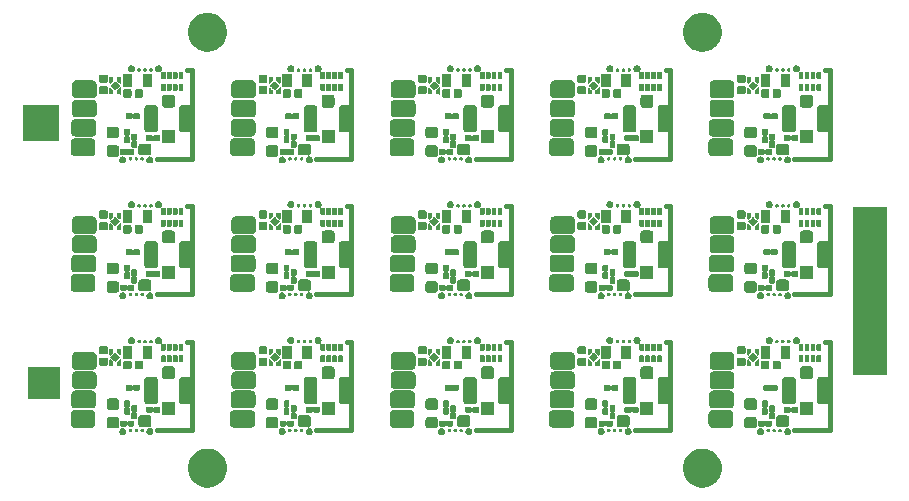
<source format=gbr>
G04 #@! TF.GenerationSoftware,KiCad,Pcbnew,(5.1.4)-1*
G04 #@! TF.CreationDate,2021-03-14T16:57:56+01:00*
G04 #@! TF.ProjectId,panel_5x3,70616e65-6c5f-4357-9833-2e6b69636164,rev?*
G04 #@! TF.SameCoordinates,Original*
G04 #@! TF.FileFunction,Soldermask,Bot*
G04 #@! TF.FilePolarity,Negative*
%FSLAX46Y46*%
G04 Gerber Fmt 4.6, Leading zero omitted, Abs format (unit mm)*
G04 Created by KiCad (PCBNEW (5.1.4)-1) date 2021-03-14 16:57:56*
%MOMM*%
%LPD*%
G04 APERTURE LIST*
%ADD10C,0.400000*%
%ADD11C,0.250000*%
G04 APERTURE END LIST*
D10*
X179000000Y-84500000D02*
X179000000Y-77000000D01*
X165500000Y-84500000D02*
X165500000Y-77000000D01*
X152000000Y-84500000D02*
X152000000Y-77000000D01*
X138500000Y-84500000D02*
X138500000Y-77000000D01*
X125000000Y-84500000D02*
X125000000Y-77000000D01*
X179000000Y-73000000D02*
X179000000Y-65500000D01*
X165500000Y-73000000D02*
X165500000Y-65500000D01*
X152000000Y-73000000D02*
X152000000Y-65500000D01*
X138500000Y-73000000D02*
X138500000Y-65500000D01*
X125000000Y-73000000D02*
X125000000Y-65500000D01*
X179000000Y-61500000D02*
X179000000Y-54000000D01*
X165500000Y-61500000D02*
X165500000Y-54000000D01*
X152000000Y-61500000D02*
X152000000Y-54000000D01*
X138500000Y-61500000D02*
X138500000Y-54000000D01*
X179000000Y-77000000D02*
X178600000Y-77000000D01*
X165500000Y-77000000D02*
X165100000Y-77000000D01*
X152000000Y-77000000D02*
X151600000Y-77000000D01*
X138500000Y-77000000D02*
X138100000Y-77000000D01*
X125000000Y-77000000D02*
X124600000Y-77000000D01*
X179000000Y-65500000D02*
X178600000Y-65500000D01*
X165500000Y-65500000D02*
X165100000Y-65500000D01*
X152000000Y-65500000D02*
X151600000Y-65500000D01*
X138500000Y-65500000D02*
X138100000Y-65500000D01*
X125000000Y-65500000D02*
X124600000Y-65500000D01*
X179000000Y-54000000D02*
X178600000Y-54000000D01*
X165500000Y-54000000D02*
X165100000Y-54000000D01*
X152000000Y-54000000D02*
X151600000Y-54000000D01*
X138500000Y-54000000D02*
X138100000Y-54000000D01*
X176000000Y-84500000D02*
X179000000Y-84500000D01*
X162500000Y-84500000D02*
X165500000Y-84500000D01*
X149000000Y-84500000D02*
X152000000Y-84500000D01*
X135500000Y-84500000D02*
X138500000Y-84500000D01*
X122000000Y-84500000D02*
X125000000Y-84500000D01*
X176000000Y-73000000D02*
X179000000Y-73000000D01*
X162500000Y-73000000D02*
X165500000Y-73000000D01*
X149000000Y-73000000D02*
X152000000Y-73000000D01*
X135500000Y-73000000D02*
X138500000Y-73000000D01*
X122000000Y-73000000D02*
X125000000Y-73000000D01*
X176000000Y-61500000D02*
X179000000Y-61500000D01*
X162500000Y-61500000D02*
X165500000Y-61500000D01*
X149000000Y-61500000D02*
X152000000Y-61500000D01*
X135500000Y-61500000D02*
X138500000Y-61500000D01*
X125000000Y-54000000D02*
X124600000Y-54000000D01*
X125000000Y-61500000D02*
X125000000Y-54000000D01*
X122000000Y-61500000D02*
X125000000Y-61500000D01*
D11*
G36*
X168521899Y-86081704D02*
G01*
X168681287Y-86113408D01*
X168805667Y-86164928D01*
X168981567Y-86237788D01*
X168981568Y-86237789D01*
X169251814Y-86418361D01*
X169481639Y-86648186D01*
X169481640Y-86648188D01*
X169662212Y-86918433D01*
X169786592Y-87218714D01*
X169850000Y-87537488D01*
X169850000Y-87862512D01*
X169786592Y-88181286D01*
X169662212Y-88481567D01*
X169662211Y-88481568D01*
X169481639Y-88751814D01*
X169251814Y-88981639D01*
X169115774Y-89072538D01*
X168981567Y-89162212D01*
X168805667Y-89235072D01*
X168681287Y-89286592D01*
X168521899Y-89318296D01*
X168362512Y-89350000D01*
X168037488Y-89350000D01*
X167878101Y-89318296D01*
X167718713Y-89286592D01*
X167594333Y-89235072D01*
X167418433Y-89162212D01*
X167284226Y-89072538D01*
X167148186Y-88981639D01*
X166918361Y-88751814D01*
X166737789Y-88481568D01*
X166737788Y-88481567D01*
X166613408Y-88181286D01*
X166550000Y-87862512D01*
X166550000Y-87537488D01*
X166613408Y-87218714D01*
X166737788Y-86918433D01*
X166918360Y-86648188D01*
X166918361Y-86648186D01*
X167148186Y-86418361D01*
X167418432Y-86237789D01*
X167418433Y-86237788D01*
X167594333Y-86164928D01*
X167718713Y-86113408D01*
X167878101Y-86081704D01*
X168037488Y-86050000D01*
X168362512Y-86050000D01*
X168521899Y-86081704D01*
X168521899Y-86081704D01*
G37*
G36*
X126621899Y-86081704D02*
G01*
X126781287Y-86113408D01*
X126905667Y-86164928D01*
X127081567Y-86237788D01*
X127081568Y-86237789D01*
X127351814Y-86418361D01*
X127581639Y-86648186D01*
X127581640Y-86648188D01*
X127762212Y-86918433D01*
X127886592Y-87218714D01*
X127950000Y-87537488D01*
X127950000Y-87862512D01*
X127886592Y-88181286D01*
X127762212Y-88481567D01*
X127762211Y-88481568D01*
X127581639Y-88751814D01*
X127351814Y-88981639D01*
X127215774Y-89072538D01*
X127081567Y-89162212D01*
X126905667Y-89235072D01*
X126781287Y-89286592D01*
X126621899Y-89318296D01*
X126462512Y-89350000D01*
X126137488Y-89350000D01*
X125978101Y-89318296D01*
X125818713Y-89286592D01*
X125694333Y-89235072D01*
X125518433Y-89162212D01*
X125384226Y-89072538D01*
X125248186Y-88981639D01*
X125018361Y-88751814D01*
X124837789Y-88481568D01*
X124837788Y-88481567D01*
X124713408Y-88181286D01*
X124650000Y-87862512D01*
X124650000Y-87537488D01*
X124713408Y-87218714D01*
X124837788Y-86918433D01*
X125018360Y-86648188D01*
X125018361Y-86648186D01*
X125248186Y-86418361D01*
X125518432Y-86237789D01*
X125518433Y-86237788D01*
X125694333Y-86164928D01*
X125818713Y-86113408D01*
X125978101Y-86081704D01*
X126137488Y-86050000D01*
X126462512Y-86050000D01*
X126621899Y-86081704D01*
X126621899Y-86081704D01*
G37*
G36*
X134868848Y-83234560D02*
G01*
X134911010Y-83247350D01*
X134949871Y-83268122D01*
X134983929Y-83296071D01*
X135011878Y-83330129D01*
X135032650Y-83368990D01*
X135045440Y-83411152D01*
X135050000Y-83457454D01*
X135050000Y-84002546D01*
X135045440Y-84048848D01*
X135032650Y-84091010D01*
X135011878Y-84129871D01*
X134983929Y-84163929D01*
X134949871Y-84191878D01*
X134909503Y-84213455D01*
X134903590Y-84215905D01*
X134895440Y-84221350D01*
X134888509Y-84228281D01*
X134883064Y-84236431D01*
X134879313Y-84245486D01*
X134877401Y-84255099D01*
X134877401Y-84264901D01*
X134879313Y-84274514D01*
X134883064Y-84283569D01*
X134888509Y-84291719D01*
X134895440Y-84298650D01*
X134903590Y-84304095D01*
X134912645Y-84307846D01*
X134922258Y-84309758D01*
X134927159Y-84309999D01*
X134959552Y-84309999D01*
X134978871Y-84313842D01*
X135017510Y-84321527D01*
X135072107Y-84344142D01*
X135121243Y-84376974D01*
X135163029Y-84418760D01*
X135195861Y-84467896D01*
X135218476Y-84522493D01*
X135230004Y-84580452D01*
X135230004Y-84639548D01*
X135218476Y-84697507D01*
X135195861Y-84752104D01*
X135163029Y-84801240D01*
X135121243Y-84843026D01*
X135072107Y-84875858D01*
X135017510Y-84898473D01*
X134978871Y-84906158D01*
X134959552Y-84910001D01*
X134900454Y-84910001D01*
X134881135Y-84906158D01*
X134842496Y-84898473D01*
X134787899Y-84875858D01*
X134738763Y-84843026D01*
X134696977Y-84801240D01*
X134664145Y-84752104D01*
X134641530Y-84697507D01*
X134630002Y-84639548D01*
X134630002Y-84580452D01*
X134641530Y-84522493D01*
X134664145Y-84467896D01*
X134696977Y-84418760D01*
X134738763Y-84376974D01*
X134787899Y-84344142D01*
X134831239Y-84326190D01*
X134839879Y-84321571D01*
X134847456Y-84315353D01*
X134853674Y-84307777D01*
X134858294Y-84299132D01*
X134861139Y-84289753D01*
X134862100Y-84279999D01*
X134861139Y-84270244D01*
X134858294Y-84260865D01*
X134853673Y-84252221D01*
X134847455Y-84244644D01*
X134839879Y-84238426D01*
X134831234Y-84233806D01*
X134821855Y-84230961D01*
X134812101Y-84230000D01*
X134177454Y-84230000D01*
X134131152Y-84225440D01*
X134088990Y-84212650D01*
X134050129Y-84191878D01*
X134016071Y-84163929D01*
X133988122Y-84129871D01*
X133967350Y-84091010D01*
X133954560Y-84048848D01*
X133950000Y-84002546D01*
X133950000Y-83457454D01*
X133954560Y-83411152D01*
X133967350Y-83368990D01*
X133988122Y-83330129D01*
X134016071Y-83296071D01*
X134050129Y-83268122D01*
X134088990Y-83247350D01*
X134131152Y-83234560D01*
X134177454Y-83230000D01*
X134822546Y-83230000D01*
X134868848Y-83234560D01*
X134868848Y-83234560D01*
G37*
G36*
X121368848Y-83234560D02*
G01*
X121411010Y-83247350D01*
X121449871Y-83268122D01*
X121483929Y-83296071D01*
X121511878Y-83330129D01*
X121532650Y-83368990D01*
X121545440Y-83411152D01*
X121550000Y-83457454D01*
X121550000Y-84002546D01*
X121545440Y-84048848D01*
X121532650Y-84091010D01*
X121511878Y-84129871D01*
X121483929Y-84163929D01*
X121449871Y-84191878D01*
X121409503Y-84213455D01*
X121403590Y-84215905D01*
X121395440Y-84221350D01*
X121388509Y-84228281D01*
X121383064Y-84236431D01*
X121379313Y-84245486D01*
X121377401Y-84255099D01*
X121377401Y-84264901D01*
X121379313Y-84274514D01*
X121383064Y-84283569D01*
X121388509Y-84291719D01*
X121395440Y-84298650D01*
X121403590Y-84304095D01*
X121412645Y-84307846D01*
X121422258Y-84309758D01*
X121427159Y-84309999D01*
X121459552Y-84309999D01*
X121478871Y-84313842D01*
X121517510Y-84321527D01*
X121572107Y-84344142D01*
X121621243Y-84376974D01*
X121663029Y-84418760D01*
X121695861Y-84467896D01*
X121718476Y-84522493D01*
X121730004Y-84580452D01*
X121730004Y-84639548D01*
X121718476Y-84697507D01*
X121695861Y-84752104D01*
X121663029Y-84801240D01*
X121621243Y-84843026D01*
X121572107Y-84875858D01*
X121517510Y-84898473D01*
X121478871Y-84906158D01*
X121459552Y-84910001D01*
X121400454Y-84910001D01*
X121381135Y-84906158D01*
X121342496Y-84898473D01*
X121287899Y-84875858D01*
X121238763Y-84843026D01*
X121196977Y-84801240D01*
X121164145Y-84752104D01*
X121141530Y-84697507D01*
X121130002Y-84639548D01*
X121130002Y-84580452D01*
X121141530Y-84522493D01*
X121164145Y-84467896D01*
X121196977Y-84418760D01*
X121238763Y-84376974D01*
X121287899Y-84344142D01*
X121331239Y-84326190D01*
X121339879Y-84321571D01*
X121347456Y-84315353D01*
X121353674Y-84307777D01*
X121358294Y-84299132D01*
X121361139Y-84289753D01*
X121362100Y-84279999D01*
X121361139Y-84270244D01*
X121358294Y-84260865D01*
X121353673Y-84252221D01*
X121347455Y-84244644D01*
X121339879Y-84238426D01*
X121331234Y-84233806D01*
X121321855Y-84230961D01*
X121312101Y-84230000D01*
X120677454Y-84230000D01*
X120631152Y-84225440D01*
X120588990Y-84212650D01*
X120550129Y-84191878D01*
X120516071Y-84163929D01*
X120488122Y-84129871D01*
X120467350Y-84091010D01*
X120454560Y-84048848D01*
X120450000Y-84002546D01*
X120450000Y-83457454D01*
X120454560Y-83411152D01*
X120467350Y-83368990D01*
X120488122Y-83330129D01*
X120516071Y-83296071D01*
X120550129Y-83268122D01*
X120588990Y-83247350D01*
X120631152Y-83234560D01*
X120677454Y-83230000D01*
X121322546Y-83230000D01*
X121368848Y-83234560D01*
X121368848Y-83234560D01*
G37*
G36*
X148368848Y-83234560D02*
G01*
X148411010Y-83247350D01*
X148449871Y-83268122D01*
X148483929Y-83296071D01*
X148511878Y-83330129D01*
X148532650Y-83368990D01*
X148545440Y-83411152D01*
X148550000Y-83457454D01*
X148550000Y-84002546D01*
X148545440Y-84048848D01*
X148532650Y-84091010D01*
X148511878Y-84129871D01*
X148483929Y-84163929D01*
X148449871Y-84191878D01*
X148409503Y-84213455D01*
X148403590Y-84215905D01*
X148395440Y-84221350D01*
X148388509Y-84228281D01*
X148383064Y-84236431D01*
X148379313Y-84245486D01*
X148377401Y-84255099D01*
X148377401Y-84264901D01*
X148379313Y-84274514D01*
X148383064Y-84283569D01*
X148388509Y-84291719D01*
X148395440Y-84298650D01*
X148403590Y-84304095D01*
X148412645Y-84307846D01*
X148422258Y-84309758D01*
X148427159Y-84309999D01*
X148459552Y-84309999D01*
X148478871Y-84313842D01*
X148517510Y-84321527D01*
X148572107Y-84344142D01*
X148621243Y-84376974D01*
X148663029Y-84418760D01*
X148695861Y-84467896D01*
X148718476Y-84522493D01*
X148730004Y-84580452D01*
X148730004Y-84639548D01*
X148718476Y-84697507D01*
X148695861Y-84752104D01*
X148663029Y-84801240D01*
X148621243Y-84843026D01*
X148572107Y-84875858D01*
X148517510Y-84898473D01*
X148478871Y-84906158D01*
X148459552Y-84910001D01*
X148400454Y-84910001D01*
X148381135Y-84906158D01*
X148342496Y-84898473D01*
X148287899Y-84875858D01*
X148238763Y-84843026D01*
X148196977Y-84801240D01*
X148164145Y-84752104D01*
X148141530Y-84697507D01*
X148130002Y-84639548D01*
X148130002Y-84580452D01*
X148141530Y-84522493D01*
X148164145Y-84467896D01*
X148196977Y-84418760D01*
X148238763Y-84376974D01*
X148287899Y-84344142D01*
X148331239Y-84326190D01*
X148339879Y-84321571D01*
X148347456Y-84315353D01*
X148353674Y-84307777D01*
X148358294Y-84299132D01*
X148361139Y-84289753D01*
X148362100Y-84279999D01*
X148361139Y-84270244D01*
X148358294Y-84260865D01*
X148353673Y-84252221D01*
X148347455Y-84244644D01*
X148339879Y-84238426D01*
X148331234Y-84233806D01*
X148321855Y-84230961D01*
X148312101Y-84230000D01*
X147677454Y-84230000D01*
X147631152Y-84225440D01*
X147588990Y-84212650D01*
X147550129Y-84191878D01*
X147516071Y-84163929D01*
X147488122Y-84129871D01*
X147467350Y-84091010D01*
X147454560Y-84048848D01*
X147450000Y-84002546D01*
X147450000Y-83457454D01*
X147454560Y-83411152D01*
X147467350Y-83368990D01*
X147488122Y-83330129D01*
X147516071Y-83296071D01*
X147550129Y-83268122D01*
X147588990Y-83247350D01*
X147631152Y-83234560D01*
X147677454Y-83230000D01*
X148322546Y-83230000D01*
X148368848Y-83234560D01*
X148368848Y-83234560D01*
G37*
G36*
X175368848Y-83234560D02*
G01*
X175411010Y-83247350D01*
X175449871Y-83268122D01*
X175483929Y-83296071D01*
X175511878Y-83330129D01*
X175532650Y-83368990D01*
X175545440Y-83411152D01*
X175550000Y-83457454D01*
X175550000Y-84002546D01*
X175545440Y-84048848D01*
X175532650Y-84091010D01*
X175511878Y-84129871D01*
X175483929Y-84163929D01*
X175449871Y-84191878D01*
X175409503Y-84213455D01*
X175403590Y-84215905D01*
X175395440Y-84221350D01*
X175388509Y-84228281D01*
X175383064Y-84236431D01*
X175379313Y-84245486D01*
X175377401Y-84255099D01*
X175377401Y-84264901D01*
X175379313Y-84274514D01*
X175383064Y-84283569D01*
X175388509Y-84291719D01*
X175395440Y-84298650D01*
X175403590Y-84304095D01*
X175412645Y-84307846D01*
X175422258Y-84309758D01*
X175427159Y-84309999D01*
X175459552Y-84309999D01*
X175478871Y-84313842D01*
X175517510Y-84321527D01*
X175572107Y-84344142D01*
X175621243Y-84376974D01*
X175663029Y-84418760D01*
X175695861Y-84467896D01*
X175718476Y-84522493D01*
X175730004Y-84580452D01*
X175730004Y-84639548D01*
X175718476Y-84697507D01*
X175695861Y-84752104D01*
X175663029Y-84801240D01*
X175621243Y-84843026D01*
X175572107Y-84875858D01*
X175517510Y-84898473D01*
X175478871Y-84906158D01*
X175459552Y-84910001D01*
X175400454Y-84910001D01*
X175381135Y-84906158D01*
X175342496Y-84898473D01*
X175287899Y-84875858D01*
X175238763Y-84843026D01*
X175196977Y-84801240D01*
X175164145Y-84752104D01*
X175141530Y-84697507D01*
X175130002Y-84639548D01*
X175130002Y-84580452D01*
X175141530Y-84522493D01*
X175164145Y-84467896D01*
X175196977Y-84418760D01*
X175238763Y-84376974D01*
X175287899Y-84344142D01*
X175331239Y-84326190D01*
X175339879Y-84321571D01*
X175347456Y-84315353D01*
X175353674Y-84307777D01*
X175358294Y-84299132D01*
X175361139Y-84289753D01*
X175362100Y-84279999D01*
X175361139Y-84270244D01*
X175358294Y-84260865D01*
X175353673Y-84252221D01*
X175347455Y-84244644D01*
X175339879Y-84238426D01*
X175331234Y-84233806D01*
X175321855Y-84230961D01*
X175312101Y-84230000D01*
X174677454Y-84230000D01*
X174631152Y-84225440D01*
X174588990Y-84212650D01*
X174550129Y-84191878D01*
X174516071Y-84163929D01*
X174488122Y-84129871D01*
X174467350Y-84091010D01*
X174454560Y-84048848D01*
X174450000Y-84002546D01*
X174450000Y-83457454D01*
X174454560Y-83411152D01*
X174467350Y-83368990D01*
X174488122Y-83330129D01*
X174516071Y-83296071D01*
X174550129Y-83268122D01*
X174588990Y-83247350D01*
X174631152Y-83234560D01*
X174677454Y-83230000D01*
X175322546Y-83230000D01*
X175368848Y-83234560D01*
X175368848Y-83234560D01*
G37*
G36*
X161868848Y-83234560D02*
G01*
X161911010Y-83247350D01*
X161949871Y-83268122D01*
X161983929Y-83296071D01*
X162011878Y-83330129D01*
X162032650Y-83368990D01*
X162045440Y-83411152D01*
X162050000Y-83457454D01*
X162050000Y-84002546D01*
X162045440Y-84048848D01*
X162032650Y-84091010D01*
X162011878Y-84129871D01*
X161983929Y-84163929D01*
X161949871Y-84191878D01*
X161909503Y-84213455D01*
X161903590Y-84215905D01*
X161895440Y-84221350D01*
X161888509Y-84228281D01*
X161883064Y-84236431D01*
X161879313Y-84245486D01*
X161877401Y-84255099D01*
X161877401Y-84264901D01*
X161879313Y-84274514D01*
X161883064Y-84283569D01*
X161888509Y-84291719D01*
X161895440Y-84298650D01*
X161903590Y-84304095D01*
X161912645Y-84307846D01*
X161922258Y-84309758D01*
X161927159Y-84309999D01*
X161959552Y-84309999D01*
X161978871Y-84313842D01*
X162017510Y-84321527D01*
X162072107Y-84344142D01*
X162121243Y-84376974D01*
X162163029Y-84418760D01*
X162195861Y-84467896D01*
X162218476Y-84522493D01*
X162230004Y-84580452D01*
X162230004Y-84639548D01*
X162218476Y-84697507D01*
X162195861Y-84752104D01*
X162163029Y-84801240D01*
X162121243Y-84843026D01*
X162072107Y-84875858D01*
X162017510Y-84898473D01*
X161978871Y-84906158D01*
X161959552Y-84910001D01*
X161900454Y-84910001D01*
X161881135Y-84906158D01*
X161842496Y-84898473D01*
X161787899Y-84875858D01*
X161738763Y-84843026D01*
X161696977Y-84801240D01*
X161664145Y-84752104D01*
X161641530Y-84697507D01*
X161630002Y-84639548D01*
X161630002Y-84580452D01*
X161641530Y-84522493D01*
X161664145Y-84467896D01*
X161696977Y-84418760D01*
X161738763Y-84376974D01*
X161787899Y-84344142D01*
X161831239Y-84326190D01*
X161839879Y-84321571D01*
X161847456Y-84315353D01*
X161853674Y-84307777D01*
X161858294Y-84299132D01*
X161861139Y-84289753D01*
X161862100Y-84279999D01*
X161861139Y-84270244D01*
X161858294Y-84260865D01*
X161853673Y-84252221D01*
X161847455Y-84244644D01*
X161839879Y-84238426D01*
X161831234Y-84233806D01*
X161821855Y-84230961D01*
X161812101Y-84230000D01*
X161177454Y-84230000D01*
X161131152Y-84225440D01*
X161088990Y-84212650D01*
X161050129Y-84191878D01*
X161016071Y-84163929D01*
X160988122Y-84129871D01*
X160967350Y-84091010D01*
X160954560Y-84048848D01*
X160950000Y-84002546D01*
X160950000Y-83457454D01*
X160954560Y-83411152D01*
X160967350Y-83368990D01*
X160988122Y-83330129D01*
X161016071Y-83296071D01*
X161050129Y-83268122D01*
X161088990Y-83247350D01*
X161131152Y-83234560D01*
X161177454Y-83230000D01*
X161822546Y-83230000D01*
X161868848Y-83234560D01*
X161868848Y-83234560D01*
G37*
G36*
X173178870Y-84313842D02*
G01*
X173217509Y-84321527D01*
X173272106Y-84344142D01*
X173321242Y-84376974D01*
X173363028Y-84418760D01*
X173395860Y-84467896D01*
X173418475Y-84522493D01*
X173430003Y-84580452D01*
X173430003Y-84639548D01*
X173418475Y-84697507D01*
X173395860Y-84752104D01*
X173363028Y-84801240D01*
X173321242Y-84843026D01*
X173272106Y-84875858D01*
X173217509Y-84898473D01*
X173178870Y-84906158D01*
X173159551Y-84910001D01*
X173100453Y-84910001D01*
X173081134Y-84906158D01*
X173042495Y-84898473D01*
X172987898Y-84875858D01*
X172938762Y-84843026D01*
X172896976Y-84801240D01*
X172864144Y-84752104D01*
X172841529Y-84697507D01*
X172830001Y-84639548D01*
X172830001Y-84580452D01*
X172841529Y-84522493D01*
X172864144Y-84467896D01*
X172896976Y-84418760D01*
X172938762Y-84376974D01*
X172987898Y-84344142D01*
X173042495Y-84321527D01*
X173081134Y-84313842D01*
X173100453Y-84309999D01*
X173159551Y-84309999D01*
X173178870Y-84313842D01*
X173178870Y-84313842D01*
G37*
G36*
X146178870Y-84313842D02*
G01*
X146217509Y-84321527D01*
X146272106Y-84344142D01*
X146321242Y-84376974D01*
X146363028Y-84418760D01*
X146395860Y-84467896D01*
X146418475Y-84522493D01*
X146430003Y-84580452D01*
X146430003Y-84639548D01*
X146418475Y-84697507D01*
X146395860Y-84752104D01*
X146363028Y-84801240D01*
X146321242Y-84843026D01*
X146272106Y-84875858D01*
X146217509Y-84898473D01*
X146178870Y-84906158D01*
X146159551Y-84910001D01*
X146100453Y-84910001D01*
X146081134Y-84906158D01*
X146042495Y-84898473D01*
X145987898Y-84875858D01*
X145938762Y-84843026D01*
X145896976Y-84801240D01*
X145864144Y-84752104D01*
X145841529Y-84697507D01*
X145830001Y-84639548D01*
X145830001Y-84580452D01*
X145841529Y-84522493D01*
X145864144Y-84467896D01*
X145896976Y-84418760D01*
X145938762Y-84376974D01*
X145987898Y-84344142D01*
X146042495Y-84321527D01*
X146081134Y-84313842D01*
X146100453Y-84309999D01*
X146159551Y-84309999D01*
X146178870Y-84313842D01*
X146178870Y-84313842D01*
G37*
G36*
X119178870Y-84313842D02*
G01*
X119217509Y-84321527D01*
X119272106Y-84344142D01*
X119321242Y-84376974D01*
X119363028Y-84418760D01*
X119395860Y-84467896D01*
X119418475Y-84522493D01*
X119430003Y-84580452D01*
X119430003Y-84639548D01*
X119418475Y-84697507D01*
X119395860Y-84752104D01*
X119363028Y-84801240D01*
X119321242Y-84843026D01*
X119272106Y-84875858D01*
X119217509Y-84898473D01*
X119178870Y-84906158D01*
X119159551Y-84910001D01*
X119100453Y-84910001D01*
X119081134Y-84906158D01*
X119042495Y-84898473D01*
X118987898Y-84875858D01*
X118938762Y-84843026D01*
X118896976Y-84801240D01*
X118864144Y-84752104D01*
X118841529Y-84697507D01*
X118830001Y-84639548D01*
X118830001Y-84580452D01*
X118841529Y-84522493D01*
X118864144Y-84467896D01*
X118896976Y-84418760D01*
X118938762Y-84376974D01*
X118987898Y-84344142D01*
X119042495Y-84321527D01*
X119081134Y-84313842D01*
X119100453Y-84309999D01*
X119159551Y-84309999D01*
X119178870Y-84313842D01*
X119178870Y-84313842D01*
G37*
G36*
X132678870Y-84313842D02*
G01*
X132717509Y-84321527D01*
X132772106Y-84344142D01*
X132821242Y-84376974D01*
X132863028Y-84418760D01*
X132895860Y-84467896D01*
X132918475Y-84522493D01*
X132930003Y-84580452D01*
X132930003Y-84639548D01*
X132918475Y-84697507D01*
X132895860Y-84752104D01*
X132863028Y-84801240D01*
X132821242Y-84843026D01*
X132772106Y-84875858D01*
X132717509Y-84898473D01*
X132678870Y-84906158D01*
X132659551Y-84910001D01*
X132600453Y-84910001D01*
X132581134Y-84906158D01*
X132542495Y-84898473D01*
X132487898Y-84875858D01*
X132438762Y-84843026D01*
X132396976Y-84801240D01*
X132364144Y-84752104D01*
X132341529Y-84697507D01*
X132330001Y-84639548D01*
X132330001Y-84580452D01*
X132341529Y-84522493D01*
X132364144Y-84467896D01*
X132396976Y-84418760D01*
X132438762Y-84376974D01*
X132487898Y-84344142D01*
X132542495Y-84321527D01*
X132581134Y-84313842D01*
X132600453Y-84309999D01*
X132659551Y-84309999D01*
X132678870Y-84313842D01*
X132678870Y-84313842D01*
G37*
G36*
X159678870Y-84313842D02*
G01*
X159717509Y-84321527D01*
X159772106Y-84344142D01*
X159821242Y-84376974D01*
X159863028Y-84418760D01*
X159895860Y-84467896D01*
X159918475Y-84522493D01*
X159930003Y-84580452D01*
X159930003Y-84639548D01*
X159918475Y-84697507D01*
X159895860Y-84752104D01*
X159863028Y-84801240D01*
X159821242Y-84843026D01*
X159772106Y-84875858D01*
X159717509Y-84898473D01*
X159678870Y-84906158D01*
X159659551Y-84910001D01*
X159600453Y-84910001D01*
X159581134Y-84906158D01*
X159542495Y-84898473D01*
X159487898Y-84875858D01*
X159438762Y-84843026D01*
X159396976Y-84801240D01*
X159364144Y-84752104D01*
X159341529Y-84697507D01*
X159330001Y-84639548D01*
X159330001Y-84580452D01*
X159341529Y-84522493D01*
X159364144Y-84467896D01*
X159396976Y-84418760D01*
X159438762Y-84376974D01*
X159487898Y-84344142D01*
X159542495Y-84321527D01*
X159581134Y-84313842D01*
X159600453Y-84309999D01*
X159659551Y-84309999D01*
X159678870Y-84313842D01*
X159678870Y-84313842D01*
G37*
G36*
X160323756Y-84365763D02*
G01*
X160351056Y-84377071D01*
X160375618Y-84393483D01*
X160375622Y-84393486D01*
X160396516Y-84414380D01*
X160396518Y-84414383D01*
X160396519Y-84414384D01*
X160412931Y-84438946D01*
X160424239Y-84466246D01*
X160430003Y-84495225D01*
X160430003Y-84524775D01*
X160424239Y-84553754D01*
X160412931Y-84581054D01*
X160396519Y-84605616D01*
X160396516Y-84605620D01*
X160375622Y-84626514D01*
X160375619Y-84626516D01*
X160375618Y-84626517D01*
X160351056Y-84642929D01*
X160323756Y-84654237D01*
X160294777Y-84660001D01*
X160265227Y-84660001D01*
X160236248Y-84654237D01*
X160208948Y-84642929D01*
X160184386Y-84626517D01*
X160184385Y-84626516D01*
X160184382Y-84626514D01*
X160163488Y-84605620D01*
X160163485Y-84605616D01*
X160147073Y-84581054D01*
X160135765Y-84553754D01*
X160130001Y-84524775D01*
X160130001Y-84495225D01*
X160135765Y-84466246D01*
X160147073Y-84438946D01*
X160163485Y-84414384D01*
X160163486Y-84414383D01*
X160163488Y-84414380D01*
X160184382Y-84393486D01*
X160184386Y-84393483D01*
X160208948Y-84377071D01*
X160236248Y-84365763D01*
X160265227Y-84359999D01*
X160294777Y-84359999D01*
X160323756Y-84365763D01*
X160323756Y-84365763D01*
G37*
G36*
X147823758Y-84365763D02*
G01*
X147851058Y-84377071D01*
X147875620Y-84393483D01*
X147875624Y-84393486D01*
X147896518Y-84414380D01*
X147896520Y-84414383D01*
X147896521Y-84414384D01*
X147912933Y-84438946D01*
X147924241Y-84466246D01*
X147930005Y-84495225D01*
X147930005Y-84524775D01*
X147924241Y-84553754D01*
X147912933Y-84581054D01*
X147896521Y-84605616D01*
X147896518Y-84605620D01*
X147875624Y-84626514D01*
X147875621Y-84626516D01*
X147875620Y-84626517D01*
X147851058Y-84642929D01*
X147823758Y-84654237D01*
X147794779Y-84660001D01*
X147765229Y-84660001D01*
X147736250Y-84654237D01*
X147708950Y-84642929D01*
X147684388Y-84626517D01*
X147684387Y-84626516D01*
X147684384Y-84626514D01*
X147663490Y-84605620D01*
X147663487Y-84605616D01*
X147647075Y-84581054D01*
X147635767Y-84553754D01*
X147630003Y-84524775D01*
X147630003Y-84495225D01*
X147635767Y-84466246D01*
X147647075Y-84438946D01*
X147663487Y-84414384D01*
X147663488Y-84414383D01*
X147663490Y-84414380D01*
X147684384Y-84393486D01*
X147684388Y-84393483D01*
X147708950Y-84377071D01*
X147736250Y-84365763D01*
X147765229Y-84359999D01*
X147794779Y-84359999D01*
X147823758Y-84365763D01*
X147823758Y-84365763D01*
G37*
G36*
X161323758Y-84365763D02*
G01*
X161351058Y-84377071D01*
X161375620Y-84393483D01*
X161375624Y-84393486D01*
X161396518Y-84414380D01*
X161396520Y-84414383D01*
X161396521Y-84414384D01*
X161412933Y-84438946D01*
X161424241Y-84466246D01*
X161430005Y-84495225D01*
X161430005Y-84524775D01*
X161424241Y-84553754D01*
X161412933Y-84581054D01*
X161396521Y-84605616D01*
X161396518Y-84605620D01*
X161375624Y-84626514D01*
X161375621Y-84626516D01*
X161375620Y-84626517D01*
X161351058Y-84642929D01*
X161323758Y-84654237D01*
X161294779Y-84660001D01*
X161265229Y-84660001D01*
X161236250Y-84654237D01*
X161208950Y-84642929D01*
X161184388Y-84626517D01*
X161184387Y-84626516D01*
X161184384Y-84626514D01*
X161163490Y-84605620D01*
X161163487Y-84605616D01*
X161147075Y-84581054D01*
X161135767Y-84553754D01*
X161130003Y-84524775D01*
X161130003Y-84495225D01*
X161135767Y-84466246D01*
X161147075Y-84438946D01*
X161163487Y-84414384D01*
X161163488Y-84414383D01*
X161163490Y-84414380D01*
X161184384Y-84393486D01*
X161184388Y-84393483D01*
X161208950Y-84377071D01*
X161236250Y-84365763D01*
X161265229Y-84359999D01*
X161294779Y-84359999D01*
X161323758Y-84365763D01*
X161323758Y-84365763D01*
G37*
G36*
X174823758Y-84365763D02*
G01*
X174851058Y-84377071D01*
X174875620Y-84393483D01*
X174875624Y-84393486D01*
X174896518Y-84414380D01*
X174896520Y-84414383D01*
X174896521Y-84414384D01*
X174912933Y-84438946D01*
X174924241Y-84466246D01*
X174930005Y-84495225D01*
X174930005Y-84524775D01*
X174924241Y-84553754D01*
X174912933Y-84581054D01*
X174896521Y-84605616D01*
X174896518Y-84605620D01*
X174875624Y-84626514D01*
X174875621Y-84626516D01*
X174875620Y-84626517D01*
X174851058Y-84642929D01*
X174823758Y-84654237D01*
X174794779Y-84660001D01*
X174765229Y-84660001D01*
X174736250Y-84654237D01*
X174708950Y-84642929D01*
X174684388Y-84626517D01*
X174684387Y-84626516D01*
X174684384Y-84626514D01*
X174663490Y-84605620D01*
X174663487Y-84605616D01*
X174647075Y-84581054D01*
X174635767Y-84553754D01*
X174630003Y-84524775D01*
X174630003Y-84495225D01*
X174635767Y-84466246D01*
X174647075Y-84438946D01*
X174663487Y-84414384D01*
X174663488Y-84414383D01*
X174663490Y-84414380D01*
X174684384Y-84393486D01*
X174684388Y-84393483D01*
X174708950Y-84377071D01*
X174736250Y-84365763D01*
X174765229Y-84359999D01*
X174794779Y-84359999D01*
X174823758Y-84365763D01*
X174823758Y-84365763D01*
G37*
G36*
X120823758Y-84365763D02*
G01*
X120851058Y-84377071D01*
X120875620Y-84393483D01*
X120875624Y-84393486D01*
X120896518Y-84414380D01*
X120896520Y-84414383D01*
X120896521Y-84414384D01*
X120912933Y-84438946D01*
X120924241Y-84466246D01*
X120930005Y-84495225D01*
X120930005Y-84524775D01*
X120924241Y-84553754D01*
X120912933Y-84581054D01*
X120896521Y-84605616D01*
X120896518Y-84605620D01*
X120875624Y-84626514D01*
X120875621Y-84626516D01*
X120875620Y-84626517D01*
X120851058Y-84642929D01*
X120823758Y-84654237D01*
X120794779Y-84660001D01*
X120765229Y-84660001D01*
X120736250Y-84654237D01*
X120708950Y-84642929D01*
X120684388Y-84626517D01*
X120684387Y-84626516D01*
X120684384Y-84626514D01*
X120663490Y-84605620D01*
X120663487Y-84605616D01*
X120647075Y-84581054D01*
X120635767Y-84553754D01*
X120630003Y-84524775D01*
X120630003Y-84495225D01*
X120635767Y-84466246D01*
X120647075Y-84438946D01*
X120663487Y-84414384D01*
X120663488Y-84414383D01*
X120663490Y-84414380D01*
X120684384Y-84393486D01*
X120684388Y-84393483D01*
X120708950Y-84377071D01*
X120736250Y-84365763D01*
X120765229Y-84359999D01*
X120794779Y-84359999D01*
X120823758Y-84365763D01*
X120823758Y-84365763D01*
G37*
G36*
X174323756Y-84365763D02*
G01*
X174351056Y-84377071D01*
X174375618Y-84393483D01*
X174375622Y-84393486D01*
X174396516Y-84414380D01*
X174396518Y-84414383D01*
X174396519Y-84414384D01*
X174412931Y-84438946D01*
X174424239Y-84466246D01*
X174430003Y-84495225D01*
X174430003Y-84524775D01*
X174424239Y-84553754D01*
X174412931Y-84581054D01*
X174396519Y-84605616D01*
X174396516Y-84605620D01*
X174375622Y-84626514D01*
X174375619Y-84626516D01*
X174375618Y-84626517D01*
X174351056Y-84642929D01*
X174323756Y-84654237D01*
X174294777Y-84660001D01*
X174265227Y-84660001D01*
X174236248Y-84654237D01*
X174208948Y-84642929D01*
X174184386Y-84626517D01*
X174184385Y-84626516D01*
X174184382Y-84626514D01*
X174163488Y-84605620D01*
X174163485Y-84605616D01*
X174147073Y-84581054D01*
X174135765Y-84553754D01*
X174130001Y-84524775D01*
X174130001Y-84495225D01*
X174135765Y-84466246D01*
X174147073Y-84438946D01*
X174163485Y-84414384D01*
X174163486Y-84414383D01*
X174163488Y-84414380D01*
X174184382Y-84393486D01*
X174184386Y-84393483D01*
X174208948Y-84377071D01*
X174236248Y-84365763D01*
X174265227Y-84359999D01*
X174294777Y-84359999D01*
X174323756Y-84365763D01*
X174323756Y-84365763D01*
G37*
G36*
X160823756Y-84365763D02*
G01*
X160851056Y-84377071D01*
X160875618Y-84393483D01*
X160875622Y-84393486D01*
X160896516Y-84414380D01*
X160896518Y-84414383D01*
X160896519Y-84414384D01*
X160912931Y-84438946D01*
X160924239Y-84466246D01*
X160930003Y-84495225D01*
X160930003Y-84524775D01*
X160924239Y-84553754D01*
X160912931Y-84581054D01*
X160896519Y-84605616D01*
X160896516Y-84605620D01*
X160875622Y-84626514D01*
X160875619Y-84626516D01*
X160875618Y-84626517D01*
X160851056Y-84642929D01*
X160823756Y-84654237D01*
X160794777Y-84660001D01*
X160765227Y-84660001D01*
X160736248Y-84654237D01*
X160708948Y-84642929D01*
X160684386Y-84626517D01*
X160684385Y-84626516D01*
X160684382Y-84626514D01*
X160663488Y-84605620D01*
X160663485Y-84605616D01*
X160647073Y-84581054D01*
X160635765Y-84553754D01*
X160630001Y-84524775D01*
X160630001Y-84495225D01*
X160635765Y-84466246D01*
X160647073Y-84438946D01*
X160663485Y-84414384D01*
X160663486Y-84414383D01*
X160663488Y-84414380D01*
X160684382Y-84393486D01*
X160684386Y-84393483D01*
X160708948Y-84377071D01*
X160736248Y-84365763D01*
X160765227Y-84359999D01*
X160794777Y-84359999D01*
X160823756Y-84365763D01*
X160823756Y-84365763D01*
G37*
G36*
X147323756Y-84365763D02*
G01*
X147351056Y-84377071D01*
X147375618Y-84393483D01*
X147375622Y-84393486D01*
X147396516Y-84414380D01*
X147396518Y-84414383D01*
X147396519Y-84414384D01*
X147412931Y-84438946D01*
X147424239Y-84466246D01*
X147430003Y-84495225D01*
X147430003Y-84524775D01*
X147424239Y-84553754D01*
X147412931Y-84581054D01*
X147396519Y-84605616D01*
X147396516Y-84605620D01*
X147375622Y-84626514D01*
X147375619Y-84626516D01*
X147375618Y-84626517D01*
X147351056Y-84642929D01*
X147323756Y-84654237D01*
X147294777Y-84660001D01*
X147265227Y-84660001D01*
X147236248Y-84654237D01*
X147208948Y-84642929D01*
X147184386Y-84626517D01*
X147184385Y-84626516D01*
X147184382Y-84626514D01*
X147163488Y-84605620D01*
X147163485Y-84605616D01*
X147147073Y-84581054D01*
X147135765Y-84553754D01*
X147130001Y-84524775D01*
X147130001Y-84495225D01*
X147135765Y-84466246D01*
X147147073Y-84438946D01*
X147163485Y-84414384D01*
X147163486Y-84414383D01*
X147163488Y-84414380D01*
X147184382Y-84393486D01*
X147184386Y-84393483D01*
X147208948Y-84377071D01*
X147236248Y-84365763D01*
X147265227Y-84359999D01*
X147294777Y-84359999D01*
X147323756Y-84365763D01*
X147323756Y-84365763D01*
G37*
G36*
X133823756Y-84365763D02*
G01*
X133851056Y-84377071D01*
X133875618Y-84393483D01*
X133875622Y-84393486D01*
X133896516Y-84414380D01*
X133896518Y-84414383D01*
X133896519Y-84414384D01*
X133912931Y-84438946D01*
X133924239Y-84466246D01*
X133930003Y-84495225D01*
X133930003Y-84524775D01*
X133924239Y-84553754D01*
X133912931Y-84581054D01*
X133896519Y-84605616D01*
X133896516Y-84605620D01*
X133875622Y-84626514D01*
X133875619Y-84626516D01*
X133875618Y-84626517D01*
X133851056Y-84642929D01*
X133823756Y-84654237D01*
X133794777Y-84660001D01*
X133765227Y-84660001D01*
X133736248Y-84654237D01*
X133708948Y-84642929D01*
X133684386Y-84626517D01*
X133684385Y-84626516D01*
X133684382Y-84626514D01*
X133663488Y-84605620D01*
X133663485Y-84605616D01*
X133647073Y-84581054D01*
X133635765Y-84553754D01*
X133630001Y-84524775D01*
X133630001Y-84495225D01*
X133635765Y-84466246D01*
X133647073Y-84438946D01*
X133663485Y-84414384D01*
X133663486Y-84414383D01*
X133663488Y-84414380D01*
X133684382Y-84393486D01*
X133684386Y-84393483D01*
X133708948Y-84377071D01*
X133736248Y-84365763D01*
X133765227Y-84359999D01*
X133794777Y-84359999D01*
X133823756Y-84365763D01*
X133823756Y-84365763D01*
G37*
G36*
X120323756Y-84365763D02*
G01*
X120351056Y-84377071D01*
X120375618Y-84393483D01*
X120375622Y-84393486D01*
X120396516Y-84414380D01*
X120396518Y-84414383D01*
X120396519Y-84414384D01*
X120412931Y-84438946D01*
X120424239Y-84466246D01*
X120430003Y-84495225D01*
X120430003Y-84524775D01*
X120424239Y-84553754D01*
X120412931Y-84581054D01*
X120396519Y-84605616D01*
X120396516Y-84605620D01*
X120375622Y-84626514D01*
X120375619Y-84626516D01*
X120375618Y-84626517D01*
X120351056Y-84642929D01*
X120323756Y-84654237D01*
X120294777Y-84660001D01*
X120265227Y-84660001D01*
X120236248Y-84654237D01*
X120208948Y-84642929D01*
X120184386Y-84626517D01*
X120184385Y-84626516D01*
X120184382Y-84626514D01*
X120163488Y-84605620D01*
X120163485Y-84605616D01*
X120147073Y-84581054D01*
X120135765Y-84553754D01*
X120130001Y-84524775D01*
X120130001Y-84495225D01*
X120135765Y-84466246D01*
X120147073Y-84438946D01*
X120163485Y-84414384D01*
X120163486Y-84414383D01*
X120163488Y-84414380D01*
X120184382Y-84393486D01*
X120184386Y-84393483D01*
X120208948Y-84377071D01*
X120236248Y-84365763D01*
X120265227Y-84359999D01*
X120294777Y-84359999D01*
X120323756Y-84365763D01*
X120323756Y-84365763D01*
G37*
G36*
X146823756Y-84365763D02*
G01*
X146851056Y-84377071D01*
X146875618Y-84393483D01*
X146875622Y-84393486D01*
X146896516Y-84414380D01*
X146896518Y-84414383D01*
X146896519Y-84414384D01*
X146912931Y-84438946D01*
X146924239Y-84466246D01*
X146930003Y-84495225D01*
X146930003Y-84524775D01*
X146924239Y-84553754D01*
X146912931Y-84581054D01*
X146896519Y-84605616D01*
X146896516Y-84605620D01*
X146875622Y-84626514D01*
X146875619Y-84626516D01*
X146875618Y-84626517D01*
X146851056Y-84642929D01*
X146823756Y-84654237D01*
X146794777Y-84660001D01*
X146765227Y-84660001D01*
X146736248Y-84654237D01*
X146708948Y-84642929D01*
X146684386Y-84626517D01*
X146684385Y-84626516D01*
X146684382Y-84626514D01*
X146663488Y-84605620D01*
X146663485Y-84605616D01*
X146647073Y-84581054D01*
X146635765Y-84553754D01*
X146630001Y-84524775D01*
X146630001Y-84495225D01*
X146635765Y-84466246D01*
X146647073Y-84438946D01*
X146663485Y-84414384D01*
X146663486Y-84414383D01*
X146663488Y-84414380D01*
X146684382Y-84393486D01*
X146684386Y-84393483D01*
X146708948Y-84377071D01*
X146736248Y-84365763D01*
X146765227Y-84359999D01*
X146794777Y-84359999D01*
X146823756Y-84365763D01*
X146823756Y-84365763D01*
G37*
G36*
X133323756Y-84365763D02*
G01*
X133351056Y-84377071D01*
X133375618Y-84393483D01*
X133375622Y-84393486D01*
X133396516Y-84414380D01*
X133396518Y-84414383D01*
X133396519Y-84414384D01*
X133412931Y-84438946D01*
X133424239Y-84466246D01*
X133430003Y-84495225D01*
X133430003Y-84524775D01*
X133424239Y-84553754D01*
X133412931Y-84581054D01*
X133396519Y-84605616D01*
X133396516Y-84605620D01*
X133375622Y-84626514D01*
X133375619Y-84626516D01*
X133375618Y-84626517D01*
X133351056Y-84642929D01*
X133323756Y-84654237D01*
X133294777Y-84660001D01*
X133265227Y-84660001D01*
X133236248Y-84654237D01*
X133208948Y-84642929D01*
X133184386Y-84626517D01*
X133184385Y-84626516D01*
X133184382Y-84626514D01*
X133163488Y-84605620D01*
X133163485Y-84605616D01*
X133147073Y-84581054D01*
X133135765Y-84553754D01*
X133130001Y-84524775D01*
X133130001Y-84495225D01*
X133135765Y-84466246D01*
X133147073Y-84438946D01*
X133163485Y-84414384D01*
X133163486Y-84414383D01*
X133163488Y-84414380D01*
X133184382Y-84393486D01*
X133184386Y-84393483D01*
X133208948Y-84377071D01*
X133236248Y-84365763D01*
X133265227Y-84359999D01*
X133294777Y-84359999D01*
X133323756Y-84365763D01*
X133323756Y-84365763D01*
G37*
G36*
X119823756Y-84365763D02*
G01*
X119851056Y-84377071D01*
X119875618Y-84393483D01*
X119875622Y-84393486D01*
X119896516Y-84414380D01*
X119896518Y-84414383D01*
X119896519Y-84414384D01*
X119912931Y-84438946D01*
X119924239Y-84466246D01*
X119930003Y-84495225D01*
X119930003Y-84524775D01*
X119924239Y-84553754D01*
X119912931Y-84581054D01*
X119896519Y-84605616D01*
X119896516Y-84605620D01*
X119875622Y-84626514D01*
X119875619Y-84626516D01*
X119875618Y-84626517D01*
X119851056Y-84642929D01*
X119823756Y-84654237D01*
X119794777Y-84660001D01*
X119765227Y-84660001D01*
X119736248Y-84654237D01*
X119708948Y-84642929D01*
X119684386Y-84626517D01*
X119684385Y-84626516D01*
X119684382Y-84626514D01*
X119663488Y-84605620D01*
X119663485Y-84605616D01*
X119647073Y-84581054D01*
X119635765Y-84553754D01*
X119630001Y-84524775D01*
X119630001Y-84495225D01*
X119635765Y-84466246D01*
X119647073Y-84438946D01*
X119663485Y-84414384D01*
X119663486Y-84414383D01*
X119663488Y-84414380D01*
X119684382Y-84393486D01*
X119684386Y-84393483D01*
X119708948Y-84377071D01*
X119736248Y-84365763D01*
X119765227Y-84359999D01*
X119794777Y-84359999D01*
X119823756Y-84365763D01*
X119823756Y-84365763D01*
G37*
G36*
X134323758Y-84365763D02*
G01*
X134351058Y-84377071D01*
X134375620Y-84393483D01*
X134375624Y-84393486D01*
X134396518Y-84414380D01*
X134396520Y-84414383D01*
X134396521Y-84414384D01*
X134412933Y-84438946D01*
X134424241Y-84466246D01*
X134430005Y-84495225D01*
X134430005Y-84524775D01*
X134424241Y-84553754D01*
X134412933Y-84581054D01*
X134396521Y-84605616D01*
X134396518Y-84605620D01*
X134375624Y-84626514D01*
X134375621Y-84626516D01*
X134375620Y-84626517D01*
X134351058Y-84642929D01*
X134323758Y-84654237D01*
X134294779Y-84660001D01*
X134265229Y-84660001D01*
X134236250Y-84654237D01*
X134208950Y-84642929D01*
X134184388Y-84626517D01*
X134184387Y-84626516D01*
X134184384Y-84626514D01*
X134163490Y-84605620D01*
X134163487Y-84605616D01*
X134147075Y-84581054D01*
X134135767Y-84553754D01*
X134130003Y-84524775D01*
X134130003Y-84495225D01*
X134135767Y-84466246D01*
X134147075Y-84438946D01*
X134163487Y-84414384D01*
X134163488Y-84414383D01*
X134163490Y-84414380D01*
X134184384Y-84393486D01*
X134184388Y-84393483D01*
X134208950Y-84377071D01*
X134236250Y-84365763D01*
X134265229Y-84359999D01*
X134294779Y-84359999D01*
X134323758Y-84365763D01*
X134323758Y-84365763D01*
G37*
G36*
X173823756Y-84365763D02*
G01*
X173851056Y-84377071D01*
X173875618Y-84393483D01*
X173875622Y-84393486D01*
X173896516Y-84414380D01*
X173896518Y-84414383D01*
X173896519Y-84414384D01*
X173912931Y-84438946D01*
X173924239Y-84466246D01*
X173930003Y-84495225D01*
X173930003Y-84524775D01*
X173924239Y-84553754D01*
X173912931Y-84581054D01*
X173896519Y-84605616D01*
X173896516Y-84605620D01*
X173875622Y-84626514D01*
X173875619Y-84626516D01*
X173875618Y-84626517D01*
X173851056Y-84642929D01*
X173823756Y-84654237D01*
X173794777Y-84660001D01*
X173765227Y-84660001D01*
X173736248Y-84654237D01*
X173708948Y-84642929D01*
X173684386Y-84626517D01*
X173684385Y-84626516D01*
X173684382Y-84626514D01*
X173663488Y-84605620D01*
X173663485Y-84605616D01*
X173647073Y-84581054D01*
X173635765Y-84553754D01*
X173630001Y-84524775D01*
X173630001Y-84495225D01*
X173635765Y-84466246D01*
X173647073Y-84438946D01*
X173663485Y-84414384D01*
X173663486Y-84414383D01*
X173663488Y-84414380D01*
X173684382Y-84393486D01*
X173684386Y-84393483D01*
X173708948Y-84377071D01*
X173736248Y-84365763D01*
X173765227Y-84359999D01*
X173794777Y-84359999D01*
X173823756Y-84365763D01*
X173823756Y-84365763D01*
G37*
G36*
X159136879Y-83375440D02*
G01*
X159177870Y-83387874D01*
X159215645Y-83408065D01*
X159248758Y-83435242D01*
X159275935Y-83468355D01*
X159296126Y-83506130D01*
X159308560Y-83547121D01*
X159313000Y-83592204D01*
X159313000Y-84124796D01*
X159308560Y-84169879D01*
X159296126Y-84210870D01*
X159275935Y-84248645D01*
X159248758Y-84281758D01*
X159215645Y-84308935D01*
X159177870Y-84329126D01*
X159136879Y-84341560D01*
X159091796Y-84346000D01*
X158484204Y-84346000D01*
X158439121Y-84341560D01*
X158398130Y-84329126D01*
X158360355Y-84308935D01*
X158327242Y-84281758D01*
X158300065Y-84248645D01*
X158279874Y-84210870D01*
X158267440Y-84169879D01*
X158263000Y-84124796D01*
X158263000Y-83592204D01*
X158267440Y-83547121D01*
X158279874Y-83506130D01*
X158300065Y-83468355D01*
X158327242Y-83435242D01*
X158360355Y-83408065D01*
X158398130Y-83387874D01*
X158439121Y-83375440D01*
X158484204Y-83371000D01*
X159091796Y-83371000D01*
X159136879Y-83375440D01*
X159136879Y-83375440D01*
G37*
G36*
X172636879Y-83375440D02*
G01*
X172677870Y-83387874D01*
X172715645Y-83408065D01*
X172748758Y-83435242D01*
X172775935Y-83468355D01*
X172796126Y-83506130D01*
X172808560Y-83547121D01*
X172813000Y-83592204D01*
X172813000Y-84124796D01*
X172808560Y-84169879D01*
X172796126Y-84210870D01*
X172775935Y-84248645D01*
X172748758Y-84281758D01*
X172715645Y-84308935D01*
X172677870Y-84329126D01*
X172636879Y-84341560D01*
X172591796Y-84346000D01*
X171984204Y-84346000D01*
X171939121Y-84341560D01*
X171898130Y-84329126D01*
X171860355Y-84308935D01*
X171827242Y-84281758D01*
X171800065Y-84248645D01*
X171779874Y-84210870D01*
X171767440Y-84169879D01*
X171763000Y-84124796D01*
X171763000Y-83592204D01*
X171767440Y-83547121D01*
X171779874Y-83506130D01*
X171800065Y-83468355D01*
X171827242Y-83435242D01*
X171860355Y-83408065D01*
X171898130Y-83387874D01*
X171939121Y-83375440D01*
X171984204Y-83371000D01*
X172591796Y-83371000D01*
X172636879Y-83375440D01*
X172636879Y-83375440D01*
G37*
G36*
X145636879Y-83375440D02*
G01*
X145677870Y-83387874D01*
X145715645Y-83408065D01*
X145748758Y-83435242D01*
X145775935Y-83468355D01*
X145796126Y-83506130D01*
X145808560Y-83547121D01*
X145813000Y-83592204D01*
X145813000Y-84124796D01*
X145808560Y-84169879D01*
X145796126Y-84210870D01*
X145775935Y-84248645D01*
X145748758Y-84281758D01*
X145715645Y-84308935D01*
X145677870Y-84329126D01*
X145636879Y-84341560D01*
X145591796Y-84346000D01*
X144984204Y-84346000D01*
X144939121Y-84341560D01*
X144898130Y-84329126D01*
X144860355Y-84308935D01*
X144827242Y-84281758D01*
X144800065Y-84248645D01*
X144779874Y-84210870D01*
X144767440Y-84169879D01*
X144763000Y-84124796D01*
X144763000Y-83592204D01*
X144767440Y-83547121D01*
X144779874Y-83506130D01*
X144800065Y-83468355D01*
X144827242Y-83435242D01*
X144860355Y-83408065D01*
X144898130Y-83387874D01*
X144939121Y-83375440D01*
X144984204Y-83371000D01*
X145591796Y-83371000D01*
X145636879Y-83375440D01*
X145636879Y-83375440D01*
G37*
G36*
X132136879Y-83375440D02*
G01*
X132177870Y-83387874D01*
X132215645Y-83408065D01*
X132248758Y-83435242D01*
X132275935Y-83468355D01*
X132296126Y-83506130D01*
X132308560Y-83547121D01*
X132313000Y-83592204D01*
X132313000Y-84124796D01*
X132308560Y-84169879D01*
X132296126Y-84210870D01*
X132275935Y-84248645D01*
X132248758Y-84281758D01*
X132215645Y-84308935D01*
X132177870Y-84329126D01*
X132136879Y-84341560D01*
X132091796Y-84346000D01*
X131484204Y-84346000D01*
X131439121Y-84341560D01*
X131398130Y-84329126D01*
X131360355Y-84308935D01*
X131327242Y-84281758D01*
X131300065Y-84248645D01*
X131279874Y-84210870D01*
X131267440Y-84169879D01*
X131263000Y-84124796D01*
X131263000Y-83592204D01*
X131267440Y-83547121D01*
X131279874Y-83506130D01*
X131300065Y-83468355D01*
X131327242Y-83435242D01*
X131360355Y-83408065D01*
X131398130Y-83387874D01*
X131439121Y-83375440D01*
X131484204Y-83371000D01*
X132091796Y-83371000D01*
X132136879Y-83375440D01*
X132136879Y-83375440D01*
G37*
G36*
X118636879Y-83375440D02*
G01*
X118677870Y-83387874D01*
X118715645Y-83408065D01*
X118748758Y-83435242D01*
X118775935Y-83468355D01*
X118796126Y-83506130D01*
X118808560Y-83547121D01*
X118813000Y-83592204D01*
X118813000Y-84124796D01*
X118808560Y-84169879D01*
X118796126Y-84210870D01*
X118775935Y-84248645D01*
X118748758Y-84281758D01*
X118715645Y-84308935D01*
X118677870Y-84329126D01*
X118636879Y-84341560D01*
X118591796Y-84346000D01*
X117984204Y-84346000D01*
X117939121Y-84341560D01*
X117898130Y-84329126D01*
X117860355Y-84308935D01*
X117827242Y-84281758D01*
X117800065Y-84248645D01*
X117779874Y-84210870D01*
X117767440Y-84169879D01*
X117763000Y-84124796D01*
X117763000Y-83592204D01*
X117767440Y-83547121D01*
X117779874Y-83506130D01*
X117800065Y-83468355D01*
X117827242Y-83435242D01*
X117860355Y-83408065D01*
X117898130Y-83387874D01*
X117939121Y-83375440D01*
X117984204Y-83371000D01*
X118591796Y-83371000D01*
X118636879Y-83375440D01*
X118636879Y-83375440D01*
G37*
G36*
X157043234Y-82781962D02*
G01*
X157108848Y-82801866D01*
X157169313Y-82834185D01*
X157222316Y-82877684D01*
X157265815Y-82930687D01*
X157298134Y-82991152D01*
X157318038Y-83056766D01*
X157325000Y-83127454D01*
X157325000Y-83922546D01*
X157318038Y-83993234D01*
X157298134Y-84058848D01*
X157265815Y-84119313D01*
X157222316Y-84172316D01*
X157169313Y-84215815D01*
X157108848Y-84248134D01*
X157043234Y-84268038D01*
X156972546Y-84275000D01*
X155577454Y-84275000D01*
X155506766Y-84268038D01*
X155441152Y-84248134D01*
X155380687Y-84215815D01*
X155327684Y-84172316D01*
X155284185Y-84119313D01*
X155251866Y-84058848D01*
X155231962Y-83993234D01*
X155225000Y-83922546D01*
X155225000Y-83127454D01*
X155231962Y-83056766D01*
X155251866Y-82991152D01*
X155284185Y-82930687D01*
X155327684Y-82877684D01*
X155380687Y-82834185D01*
X155441152Y-82801866D01*
X155506766Y-82781962D01*
X155577454Y-82775000D01*
X156972546Y-82775000D01*
X157043234Y-82781962D01*
X157043234Y-82781962D01*
G37*
G36*
X143543234Y-82781962D02*
G01*
X143608848Y-82801866D01*
X143669313Y-82834185D01*
X143722316Y-82877684D01*
X143765815Y-82930687D01*
X143798134Y-82991152D01*
X143818038Y-83056766D01*
X143825000Y-83127454D01*
X143825000Y-83922546D01*
X143818038Y-83993234D01*
X143798134Y-84058848D01*
X143765815Y-84119313D01*
X143722316Y-84172316D01*
X143669313Y-84215815D01*
X143608848Y-84248134D01*
X143543234Y-84268038D01*
X143472546Y-84275000D01*
X142077454Y-84275000D01*
X142006766Y-84268038D01*
X141941152Y-84248134D01*
X141880687Y-84215815D01*
X141827684Y-84172316D01*
X141784185Y-84119313D01*
X141751866Y-84058848D01*
X141731962Y-83993234D01*
X141725000Y-83922546D01*
X141725000Y-83127454D01*
X141731962Y-83056766D01*
X141751866Y-82991152D01*
X141784185Y-82930687D01*
X141827684Y-82877684D01*
X141880687Y-82834185D01*
X141941152Y-82801866D01*
X142006766Y-82781962D01*
X142077454Y-82775000D01*
X143472546Y-82775000D01*
X143543234Y-82781962D01*
X143543234Y-82781962D01*
G37*
G36*
X116543234Y-82781962D02*
G01*
X116608848Y-82801866D01*
X116669313Y-82834185D01*
X116722316Y-82877684D01*
X116765815Y-82930687D01*
X116798134Y-82991152D01*
X116818038Y-83056766D01*
X116825000Y-83127454D01*
X116825000Y-83922546D01*
X116818038Y-83993234D01*
X116798134Y-84058848D01*
X116765815Y-84119313D01*
X116722316Y-84172316D01*
X116669313Y-84215815D01*
X116608848Y-84248134D01*
X116543234Y-84268038D01*
X116472546Y-84275000D01*
X115077454Y-84275000D01*
X115006766Y-84268038D01*
X114941152Y-84248134D01*
X114880687Y-84215815D01*
X114827684Y-84172316D01*
X114784185Y-84119313D01*
X114751866Y-84058848D01*
X114731962Y-83993234D01*
X114725000Y-83922546D01*
X114725000Y-83127454D01*
X114731962Y-83056766D01*
X114751866Y-82991152D01*
X114784185Y-82930687D01*
X114827684Y-82877684D01*
X114880687Y-82834185D01*
X114941152Y-82801866D01*
X115006766Y-82781962D01*
X115077454Y-82775000D01*
X116472546Y-82775000D01*
X116543234Y-82781962D01*
X116543234Y-82781962D01*
G37*
G36*
X170543234Y-82781962D02*
G01*
X170608848Y-82801866D01*
X170669313Y-82834185D01*
X170722316Y-82877684D01*
X170765815Y-82930687D01*
X170798134Y-82991152D01*
X170818038Y-83056766D01*
X170825000Y-83127454D01*
X170825000Y-83922546D01*
X170818038Y-83993234D01*
X170798134Y-84058848D01*
X170765815Y-84119313D01*
X170722316Y-84172316D01*
X170669313Y-84215815D01*
X170608848Y-84248134D01*
X170543234Y-84268038D01*
X170472546Y-84275000D01*
X169077454Y-84275000D01*
X169006766Y-84268038D01*
X168941152Y-84248134D01*
X168880687Y-84215815D01*
X168827684Y-84172316D01*
X168784185Y-84119313D01*
X168751866Y-84058848D01*
X168731962Y-83993234D01*
X168725000Y-83922546D01*
X168725000Y-83127454D01*
X168731962Y-83056766D01*
X168751866Y-82991152D01*
X168784185Y-82930687D01*
X168827684Y-82877684D01*
X168880687Y-82834185D01*
X168941152Y-82801866D01*
X169006766Y-82781962D01*
X169077454Y-82775000D01*
X170472546Y-82775000D01*
X170543234Y-82781962D01*
X170543234Y-82781962D01*
G37*
G36*
X130043234Y-82781962D02*
G01*
X130108848Y-82801866D01*
X130169313Y-82834185D01*
X130222316Y-82877684D01*
X130265815Y-82930687D01*
X130298134Y-82991152D01*
X130318038Y-83056766D01*
X130325000Y-83127454D01*
X130325000Y-83922546D01*
X130318038Y-83993234D01*
X130298134Y-84058848D01*
X130265815Y-84119313D01*
X130222316Y-84172316D01*
X130169313Y-84215815D01*
X130108848Y-84248134D01*
X130043234Y-84268038D01*
X129972546Y-84275000D01*
X128577454Y-84275000D01*
X128506766Y-84268038D01*
X128441152Y-84248134D01*
X128380687Y-84215815D01*
X128327684Y-84172316D01*
X128284185Y-84119313D01*
X128251866Y-84058848D01*
X128231962Y-83993234D01*
X128225000Y-83922546D01*
X128225000Y-83127454D01*
X128231962Y-83056766D01*
X128251866Y-82991152D01*
X128284185Y-82930687D01*
X128327684Y-82877684D01*
X128380687Y-82834185D01*
X128441152Y-82801866D01*
X128506766Y-82781962D01*
X128577454Y-82775000D01*
X129972546Y-82775000D01*
X130043234Y-82781962D01*
X130043234Y-82781962D01*
G37*
G36*
X146394460Y-83682158D02*
G01*
X146413173Y-83687835D01*
X146430424Y-83697055D01*
X146445539Y-83709461D01*
X146457945Y-83724576D01*
X146467185Y-83741864D01*
X146470905Y-83750845D01*
X146476350Y-83758995D01*
X146483281Y-83765925D01*
X146491430Y-83771371D01*
X146500486Y-83775122D01*
X146510099Y-83777034D01*
X146519900Y-83777034D01*
X146529513Y-83775122D01*
X146538569Y-83771371D01*
X146546719Y-83765926D01*
X146553649Y-83758995D01*
X146559095Y-83750846D01*
X146562815Y-83741864D01*
X146572055Y-83724576D01*
X146584461Y-83709461D01*
X146599576Y-83697055D01*
X146616827Y-83687835D01*
X146635540Y-83682158D01*
X146657453Y-83680000D01*
X147012547Y-83680000D01*
X147034460Y-83682158D01*
X147053173Y-83687835D01*
X147070424Y-83697055D01*
X147085539Y-83709461D01*
X147097945Y-83724576D01*
X147107165Y-83741827D01*
X147112842Y-83760540D01*
X147115000Y-83782453D01*
X147115000Y-84077547D01*
X147112842Y-84099460D01*
X147107165Y-84118173D01*
X147097945Y-84135424D01*
X147085539Y-84150539D01*
X147070424Y-84162945D01*
X147053173Y-84172165D01*
X147034460Y-84177842D01*
X147012547Y-84180000D01*
X146657453Y-84180000D01*
X146635540Y-84177842D01*
X146616827Y-84172165D01*
X146599576Y-84162945D01*
X146584461Y-84150539D01*
X146572055Y-84135424D01*
X146562815Y-84118136D01*
X146559095Y-84109155D01*
X146553650Y-84101005D01*
X146546719Y-84094075D01*
X146538570Y-84088629D01*
X146529514Y-84084878D01*
X146519901Y-84082966D01*
X146510100Y-84082966D01*
X146500487Y-84084878D01*
X146491431Y-84088629D01*
X146483281Y-84094074D01*
X146476351Y-84101005D01*
X146470905Y-84109154D01*
X146467185Y-84118136D01*
X146457945Y-84135424D01*
X146445539Y-84150539D01*
X146430424Y-84162945D01*
X146413173Y-84172165D01*
X146394460Y-84177842D01*
X146372547Y-84180000D01*
X146017453Y-84180000D01*
X145995540Y-84177842D01*
X145976827Y-84172165D01*
X145959576Y-84162945D01*
X145944461Y-84150539D01*
X145932055Y-84135424D01*
X145922835Y-84118173D01*
X145917158Y-84099460D01*
X145915000Y-84077547D01*
X145915000Y-83782453D01*
X145917158Y-83760540D01*
X145922835Y-83741827D01*
X145932055Y-83724576D01*
X145944461Y-83709461D01*
X145959576Y-83697055D01*
X145976827Y-83687835D01*
X145995540Y-83682158D01*
X146017453Y-83680000D01*
X146372547Y-83680000D01*
X146394460Y-83682158D01*
X146394460Y-83682158D01*
G37*
G36*
X159894460Y-83682158D02*
G01*
X159913173Y-83687835D01*
X159930424Y-83697055D01*
X159945539Y-83709461D01*
X159957945Y-83724576D01*
X159967185Y-83741864D01*
X159970905Y-83750845D01*
X159976350Y-83758995D01*
X159983281Y-83765925D01*
X159991430Y-83771371D01*
X160000486Y-83775122D01*
X160010099Y-83777034D01*
X160019900Y-83777034D01*
X160029513Y-83775122D01*
X160038569Y-83771371D01*
X160046719Y-83765926D01*
X160053649Y-83758995D01*
X160059095Y-83750846D01*
X160062815Y-83741864D01*
X160072055Y-83724576D01*
X160084461Y-83709461D01*
X160099576Y-83697055D01*
X160116827Y-83687835D01*
X160135540Y-83682158D01*
X160157453Y-83680000D01*
X160512547Y-83680000D01*
X160534460Y-83682158D01*
X160553173Y-83687835D01*
X160570424Y-83697055D01*
X160585539Y-83709461D01*
X160597945Y-83724576D01*
X160607165Y-83741827D01*
X160612842Y-83760540D01*
X160615000Y-83782453D01*
X160615000Y-84077547D01*
X160612842Y-84099460D01*
X160607165Y-84118173D01*
X160597945Y-84135424D01*
X160585539Y-84150539D01*
X160570424Y-84162945D01*
X160553173Y-84172165D01*
X160534460Y-84177842D01*
X160512547Y-84180000D01*
X160157453Y-84180000D01*
X160135540Y-84177842D01*
X160116827Y-84172165D01*
X160099576Y-84162945D01*
X160084461Y-84150539D01*
X160072055Y-84135424D01*
X160062815Y-84118136D01*
X160059095Y-84109155D01*
X160053650Y-84101005D01*
X160046719Y-84094075D01*
X160038570Y-84088629D01*
X160029514Y-84084878D01*
X160019901Y-84082966D01*
X160010100Y-84082966D01*
X160000487Y-84084878D01*
X159991431Y-84088629D01*
X159983281Y-84094074D01*
X159976351Y-84101005D01*
X159970905Y-84109154D01*
X159967185Y-84118136D01*
X159957945Y-84135424D01*
X159945539Y-84150539D01*
X159930424Y-84162945D01*
X159913173Y-84172165D01*
X159894460Y-84177842D01*
X159872547Y-84180000D01*
X159517453Y-84180000D01*
X159495540Y-84177842D01*
X159476827Y-84172165D01*
X159459576Y-84162945D01*
X159444461Y-84150539D01*
X159432055Y-84135424D01*
X159422835Y-84118173D01*
X159417158Y-84099460D01*
X159415000Y-84077547D01*
X159415000Y-83782453D01*
X159417158Y-83760540D01*
X159422835Y-83741827D01*
X159432055Y-83724576D01*
X159444461Y-83709461D01*
X159459576Y-83697055D01*
X159476827Y-83687835D01*
X159495540Y-83682158D01*
X159517453Y-83680000D01*
X159872547Y-83680000D01*
X159894460Y-83682158D01*
X159894460Y-83682158D01*
G37*
G36*
X132894460Y-83682158D02*
G01*
X132913173Y-83687835D01*
X132930424Y-83697055D01*
X132945539Y-83709461D01*
X132957945Y-83724576D01*
X132967185Y-83741864D01*
X132970905Y-83750845D01*
X132976350Y-83758995D01*
X132983281Y-83765925D01*
X132991430Y-83771371D01*
X133000486Y-83775122D01*
X133010099Y-83777034D01*
X133019900Y-83777034D01*
X133029513Y-83775122D01*
X133038569Y-83771371D01*
X133046719Y-83765926D01*
X133053649Y-83758995D01*
X133059095Y-83750846D01*
X133062815Y-83741864D01*
X133072055Y-83724576D01*
X133084461Y-83709461D01*
X133099576Y-83697055D01*
X133116827Y-83687835D01*
X133135540Y-83682158D01*
X133157453Y-83680000D01*
X133512547Y-83680000D01*
X133534460Y-83682158D01*
X133553173Y-83687835D01*
X133570424Y-83697055D01*
X133585539Y-83709461D01*
X133597945Y-83724576D01*
X133607165Y-83741827D01*
X133612842Y-83760540D01*
X133615000Y-83782453D01*
X133615000Y-84077547D01*
X133612842Y-84099460D01*
X133607165Y-84118173D01*
X133597945Y-84135424D01*
X133585539Y-84150539D01*
X133570424Y-84162945D01*
X133553173Y-84172165D01*
X133534460Y-84177842D01*
X133512547Y-84180000D01*
X133157453Y-84180000D01*
X133135540Y-84177842D01*
X133116827Y-84172165D01*
X133099576Y-84162945D01*
X133084461Y-84150539D01*
X133072055Y-84135424D01*
X133062815Y-84118136D01*
X133059095Y-84109155D01*
X133053650Y-84101005D01*
X133046719Y-84094075D01*
X133038570Y-84088629D01*
X133029514Y-84084878D01*
X133019901Y-84082966D01*
X133010100Y-84082966D01*
X133000487Y-84084878D01*
X132991431Y-84088629D01*
X132983281Y-84094074D01*
X132976351Y-84101005D01*
X132970905Y-84109154D01*
X132967185Y-84118136D01*
X132957945Y-84135424D01*
X132945539Y-84150539D01*
X132930424Y-84162945D01*
X132913173Y-84172165D01*
X132894460Y-84177842D01*
X132872547Y-84180000D01*
X132517453Y-84180000D01*
X132495540Y-84177842D01*
X132476827Y-84172165D01*
X132459576Y-84162945D01*
X132444461Y-84150539D01*
X132432055Y-84135424D01*
X132422835Y-84118173D01*
X132417158Y-84099460D01*
X132415000Y-84077547D01*
X132415000Y-83782453D01*
X132417158Y-83760540D01*
X132422835Y-83741827D01*
X132432055Y-83724576D01*
X132444461Y-83709461D01*
X132459576Y-83697055D01*
X132476827Y-83687835D01*
X132495540Y-83682158D01*
X132517453Y-83680000D01*
X132872547Y-83680000D01*
X132894460Y-83682158D01*
X132894460Y-83682158D01*
G37*
G36*
X173394460Y-83682158D02*
G01*
X173413173Y-83687835D01*
X173430424Y-83697055D01*
X173445539Y-83709461D01*
X173457945Y-83724576D01*
X173467185Y-83741864D01*
X173470905Y-83750845D01*
X173476350Y-83758995D01*
X173483281Y-83765925D01*
X173491430Y-83771371D01*
X173500486Y-83775122D01*
X173510099Y-83777034D01*
X173519900Y-83777034D01*
X173529513Y-83775122D01*
X173538569Y-83771371D01*
X173546719Y-83765926D01*
X173553649Y-83758995D01*
X173559095Y-83750846D01*
X173562815Y-83741864D01*
X173572055Y-83724576D01*
X173584461Y-83709461D01*
X173599576Y-83697055D01*
X173616827Y-83687835D01*
X173635540Y-83682158D01*
X173657453Y-83680000D01*
X174012547Y-83680000D01*
X174034460Y-83682158D01*
X174053173Y-83687835D01*
X174070424Y-83697055D01*
X174085539Y-83709461D01*
X174097945Y-83724576D01*
X174107165Y-83741827D01*
X174112842Y-83760540D01*
X174115000Y-83782453D01*
X174115000Y-84077547D01*
X174112842Y-84099460D01*
X174107165Y-84118173D01*
X174097945Y-84135424D01*
X174085539Y-84150539D01*
X174070424Y-84162945D01*
X174053173Y-84172165D01*
X174034460Y-84177842D01*
X174012547Y-84180000D01*
X173657453Y-84180000D01*
X173635540Y-84177842D01*
X173616827Y-84172165D01*
X173599576Y-84162945D01*
X173584461Y-84150539D01*
X173572055Y-84135424D01*
X173562815Y-84118136D01*
X173559095Y-84109155D01*
X173553650Y-84101005D01*
X173546719Y-84094075D01*
X173538570Y-84088629D01*
X173529514Y-84084878D01*
X173519901Y-84082966D01*
X173510100Y-84082966D01*
X173500487Y-84084878D01*
X173491431Y-84088629D01*
X173483281Y-84094074D01*
X173476351Y-84101005D01*
X173470905Y-84109154D01*
X173467185Y-84118136D01*
X173457945Y-84135424D01*
X173445539Y-84150539D01*
X173430424Y-84162945D01*
X173413173Y-84172165D01*
X173394460Y-84177842D01*
X173372547Y-84180000D01*
X173017453Y-84180000D01*
X172995540Y-84177842D01*
X172976827Y-84172165D01*
X172959576Y-84162945D01*
X172944461Y-84150539D01*
X172932055Y-84135424D01*
X172922835Y-84118173D01*
X172917158Y-84099460D01*
X172915000Y-84077547D01*
X172915000Y-83782453D01*
X172917158Y-83760540D01*
X172922835Y-83741827D01*
X172932055Y-83724576D01*
X172944461Y-83709461D01*
X172959576Y-83697055D01*
X172976827Y-83687835D01*
X172995540Y-83682158D01*
X173017453Y-83680000D01*
X173372547Y-83680000D01*
X173394460Y-83682158D01*
X173394460Y-83682158D01*
G37*
G36*
X119394460Y-83682158D02*
G01*
X119413173Y-83687835D01*
X119430424Y-83697055D01*
X119445539Y-83709461D01*
X119457945Y-83724576D01*
X119467185Y-83741864D01*
X119470905Y-83750845D01*
X119476350Y-83758995D01*
X119483281Y-83765925D01*
X119491430Y-83771371D01*
X119500486Y-83775122D01*
X119510099Y-83777034D01*
X119519900Y-83777034D01*
X119529513Y-83775122D01*
X119538569Y-83771371D01*
X119546719Y-83765926D01*
X119553649Y-83758995D01*
X119559095Y-83750846D01*
X119562815Y-83741864D01*
X119572055Y-83724576D01*
X119584461Y-83709461D01*
X119599576Y-83697055D01*
X119616827Y-83687835D01*
X119635540Y-83682158D01*
X119657453Y-83680000D01*
X120012547Y-83680000D01*
X120034460Y-83682158D01*
X120053173Y-83687835D01*
X120070424Y-83697055D01*
X120085539Y-83709461D01*
X120097945Y-83724576D01*
X120107165Y-83741827D01*
X120112842Y-83760540D01*
X120115000Y-83782453D01*
X120115000Y-84077547D01*
X120112842Y-84099460D01*
X120107165Y-84118173D01*
X120097945Y-84135424D01*
X120085539Y-84150539D01*
X120070424Y-84162945D01*
X120053173Y-84172165D01*
X120034460Y-84177842D01*
X120012547Y-84180000D01*
X119657453Y-84180000D01*
X119635540Y-84177842D01*
X119616827Y-84172165D01*
X119599576Y-84162945D01*
X119584461Y-84150539D01*
X119572055Y-84135424D01*
X119562815Y-84118136D01*
X119559095Y-84109155D01*
X119553650Y-84101005D01*
X119546719Y-84094075D01*
X119538570Y-84088629D01*
X119529514Y-84084878D01*
X119519901Y-84082966D01*
X119510100Y-84082966D01*
X119500487Y-84084878D01*
X119491431Y-84088629D01*
X119483281Y-84094074D01*
X119476351Y-84101005D01*
X119470905Y-84109154D01*
X119467185Y-84118136D01*
X119457945Y-84135424D01*
X119445539Y-84150539D01*
X119430424Y-84162945D01*
X119413173Y-84172165D01*
X119394460Y-84177842D01*
X119372547Y-84180000D01*
X119017453Y-84180000D01*
X118995540Y-84177842D01*
X118976827Y-84172165D01*
X118959576Y-84162945D01*
X118944461Y-84150539D01*
X118932055Y-84135424D01*
X118922835Y-84118173D01*
X118917158Y-84099460D01*
X118915000Y-84077547D01*
X118915000Y-83782453D01*
X118917158Y-83760540D01*
X118922835Y-83741827D01*
X118932055Y-83724576D01*
X118944461Y-83709461D01*
X118959576Y-83697055D01*
X118976827Y-83687835D01*
X118995540Y-83682158D01*
X119017453Y-83680000D01*
X119372547Y-83680000D01*
X119394460Y-83682158D01*
X119394460Y-83682158D01*
G37*
G36*
X160769460Y-82377158D02*
G01*
X160788173Y-82382835D01*
X160805424Y-82392055D01*
X160820539Y-82404461D01*
X160832945Y-82419576D01*
X160842165Y-82436827D01*
X160847842Y-82455540D01*
X160850000Y-82477453D01*
X160850000Y-82832547D01*
X160847842Y-82854460D01*
X160842165Y-82873173D01*
X160832945Y-82890424D01*
X160820539Y-82905539D01*
X160805424Y-82917945D01*
X160788136Y-82927185D01*
X160779155Y-82930905D01*
X160771005Y-82936350D01*
X160764075Y-82943281D01*
X160758629Y-82951430D01*
X160754878Y-82960486D01*
X160752966Y-82970099D01*
X160752966Y-82979900D01*
X160754878Y-82989513D01*
X160758629Y-82998569D01*
X160764074Y-83006719D01*
X160771005Y-83013649D01*
X160779154Y-83019095D01*
X160788136Y-83022815D01*
X160805424Y-83032055D01*
X160820539Y-83044461D01*
X160832945Y-83059576D01*
X160842165Y-83076827D01*
X160847842Y-83095540D01*
X160850000Y-83117453D01*
X160850000Y-83472547D01*
X160847842Y-83494460D01*
X160842165Y-83513173D01*
X160832945Y-83530424D01*
X160820539Y-83545539D01*
X160805424Y-83557945D01*
X160788173Y-83567165D01*
X160769460Y-83572842D01*
X160747547Y-83575000D01*
X160452453Y-83575000D01*
X160430540Y-83572842D01*
X160411827Y-83567165D01*
X160394576Y-83557945D01*
X160379461Y-83545539D01*
X160367055Y-83530424D01*
X160357835Y-83513173D01*
X160352158Y-83494460D01*
X160350000Y-83472547D01*
X160350000Y-83117453D01*
X160352158Y-83095540D01*
X160357835Y-83076827D01*
X160367055Y-83059576D01*
X160379461Y-83044461D01*
X160394576Y-83032055D01*
X160411864Y-83022815D01*
X160420845Y-83019095D01*
X160428995Y-83013650D01*
X160435925Y-83006719D01*
X160441371Y-82998570D01*
X160445122Y-82989514D01*
X160447034Y-82979901D01*
X160447034Y-82970100D01*
X160445122Y-82960487D01*
X160441371Y-82951431D01*
X160435926Y-82943281D01*
X160428995Y-82936351D01*
X160420846Y-82930905D01*
X160411864Y-82927185D01*
X160394576Y-82917945D01*
X160379461Y-82905539D01*
X160367055Y-82890424D01*
X160357835Y-82873173D01*
X160352158Y-82854460D01*
X160350000Y-82832547D01*
X160350000Y-82477453D01*
X160352158Y-82455540D01*
X160357835Y-82436827D01*
X160367055Y-82419576D01*
X160379461Y-82404461D01*
X160394576Y-82392055D01*
X160411827Y-82382835D01*
X160430540Y-82377158D01*
X160452453Y-82375000D01*
X160747547Y-82375000D01*
X160769460Y-82377158D01*
X160769460Y-82377158D01*
G37*
G36*
X120269460Y-82377158D02*
G01*
X120288173Y-82382835D01*
X120305424Y-82392055D01*
X120320539Y-82404461D01*
X120332945Y-82419576D01*
X120342165Y-82436827D01*
X120347842Y-82455540D01*
X120350000Y-82477453D01*
X120350000Y-82832547D01*
X120347842Y-82854460D01*
X120342165Y-82873173D01*
X120332945Y-82890424D01*
X120320539Y-82905539D01*
X120305424Y-82917945D01*
X120288136Y-82927185D01*
X120279155Y-82930905D01*
X120271005Y-82936350D01*
X120264075Y-82943281D01*
X120258629Y-82951430D01*
X120254878Y-82960486D01*
X120252966Y-82970099D01*
X120252966Y-82979900D01*
X120254878Y-82989513D01*
X120258629Y-82998569D01*
X120264074Y-83006719D01*
X120271005Y-83013649D01*
X120279154Y-83019095D01*
X120288136Y-83022815D01*
X120305424Y-83032055D01*
X120320539Y-83044461D01*
X120332945Y-83059576D01*
X120342165Y-83076827D01*
X120347842Y-83095540D01*
X120350000Y-83117453D01*
X120350000Y-83472547D01*
X120347842Y-83494460D01*
X120342165Y-83513173D01*
X120332945Y-83530424D01*
X120320539Y-83545539D01*
X120305424Y-83557945D01*
X120288173Y-83567165D01*
X120269460Y-83572842D01*
X120247547Y-83575000D01*
X119952453Y-83575000D01*
X119930540Y-83572842D01*
X119911827Y-83567165D01*
X119894576Y-83557945D01*
X119879461Y-83545539D01*
X119867055Y-83530424D01*
X119857835Y-83513173D01*
X119852158Y-83494460D01*
X119850000Y-83472547D01*
X119850000Y-83117453D01*
X119852158Y-83095540D01*
X119857835Y-83076827D01*
X119867055Y-83059576D01*
X119879461Y-83044461D01*
X119894576Y-83032055D01*
X119911864Y-83022815D01*
X119920845Y-83019095D01*
X119928995Y-83013650D01*
X119935925Y-83006719D01*
X119941371Y-82998570D01*
X119945122Y-82989514D01*
X119947034Y-82979901D01*
X119947034Y-82970100D01*
X119945122Y-82960487D01*
X119941371Y-82951431D01*
X119935926Y-82943281D01*
X119928995Y-82936351D01*
X119920846Y-82930905D01*
X119911864Y-82927185D01*
X119894576Y-82917945D01*
X119879461Y-82905539D01*
X119867055Y-82890424D01*
X119857835Y-82873173D01*
X119852158Y-82854460D01*
X119850000Y-82832547D01*
X119850000Y-82477453D01*
X119852158Y-82455540D01*
X119857835Y-82436827D01*
X119867055Y-82419576D01*
X119879461Y-82404461D01*
X119894576Y-82392055D01*
X119911827Y-82382835D01*
X119930540Y-82377158D01*
X119952453Y-82375000D01*
X120247547Y-82375000D01*
X120269460Y-82377158D01*
X120269460Y-82377158D01*
G37*
G36*
X133769460Y-82377158D02*
G01*
X133788173Y-82382835D01*
X133805424Y-82392055D01*
X133820539Y-82404461D01*
X133832945Y-82419576D01*
X133842165Y-82436827D01*
X133847842Y-82455540D01*
X133850000Y-82477453D01*
X133850000Y-82832547D01*
X133847842Y-82854460D01*
X133842165Y-82873173D01*
X133832945Y-82890424D01*
X133820539Y-82905539D01*
X133805424Y-82917945D01*
X133788136Y-82927185D01*
X133779155Y-82930905D01*
X133771005Y-82936350D01*
X133764075Y-82943281D01*
X133758629Y-82951430D01*
X133754878Y-82960486D01*
X133752966Y-82970099D01*
X133752966Y-82979900D01*
X133754878Y-82989513D01*
X133758629Y-82998569D01*
X133764074Y-83006719D01*
X133771005Y-83013649D01*
X133779154Y-83019095D01*
X133788136Y-83022815D01*
X133805424Y-83032055D01*
X133820539Y-83044461D01*
X133832945Y-83059576D01*
X133842165Y-83076827D01*
X133847842Y-83095540D01*
X133850000Y-83117453D01*
X133850000Y-83472547D01*
X133847842Y-83494460D01*
X133842165Y-83513173D01*
X133832945Y-83530424D01*
X133820539Y-83545539D01*
X133805424Y-83557945D01*
X133788173Y-83567165D01*
X133769460Y-83572842D01*
X133747547Y-83575000D01*
X133452453Y-83575000D01*
X133430540Y-83572842D01*
X133411827Y-83567165D01*
X133394576Y-83557945D01*
X133379461Y-83545539D01*
X133367055Y-83530424D01*
X133357835Y-83513173D01*
X133352158Y-83494460D01*
X133350000Y-83472547D01*
X133350000Y-83117453D01*
X133352158Y-83095540D01*
X133357835Y-83076827D01*
X133367055Y-83059576D01*
X133379461Y-83044461D01*
X133394576Y-83032055D01*
X133411864Y-83022815D01*
X133420845Y-83019095D01*
X133428995Y-83013650D01*
X133435925Y-83006719D01*
X133441371Y-82998570D01*
X133445122Y-82989514D01*
X133447034Y-82979901D01*
X133447034Y-82970100D01*
X133445122Y-82960487D01*
X133441371Y-82951431D01*
X133435926Y-82943281D01*
X133428995Y-82936351D01*
X133420846Y-82930905D01*
X133411864Y-82927185D01*
X133394576Y-82917945D01*
X133379461Y-82905539D01*
X133367055Y-82890424D01*
X133357835Y-82873173D01*
X133352158Y-82854460D01*
X133350000Y-82832547D01*
X133350000Y-82477453D01*
X133352158Y-82455540D01*
X133357835Y-82436827D01*
X133367055Y-82419576D01*
X133379461Y-82404461D01*
X133394576Y-82392055D01*
X133411827Y-82382835D01*
X133430540Y-82377158D01*
X133452453Y-82375000D01*
X133747547Y-82375000D01*
X133769460Y-82377158D01*
X133769460Y-82377158D01*
G37*
G36*
X174269460Y-82377158D02*
G01*
X174288173Y-82382835D01*
X174305424Y-82392055D01*
X174320539Y-82404461D01*
X174332945Y-82419576D01*
X174342165Y-82436827D01*
X174347842Y-82455540D01*
X174350000Y-82477453D01*
X174350000Y-82832547D01*
X174347842Y-82854460D01*
X174342165Y-82873173D01*
X174332945Y-82890424D01*
X174320539Y-82905539D01*
X174305424Y-82917945D01*
X174288136Y-82927185D01*
X174279155Y-82930905D01*
X174271005Y-82936350D01*
X174264075Y-82943281D01*
X174258629Y-82951430D01*
X174254878Y-82960486D01*
X174252966Y-82970099D01*
X174252966Y-82979900D01*
X174254878Y-82989513D01*
X174258629Y-82998569D01*
X174264074Y-83006719D01*
X174271005Y-83013649D01*
X174279154Y-83019095D01*
X174288136Y-83022815D01*
X174305424Y-83032055D01*
X174320539Y-83044461D01*
X174332945Y-83059576D01*
X174342165Y-83076827D01*
X174347842Y-83095540D01*
X174350000Y-83117453D01*
X174350000Y-83472547D01*
X174347842Y-83494460D01*
X174342165Y-83513173D01*
X174332945Y-83530424D01*
X174320539Y-83545539D01*
X174305424Y-83557945D01*
X174288173Y-83567165D01*
X174269460Y-83572842D01*
X174247547Y-83575000D01*
X173952453Y-83575000D01*
X173930540Y-83572842D01*
X173911827Y-83567165D01*
X173894576Y-83557945D01*
X173879461Y-83545539D01*
X173867055Y-83530424D01*
X173857835Y-83513173D01*
X173852158Y-83494460D01*
X173850000Y-83472547D01*
X173850000Y-83117453D01*
X173852158Y-83095540D01*
X173857835Y-83076827D01*
X173867055Y-83059576D01*
X173879461Y-83044461D01*
X173894576Y-83032055D01*
X173911864Y-83022815D01*
X173920845Y-83019095D01*
X173928995Y-83013650D01*
X173935925Y-83006719D01*
X173941371Y-82998570D01*
X173945122Y-82989514D01*
X173947034Y-82979901D01*
X173947034Y-82970100D01*
X173945122Y-82960487D01*
X173941371Y-82951431D01*
X173935926Y-82943281D01*
X173928995Y-82936351D01*
X173920846Y-82930905D01*
X173911864Y-82927185D01*
X173894576Y-82917945D01*
X173879461Y-82905539D01*
X173867055Y-82890424D01*
X173857835Y-82873173D01*
X173852158Y-82854460D01*
X173850000Y-82832547D01*
X173850000Y-82477453D01*
X173852158Y-82455540D01*
X173857835Y-82436827D01*
X173867055Y-82419576D01*
X173879461Y-82404461D01*
X173894576Y-82392055D01*
X173911827Y-82382835D01*
X173930540Y-82377158D01*
X173952453Y-82375000D01*
X174247547Y-82375000D01*
X174269460Y-82377158D01*
X174269460Y-82377158D01*
G37*
G36*
X147269460Y-82377158D02*
G01*
X147288173Y-82382835D01*
X147305424Y-82392055D01*
X147320539Y-82404461D01*
X147332945Y-82419576D01*
X147342165Y-82436827D01*
X147347842Y-82455540D01*
X147350000Y-82477453D01*
X147350000Y-82832547D01*
X147347842Y-82854460D01*
X147342165Y-82873173D01*
X147332945Y-82890424D01*
X147320539Y-82905539D01*
X147305424Y-82917945D01*
X147288136Y-82927185D01*
X147279155Y-82930905D01*
X147271005Y-82936350D01*
X147264075Y-82943281D01*
X147258629Y-82951430D01*
X147254878Y-82960486D01*
X147252966Y-82970099D01*
X147252966Y-82979900D01*
X147254878Y-82989513D01*
X147258629Y-82998569D01*
X147264074Y-83006719D01*
X147271005Y-83013649D01*
X147279154Y-83019095D01*
X147288136Y-83022815D01*
X147305424Y-83032055D01*
X147320539Y-83044461D01*
X147332945Y-83059576D01*
X147342165Y-83076827D01*
X147347842Y-83095540D01*
X147350000Y-83117453D01*
X147350000Y-83472547D01*
X147347842Y-83494460D01*
X147342165Y-83513173D01*
X147332945Y-83530424D01*
X147320539Y-83545539D01*
X147305424Y-83557945D01*
X147288173Y-83567165D01*
X147269460Y-83572842D01*
X147247547Y-83575000D01*
X146952453Y-83575000D01*
X146930540Y-83572842D01*
X146911827Y-83567165D01*
X146894576Y-83557945D01*
X146879461Y-83545539D01*
X146867055Y-83530424D01*
X146857835Y-83513173D01*
X146852158Y-83494460D01*
X146850000Y-83472547D01*
X146850000Y-83117453D01*
X146852158Y-83095540D01*
X146857835Y-83076827D01*
X146867055Y-83059576D01*
X146879461Y-83044461D01*
X146894576Y-83032055D01*
X146911864Y-83022815D01*
X146920845Y-83019095D01*
X146928995Y-83013650D01*
X146935925Y-83006719D01*
X146941371Y-82998570D01*
X146945122Y-82989514D01*
X146947034Y-82979901D01*
X146947034Y-82970100D01*
X146945122Y-82960487D01*
X146941371Y-82951431D01*
X146935926Y-82943281D01*
X146928995Y-82936351D01*
X146920846Y-82930905D01*
X146911864Y-82927185D01*
X146894576Y-82917945D01*
X146879461Y-82905539D01*
X146867055Y-82890424D01*
X146857835Y-82873173D01*
X146852158Y-82854460D01*
X146850000Y-82832547D01*
X146850000Y-82477453D01*
X146852158Y-82455540D01*
X146857835Y-82436827D01*
X146867055Y-82419576D01*
X146879461Y-82404461D01*
X146894576Y-82392055D01*
X146911827Y-82382835D01*
X146930540Y-82377158D01*
X146952453Y-82375000D01*
X147247547Y-82375000D01*
X147269460Y-82377158D01*
X147269460Y-82377158D01*
G37*
G36*
X177565000Y-83180000D02*
G01*
X176465000Y-83180000D01*
X176465000Y-82080000D01*
X177565000Y-82080000D01*
X177565000Y-83180000D01*
X177565000Y-83180000D01*
G37*
G36*
X164065000Y-83180000D02*
G01*
X162965000Y-83180000D01*
X162965000Y-82080000D01*
X164065000Y-82080000D01*
X164065000Y-83180000D01*
X164065000Y-83180000D01*
G37*
G36*
X150565000Y-83180000D02*
G01*
X149465000Y-83180000D01*
X149465000Y-82080000D01*
X150565000Y-82080000D01*
X150565000Y-83180000D01*
X150565000Y-83180000D01*
G37*
G36*
X137065000Y-83180000D02*
G01*
X135965000Y-83180000D01*
X135965000Y-82080000D01*
X137065000Y-82080000D01*
X137065000Y-83180000D01*
X137065000Y-83180000D01*
G37*
G36*
X123565000Y-83180000D02*
G01*
X122465000Y-83180000D01*
X122465000Y-82080000D01*
X123565000Y-82080000D01*
X123565000Y-83180000D01*
X123565000Y-83180000D01*
G37*
G36*
X146669460Y-81977158D02*
G01*
X146688173Y-81982835D01*
X146705424Y-81992055D01*
X146720539Y-82004461D01*
X146732945Y-82019576D01*
X146742165Y-82036827D01*
X146747842Y-82055540D01*
X146750000Y-82077453D01*
X146750000Y-82432547D01*
X146747842Y-82454460D01*
X146742165Y-82473173D01*
X146732945Y-82490424D01*
X146720539Y-82505539D01*
X146705424Y-82517945D01*
X146688136Y-82527185D01*
X146679155Y-82530905D01*
X146671005Y-82536350D01*
X146664075Y-82543281D01*
X146658629Y-82551430D01*
X146654878Y-82560486D01*
X146652966Y-82570099D01*
X146652966Y-82579900D01*
X146654878Y-82589513D01*
X146658629Y-82598569D01*
X146664074Y-82606719D01*
X146671005Y-82613649D01*
X146679154Y-82619095D01*
X146688136Y-82622815D01*
X146705424Y-82632055D01*
X146720539Y-82644461D01*
X146732945Y-82659576D01*
X146742165Y-82676827D01*
X146747842Y-82695540D01*
X146750000Y-82717453D01*
X146750000Y-83072547D01*
X146747842Y-83094460D01*
X146742165Y-83113173D01*
X146732945Y-83130424D01*
X146720539Y-83145539D01*
X146705424Y-83157945D01*
X146688173Y-83167165D01*
X146669460Y-83172842D01*
X146647547Y-83175000D01*
X146352453Y-83175000D01*
X146330540Y-83172842D01*
X146311827Y-83167165D01*
X146294576Y-83157945D01*
X146279461Y-83145539D01*
X146267055Y-83130424D01*
X146257835Y-83113173D01*
X146252158Y-83094460D01*
X146250000Y-83072547D01*
X146250000Y-82717453D01*
X146252158Y-82695540D01*
X146257835Y-82676827D01*
X146267055Y-82659576D01*
X146279461Y-82644461D01*
X146294576Y-82632055D01*
X146311864Y-82622815D01*
X146320845Y-82619095D01*
X146328995Y-82613650D01*
X146335925Y-82606719D01*
X146341371Y-82598570D01*
X146345122Y-82589514D01*
X146347034Y-82579901D01*
X146347034Y-82570100D01*
X146345122Y-82560487D01*
X146341371Y-82551431D01*
X146335926Y-82543281D01*
X146328995Y-82536351D01*
X146320846Y-82530905D01*
X146311864Y-82527185D01*
X146294576Y-82517945D01*
X146279461Y-82505539D01*
X146267055Y-82490424D01*
X146257835Y-82473173D01*
X146252158Y-82454460D01*
X146250000Y-82432547D01*
X146250000Y-82077453D01*
X146252158Y-82055540D01*
X146257835Y-82036827D01*
X146267055Y-82019576D01*
X146279461Y-82004461D01*
X146294576Y-81992055D01*
X146311827Y-81982835D01*
X146330540Y-81977158D01*
X146352453Y-81975000D01*
X146647547Y-81975000D01*
X146669460Y-81977158D01*
X146669460Y-81977158D01*
G37*
G36*
X119669460Y-81977158D02*
G01*
X119688173Y-81982835D01*
X119705424Y-81992055D01*
X119720539Y-82004461D01*
X119732945Y-82019576D01*
X119742165Y-82036827D01*
X119747842Y-82055540D01*
X119750000Y-82077453D01*
X119750000Y-82432547D01*
X119747842Y-82454460D01*
X119742165Y-82473173D01*
X119732945Y-82490424D01*
X119720539Y-82505539D01*
X119705424Y-82517945D01*
X119688136Y-82527185D01*
X119679155Y-82530905D01*
X119671005Y-82536350D01*
X119664075Y-82543281D01*
X119658629Y-82551430D01*
X119654878Y-82560486D01*
X119652966Y-82570099D01*
X119652966Y-82579900D01*
X119654878Y-82589513D01*
X119658629Y-82598569D01*
X119664074Y-82606719D01*
X119671005Y-82613649D01*
X119679154Y-82619095D01*
X119688136Y-82622815D01*
X119705424Y-82632055D01*
X119720539Y-82644461D01*
X119732945Y-82659576D01*
X119742165Y-82676827D01*
X119747842Y-82695540D01*
X119750000Y-82717453D01*
X119750000Y-83072547D01*
X119747842Y-83094460D01*
X119742165Y-83113173D01*
X119732945Y-83130424D01*
X119720539Y-83145539D01*
X119705424Y-83157945D01*
X119688173Y-83167165D01*
X119669460Y-83172842D01*
X119647547Y-83175000D01*
X119352453Y-83175000D01*
X119330540Y-83172842D01*
X119311827Y-83167165D01*
X119294576Y-83157945D01*
X119279461Y-83145539D01*
X119267055Y-83130424D01*
X119257835Y-83113173D01*
X119252158Y-83094460D01*
X119250000Y-83072547D01*
X119250000Y-82717453D01*
X119252158Y-82695540D01*
X119257835Y-82676827D01*
X119267055Y-82659576D01*
X119279461Y-82644461D01*
X119294576Y-82632055D01*
X119311864Y-82622815D01*
X119320845Y-82619095D01*
X119328995Y-82613650D01*
X119335925Y-82606719D01*
X119341371Y-82598570D01*
X119345122Y-82589514D01*
X119347034Y-82579901D01*
X119347034Y-82570100D01*
X119345122Y-82560487D01*
X119341371Y-82551431D01*
X119335926Y-82543281D01*
X119328995Y-82536351D01*
X119320846Y-82530905D01*
X119311864Y-82527185D01*
X119294576Y-82517945D01*
X119279461Y-82505539D01*
X119267055Y-82490424D01*
X119257835Y-82473173D01*
X119252158Y-82454460D01*
X119250000Y-82432547D01*
X119250000Y-82077453D01*
X119252158Y-82055540D01*
X119257835Y-82036827D01*
X119267055Y-82019576D01*
X119279461Y-82004461D01*
X119294576Y-81992055D01*
X119311827Y-81982835D01*
X119330540Y-81977158D01*
X119352453Y-81975000D01*
X119647547Y-81975000D01*
X119669460Y-81977158D01*
X119669460Y-81977158D01*
G37*
G36*
X133169460Y-81977158D02*
G01*
X133188173Y-81982835D01*
X133205424Y-81992055D01*
X133220539Y-82004461D01*
X133232945Y-82019576D01*
X133242165Y-82036827D01*
X133247842Y-82055540D01*
X133250000Y-82077453D01*
X133250000Y-82432547D01*
X133247842Y-82454460D01*
X133242165Y-82473173D01*
X133232945Y-82490424D01*
X133220539Y-82505539D01*
X133205424Y-82517945D01*
X133188136Y-82527185D01*
X133179155Y-82530905D01*
X133171005Y-82536350D01*
X133164075Y-82543281D01*
X133158629Y-82551430D01*
X133154878Y-82560486D01*
X133152966Y-82570099D01*
X133152966Y-82579900D01*
X133154878Y-82589513D01*
X133158629Y-82598569D01*
X133164074Y-82606719D01*
X133171005Y-82613649D01*
X133179154Y-82619095D01*
X133188136Y-82622815D01*
X133205424Y-82632055D01*
X133220539Y-82644461D01*
X133232945Y-82659576D01*
X133242165Y-82676827D01*
X133247842Y-82695540D01*
X133250000Y-82717453D01*
X133250000Y-83072547D01*
X133247842Y-83094460D01*
X133242165Y-83113173D01*
X133232945Y-83130424D01*
X133220539Y-83145539D01*
X133205424Y-83157945D01*
X133188173Y-83167165D01*
X133169460Y-83172842D01*
X133147547Y-83175000D01*
X132852453Y-83175000D01*
X132830540Y-83172842D01*
X132811827Y-83167165D01*
X132794576Y-83157945D01*
X132779461Y-83145539D01*
X132767055Y-83130424D01*
X132757835Y-83113173D01*
X132752158Y-83094460D01*
X132750000Y-83072547D01*
X132750000Y-82717453D01*
X132752158Y-82695540D01*
X132757835Y-82676827D01*
X132767055Y-82659576D01*
X132779461Y-82644461D01*
X132794576Y-82632055D01*
X132811864Y-82622815D01*
X132820845Y-82619095D01*
X132828995Y-82613650D01*
X132835925Y-82606719D01*
X132841371Y-82598570D01*
X132845122Y-82589514D01*
X132847034Y-82579901D01*
X132847034Y-82570100D01*
X132845122Y-82560487D01*
X132841371Y-82551431D01*
X132835926Y-82543281D01*
X132828995Y-82536351D01*
X132820846Y-82530905D01*
X132811864Y-82527185D01*
X132794576Y-82517945D01*
X132779461Y-82505539D01*
X132767055Y-82490424D01*
X132757835Y-82473173D01*
X132752158Y-82454460D01*
X132750000Y-82432547D01*
X132750000Y-82077453D01*
X132752158Y-82055540D01*
X132757835Y-82036827D01*
X132767055Y-82019576D01*
X132779461Y-82004461D01*
X132794576Y-81992055D01*
X132811827Y-81982835D01*
X132830540Y-81977158D01*
X132852453Y-81975000D01*
X133147547Y-81975000D01*
X133169460Y-81977158D01*
X133169460Y-81977158D01*
G37*
G36*
X160169460Y-81977158D02*
G01*
X160188173Y-81982835D01*
X160205424Y-81992055D01*
X160220539Y-82004461D01*
X160232945Y-82019576D01*
X160242165Y-82036827D01*
X160247842Y-82055540D01*
X160250000Y-82077453D01*
X160250000Y-82432547D01*
X160247842Y-82454460D01*
X160242165Y-82473173D01*
X160232945Y-82490424D01*
X160220539Y-82505539D01*
X160205424Y-82517945D01*
X160188136Y-82527185D01*
X160179155Y-82530905D01*
X160171005Y-82536350D01*
X160164075Y-82543281D01*
X160158629Y-82551430D01*
X160154878Y-82560486D01*
X160152966Y-82570099D01*
X160152966Y-82579900D01*
X160154878Y-82589513D01*
X160158629Y-82598569D01*
X160164074Y-82606719D01*
X160171005Y-82613649D01*
X160179154Y-82619095D01*
X160188136Y-82622815D01*
X160205424Y-82632055D01*
X160220539Y-82644461D01*
X160232945Y-82659576D01*
X160242165Y-82676827D01*
X160247842Y-82695540D01*
X160250000Y-82717453D01*
X160250000Y-83072547D01*
X160247842Y-83094460D01*
X160242165Y-83113173D01*
X160232945Y-83130424D01*
X160220539Y-83145539D01*
X160205424Y-83157945D01*
X160188173Y-83167165D01*
X160169460Y-83172842D01*
X160147547Y-83175000D01*
X159852453Y-83175000D01*
X159830540Y-83172842D01*
X159811827Y-83167165D01*
X159794576Y-83157945D01*
X159779461Y-83145539D01*
X159767055Y-83130424D01*
X159757835Y-83113173D01*
X159752158Y-83094460D01*
X159750000Y-83072547D01*
X159750000Y-82717453D01*
X159752158Y-82695540D01*
X159757835Y-82676827D01*
X159767055Y-82659576D01*
X159779461Y-82644461D01*
X159794576Y-82632055D01*
X159811864Y-82622815D01*
X159820845Y-82619095D01*
X159828995Y-82613650D01*
X159835925Y-82606719D01*
X159841371Y-82598570D01*
X159845122Y-82589514D01*
X159847034Y-82579901D01*
X159847034Y-82570100D01*
X159845122Y-82560487D01*
X159841371Y-82551431D01*
X159835926Y-82543281D01*
X159828995Y-82536351D01*
X159820846Y-82530905D01*
X159811864Y-82527185D01*
X159794576Y-82517945D01*
X159779461Y-82505539D01*
X159767055Y-82490424D01*
X159757835Y-82473173D01*
X159752158Y-82454460D01*
X159750000Y-82432547D01*
X159750000Y-82077453D01*
X159752158Y-82055540D01*
X159757835Y-82036827D01*
X159767055Y-82019576D01*
X159779461Y-82004461D01*
X159794576Y-81992055D01*
X159811827Y-81982835D01*
X159830540Y-81977158D01*
X159852453Y-81975000D01*
X160147547Y-81975000D01*
X160169460Y-81977158D01*
X160169460Y-81977158D01*
G37*
G36*
X173669460Y-81977158D02*
G01*
X173688173Y-81982835D01*
X173705424Y-81992055D01*
X173720539Y-82004461D01*
X173732945Y-82019576D01*
X173742165Y-82036827D01*
X173747842Y-82055540D01*
X173750000Y-82077453D01*
X173750000Y-82432547D01*
X173747842Y-82454460D01*
X173742165Y-82473173D01*
X173732945Y-82490424D01*
X173720539Y-82505539D01*
X173705424Y-82517945D01*
X173688136Y-82527185D01*
X173679155Y-82530905D01*
X173671005Y-82536350D01*
X173664075Y-82543281D01*
X173658629Y-82551430D01*
X173654878Y-82560486D01*
X173652966Y-82570099D01*
X173652966Y-82579900D01*
X173654878Y-82589513D01*
X173658629Y-82598569D01*
X173664074Y-82606719D01*
X173671005Y-82613649D01*
X173679154Y-82619095D01*
X173688136Y-82622815D01*
X173705424Y-82632055D01*
X173720539Y-82644461D01*
X173732945Y-82659576D01*
X173742165Y-82676827D01*
X173747842Y-82695540D01*
X173750000Y-82717453D01*
X173750000Y-83072547D01*
X173747842Y-83094460D01*
X173742165Y-83113173D01*
X173732945Y-83130424D01*
X173720539Y-83145539D01*
X173705424Y-83157945D01*
X173688173Y-83167165D01*
X173669460Y-83172842D01*
X173647547Y-83175000D01*
X173352453Y-83175000D01*
X173330540Y-83172842D01*
X173311827Y-83167165D01*
X173294576Y-83157945D01*
X173279461Y-83145539D01*
X173267055Y-83130424D01*
X173257835Y-83113173D01*
X173252158Y-83094460D01*
X173250000Y-83072547D01*
X173250000Y-82717453D01*
X173252158Y-82695540D01*
X173257835Y-82676827D01*
X173267055Y-82659576D01*
X173279461Y-82644461D01*
X173294576Y-82632055D01*
X173311864Y-82622815D01*
X173320845Y-82619095D01*
X173328995Y-82613650D01*
X173335925Y-82606719D01*
X173341371Y-82598570D01*
X173345122Y-82589514D01*
X173347034Y-82579901D01*
X173347034Y-82570100D01*
X173345122Y-82560487D01*
X173341371Y-82551431D01*
X173335926Y-82543281D01*
X173328995Y-82536351D01*
X173320846Y-82530905D01*
X173311864Y-82527185D01*
X173294576Y-82517945D01*
X173279461Y-82505539D01*
X173267055Y-82490424D01*
X173257835Y-82473173D01*
X173252158Y-82454460D01*
X173250000Y-82432547D01*
X173250000Y-82077453D01*
X173252158Y-82055540D01*
X173257835Y-82036827D01*
X173267055Y-82019576D01*
X173279461Y-82004461D01*
X173294576Y-81992055D01*
X173311827Y-81982835D01*
X173330540Y-81977158D01*
X173352453Y-81975000D01*
X173647547Y-81975000D01*
X173669460Y-81977158D01*
X173669460Y-81977158D01*
G37*
G36*
X148589460Y-82512158D02*
G01*
X148608173Y-82517835D01*
X148625424Y-82527055D01*
X148640539Y-82539461D01*
X148652945Y-82554576D01*
X148662185Y-82571864D01*
X148665905Y-82580845D01*
X148671350Y-82588995D01*
X148678281Y-82595925D01*
X148686430Y-82601371D01*
X148695486Y-82605122D01*
X148705099Y-82607034D01*
X148714900Y-82607034D01*
X148724513Y-82605122D01*
X148733569Y-82601371D01*
X148741719Y-82595926D01*
X148748649Y-82588995D01*
X148754095Y-82580846D01*
X148757815Y-82571864D01*
X148767055Y-82554576D01*
X148779461Y-82539461D01*
X148794576Y-82527055D01*
X148811827Y-82517835D01*
X148830540Y-82512158D01*
X148852453Y-82510000D01*
X149207547Y-82510000D01*
X149229460Y-82512158D01*
X149248173Y-82517835D01*
X149265424Y-82527055D01*
X149280539Y-82539461D01*
X149292945Y-82554576D01*
X149302165Y-82571827D01*
X149307842Y-82590540D01*
X149310000Y-82612453D01*
X149310000Y-82907547D01*
X149307842Y-82929460D01*
X149302165Y-82948173D01*
X149292945Y-82965424D01*
X149280539Y-82980539D01*
X149265424Y-82992945D01*
X149248173Y-83002165D01*
X149229460Y-83007842D01*
X149207547Y-83010000D01*
X148852453Y-83010000D01*
X148830540Y-83007842D01*
X148811827Y-83002165D01*
X148794576Y-82992945D01*
X148779461Y-82980539D01*
X148767055Y-82965424D01*
X148757815Y-82948136D01*
X148754095Y-82939155D01*
X148748650Y-82931005D01*
X148741719Y-82924075D01*
X148733570Y-82918629D01*
X148724514Y-82914878D01*
X148714901Y-82912966D01*
X148705100Y-82912966D01*
X148695487Y-82914878D01*
X148686431Y-82918629D01*
X148678281Y-82924074D01*
X148671351Y-82931005D01*
X148665905Y-82939154D01*
X148662185Y-82948136D01*
X148652945Y-82965424D01*
X148640539Y-82980539D01*
X148625424Y-82992945D01*
X148608173Y-83002165D01*
X148589460Y-83007842D01*
X148567547Y-83010000D01*
X148212453Y-83010000D01*
X148190540Y-83007842D01*
X148171827Y-83002165D01*
X148154576Y-82992945D01*
X148139461Y-82980539D01*
X148127055Y-82965424D01*
X148117835Y-82948173D01*
X148112158Y-82929460D01*
X148110000Y-82907547D01*
X148110000Y-82612453D01*
X148112158Y-82590540D01*
X148117835Y-82571827D01*
X148127055Y-82554576D01*
X148139461Y-82539461D01*
X148154576Y-82527055D01*
X148171827Y-82517835D01*
X148190540Y-82512158D01*
X148212453Y-82510000D01*
X148567547Y-82510000D01*
X148589460Y-82512158D01*
X148589460Y-82512158D01*
G37*
G36*
X175589460Y-82512158D02*
G01*
X175608173Y-82517835D01*
X175625424Y-82527055D01*
X175640539Y-82539461D01*
X175652945Y-82554576D01*
X175662185Y-82571864D01*
X175665905Y-82580845D01*
X175671350Y-82588995D01*
X175678281Y-82595925D01*
X175686430Y-82601371D01*
X175695486Y-82605122D01*
X175705099Y-82607034D01*
X175714900Y-82607034D01*
X175724513Y-82605122D01*
X175733569Y-82601371D01*
X175741719Y-82595926D01*
X175748649Y-82588995D01*
X175754095Y-82580846D01*
X175757815Y-82571864D01*
X175767055Y-82554576D01*
X175779461Y-82539461D01*
X175794576Y-82527055D01*
X175811827Y-82517835D01*
X175830540Y-82512158D01*
X175852453Y-82510000D01*
X176207547Y-82510000D01*
X176229460Y-82512158D01*
X176248173Y-82517835D01*
X176265424Y-82527055D01*
X176280539Y-82539461D01*
X176292945Y-82554576D01*
X176302165Y-82571827D01*
X176307842Y-82590540D01*
X176310000Y-82612453D01*
X176310000Y-82907547D01*
X176307842Y-82929460D01*
X176302165Y-82948173D01*
X176292945Y-82965424D01*
X176280539Y-82980539D01*
X176265424Y-82992945D01*
X176248173Y-83002165D01*
X176229460Y-83007842D01*
X176207547Y-83010000D01*
X175852453Y-83010000D01*
X175830540Y-83007842D01*
X175811827Y-83002165D01*
X175794576Y-82992945D01*
X175779461Y-82980539D01*
X175767055Y-82965424D01*
X175757815Y-82948136D01*
X175754095Y-82939155D01*
X175748650Y-82931005D01*
X175741719Y-82924075D01*
X175733570Y-82918629D01*
X175724514Y-82914878D01*
X175714901Y-82912966D01*
X175705100Y-82912966D01*
X175695487Y-82914878D01*
X175686431Y-82918629D01*
X175678281Y-82924074D01*
X175671351Y-82931005D01*
X175665905Y-82939154D01*
X175662185Y-82948136D01*
X175652945Y-82965424D01*
X175640539Y-82980539D01*
X175625424Y-82992945D01*
X175608173Y-83002165D01*
X175589460Y-83007842D01*
X175567547Y-83010000D01*
X175212453Y-83010000D01*
X175190540Y-83007842D01*
X175171827Y-83002165D01*
X175154576Y-82992945D01*
X175139461Y-82980539D01*
X175127055Y-82965424D01*
X175117835Y-82948173D01*
X175112158Y-82929460D01*
X175110000Y-82907547D01*
X175110000Y-82612453D01*
X175112158Y-82590540D01*
X175117835Y-82571827D01*
X175127055Y-82554576D01*
X175139461Y-82539461D01*
X175154576Y-82527055D01*
X175171827Y-82517835D01*
X175190540Y-82512158D01*
X175212453Y-82510000D01*
X175567547Y-82510000D01*
X175589460Y-82512158D01*
X175589460Y-82512158D01*
G37*
G36*
X162089460Y-82512158D02*
G01*
X162108173Y-82517835D01*
X162125424Y-82527055D01*
X162140539Y-82539461D01*
X162152945Y-82554576D01*
X162162185Y-82571864D01*
X162165905Y-82580845D01*
X162171350Y-82588995D01*
X162178281Y-82595925D01*
X162186430Y-82601371D01*
X162195486Y-82605122D01*
X162205099Y-82607034D01*
X162214900Y-82607034D01*
X162224513Y-82605122D01*
X162233569Y-82601371D01*
X162241719Y-82595926D01*
X162248649Y-82588995D01*
X162254095Y-82580846D01*
X162257815Y-82571864D01*
X162267055Y-82554576D01*
X162279461Y-82539461D01*
X162294576Y-82527055D01*
X162311827Y-82517835D01*
X162330540Y-82512158D01*
X162352453Y-82510000D01*
X162707547Y-82510000D01*
X162729460Y-82512158D01*
X162748173Y-82517835D01*
X162765424Y-82527055D01*
X162780539Y-82539461D01*
X162792945Y-82554576D01*
X162802165Y-82571827D01*
X162807842Y-82590540D01*
X162810000Y-82612453D01*
X162810000Y-82907547D01*
X162807842Y-82929460D01*
X162802165Y-82948173D01*
X162792945Y-82965424D01*
X162780539Y-82980539D01*
X162765424Y-82992945D01*
X162748173Y-83002165D01*
X162729460Y-83007842D01*
X162707547Y-83010000D01*
X162352453Y-83010000D01*
X162330540Y-83007842D01*
X162311827Y-83002165D01*
X162294576Y-82992945D01*
X162279461Y-82980539D01*
X162267055Y-82965424D01*
X162257815Y-82948136D01*
X162254095Y-82939155D01*
X162248650Y-82931005D01*
X162241719Y-82924075D01*
X162233570Y-82918629D01*
X162224514Y-82914878D01*
X162214901Y-82912966D01*
X162205100Y-82912966D01*
X162195487Y-82914878D01*
X162186431Y-82918629D01*
X162178281Y-82924074D01*
X162171351Y-82931005D01*
X162165905Y-82939154D01*
X162162185Y-82948136D01*
X162152945Y-82965424D01*
X162140539Y-82980539D01*
X162125424Y-82992945D01*
X162108173Y-83002165D01*
X162089460Y-83007842D01*
X162067547Y-83010000D01*
X161712453Y-83010000D01*
X161690540Y-83007842D01*
X161671827Y-83002165D01*
X161654576Y-82992945D01*
X161639461Y-82980539D01*
X161627055Y-82965424D01*
X161617835Y-82948173D01*
X161612158Y-82929460D01*
X161610000Y-82907547D01*
X161610000Y-82612453D01*
X161612158Y-82590540D01*
X161617835Y-82571827D01*
X161627055Y-82554576D01*
X161639461Y-82539461D01*
X161654576Y-82527055D01*
X161671827Y-82517835D01*
X161690540Y-82512158D01*
X161712453Y-82510000D01*
X162067547Y-82510000D01*
X162089460Y-82512158D01*
X162089460Y-82512158D01*
G37*
G36*
X135089460Y-82512158D02*
G01*
X135108173Y-82517835D01*
X135125424Y-82527055D01*
X135140539Y-82539461D01*
X135152945Y-82554576D01*
X135162185Y-82571864D01*
X135165905Y-82580845D01*
X135171350Y-82588995D01*
X135178281Y-82595925D01*
X135186430Y-82601371D01*
X135195486Y-82605122D01*
X135205099Y-82607034D01*
X135214900Y-82607034D01*
X135224513Y-82605122D01*
X135233569Y-82601371D01*
X135241719Y-82595926D01*
X135248649Y-82588995D01*
X135254095Y-82580846D01*
X135257815Y-82571864D01*
X135267055Y-82554576D01*
X135279461Y-82539461D01*
X135294576Y-82527055D01*
X135311827Y-82517835D01*
X135330540Y-82512158D01*
X135352453Y-82510000D01*
X135707547Y-82510000D01*
X135729460Y-82512158D01*
X135748173Y-82517835D01*
X135765424Y-82527055D01*
X135780539Y-82539461D01*
X135792945Y-82554576D01*
X135802165Y-82571827D01*
X135807842Y-82590540D01*
X135810000Y-82612453D01*
X135810000Y-82907547D01*
X135807842Y-82929460D01*
X135802165Y-82948173D01*
X135792945Y-82965424D01*
X135780539Y-82980539D01*
X135765424Y-82992945D01*
X135748173Y-83002165D01*
X135729460Y-83007842D01*
X135707547Y-83010000D01*
X135352453Y-83010000D01*
X135330540Y-83007842D01*
X135311827Y-83002165D01*
X135294576Y-82992945D01*
X135279461Y-82980539D01*
X135267055Y-82965424D01*
X135257815Y-82948136D01*
X135254095Y-82939155D01*
X135248650Y-82931005D01*
X135241719Y-82924075D01*
X135233570Y-82918629D01*
X135224514Y-82914878D01*
X135214901Y-82912966D01*
X135205100Y-82912966D01*
X135195487Y-82914878D01*
X135186431Y-82918629D01*
X135178281Y-82924074D01*
X135171351Y-82931005D01*
X135165905Y-82939154D01*
X135162185Y-82948136D01*
X135152945Y-82965424D01*
X135140539Y-82980539D01*
X135125424Y-82992945D01*
X135108173Y-83002165D01*
X135089460Y-83007842D01*
X135067547Y-83010000D01*
X134712453Y-83010000D01*
X134690540Y-83007842D01*
X134671827Y-83002165D01*
X134654576Y-82992945D01*
X134639461Y-82980539D01*
X134627055Y-82965424D01*
X134617835Y-82948173D01*
X134612158Y-82929460D01*
X134610000Y-82907547D01*
X134610000Y-82612453D01*
X134612158Y-82590540D01*
X134617835Y-82571827D01*
X134627055Y-82554576D01*
X134639461Y-82539461D01*
X134654576Y-82527055D01*
X134671827Y-82517835D01*
X134690540Y-82512158D01*
X134712453Y-82510000D01*
X135067547Y-82510000D01*
X135089460Y-82512158D01*
X135089460Y-82512158D01*
G37*
G36*
X121589460Y-82512158D02*
G01*
X121608173Y-82517835D01*
X121625424Y-82527055D01*
X121640539Y-82539461D01*
X121652945Y-82554576D01*
X121662185Y-82571864D01*
X121665905Y-82580845D01*
X121671350Y-82588995D01*
X121678281Y-82595925D01*
X121686430Y-82601371D01*
X121695486Y-82605122D01*
X121705099Y-82607034D01*
X121714900Y-82607034D01*
X121724513Y-82605122D01*
X121733569Y-82601371D01*
X121741719Y-82595926D01*
X121748649Y-82588995D01*
X121754095Y-82580846D01*
X121757815Y-82571864D01*
X121767055Y-82554576D01*
X121779461Y-82539461D01*
X121794576Y-82527055D01*
X121811827Y-82517835D01*
X121830540Y-82512158D01*
X121852453Y-82510000D01*
X122207547Y-82510000D01*
X122229460Y-82512158D01*
X122248173Y-82517835D01*
X122265424Y-82527055D01*
X122280539Y-82539461D01*
X122292945Y-82554576D01*
X122302165Y-82571827D01*
X122307842Y-82590540D01*
X122310000Y-82612453D01*
X122310000Y-82907547D01*
X122307842Y-82929460D01*
X122302165Y-82948173D01*
X122292945Y-82965424D01*
X122280539Y-82980539D01*
X122265424Y-82992945D01*
X122248173Y-83002165D01*
X122229460Y-83007842D01*
X122207547Y-83010000D01*
X121852453Y-83010000D01*
X121830540Y-83007842D01*
X121811827Y-83002165D01*
X121794576Y-82992945D01*
X121779461Y-82980539D01*
X121767055Y-82965424D01*
X121757815Y-82948136D01*
X121754095Y-82939155D01*
X121748650Y-82931005D01*
X121741719Y-82924075D01*
X121733570Y-82918629D01*
X121724514Y-82914878D01*
X121714901Y-82912966D01*
X121705100Y-82912966D01*
X121695487Y-82914878D01*
X121686431Y-82918629D01*
X121678281Y-82924074D01*
X121671351Y-82931005D01*
X121665905Y-82939154D01*
X121662185Y-82948136D01*
X121652945Y-82965424D01*
X121640539Y-82980539D01*
X121625424Y-82992945D01*
X121608173Y-83002165D01*
X121589460Y-83007842D01*
X121567547Y-83010000D01*
X121212453Y-83010000D01*
X121190540Y-83007842D01*
X121171827Y-83002165D01*
X121154576Y-82992945D01*
X121139461Y-82980539D01*
X121127055Y-82965424D01*
X121117835Y-82948173D01*
X121112158Y-82929460D01*
X121110000Y-82907547D01*
X121110000Y-82612453D01*
X121112158Y-82590540D01*
X121117835Y-82571827D01*
X121127055Y-82554576D01*
X121139461Y-82539461D01*
X121154576Y-82527055D01*
X121171827Y-82517835D01*
X121190540Y-82512158D01*
X121212453Y-82510000D01*
X121567547Y-82510000D01*
X121589460Y-82512158D01*
X121589460Y-82512158D01*
G37*
G36*
X145636879Y-81800440D02*
G01*
X145677870Y-81812874D01*
X145715645Y-81833065D01*
X145748758Y-81860242D01*
X145775935Y-81893355D01*
X145796126Y-81931130D01*
X145808560Y-81972121D01*
X145813000Y-82017204D01*
X145813000Y-82549796D01*
X145808560Y-82594879D01*
X145796126Y-82635870D01*
X145775935Y-82673645D01*
X145748758Y-82706758D01*
X145715645Y-82733935D01*
X145677870Y-82754126D01*
X145636879Y-82766560D01*
X145591796Y-82771000D01*
X144984204Y-82771000D01*
X144939121Y-82766560D01*
X144898130Y-82754126D01*
X144860355Y-82733935D01*
X144827242Y-82706758D01*
X144800065Y-82673645D01*
X144779874Y-82635870D01*
X144767440Y-82594879D01*
X144763000Y-82549796D01*
X144763000Y-82017204D01*
X144767440Y-81972121D01*
X144779874Y-81931130D01*
X144800065Y-81893355D01*
X144827242Y-81860242D01*
X144860355Y-81833065D01*
X144898130Y-81812874D01*
X144939121Y-81800440D01*
X144984204Y-81796000D01*
X145591796Y-81796000D01*
X145636879Y-81800440D01*
X145636879Y-81800440D01*
G37*
G36*
X132136879Y-81800440D02*
G01*
X132177870Y-81812874D01*
X132215645Y-81833065D01*
X132248758Y-81860242D01*
X132275935Y-81893355D01*
X132296126Y-81931130D01*
X132308560Y-81972121D01*
X132313000Y-82017204D01*
X132313000Y-82549796D01*
X132308560Y-82594879D01*
X132296126Y-82635870D01*
X132275935Y-82673645D01*
X132248758Y-82706758D01*
X132215645Y-82733935D01*
X132177870Y-82754126D01*
X132136879Y-82766560D01*
X132091796Y-82771000D01*
X131484204Y-82771000D01*
X131439121Y-82766560D01*
X131398130Y-82754126D01*
X131360355Y-82733935D01*
X131327242Y-82706758D01*
X131300065Y-82673645D01*
X131279874Y-82635870D01*
X131267440Y-82594879D01*
X131263000Y-82549796D01*
X131263000Y-82017204D01*
X131267440Y-81972121D01*
X131279874Y-81931130D01*
X131300065Y-81893355D01*
X131327242Y-81860242D01*
X131360355Y-81833065D01*
X131398130Y-81812874D01*
X131439121Y-81800440D01*
X131484204Y-81796000D01*
X132091796Y-81796000D01*
X132136879Y-81800440D01*
X132136879Y-81800440D01*
G37*
G36*
X172636879Y-81800440D02*
G01*
X172677870Y-81812874D01*
X172715645Y-81833065D01*
X172748758Y-81860242D01*
X172775935Y-81893355D01*
X172796126Y-81931130D01*
X172808560Y-81972121D01*
X172813000Y-82017204D01*
X172813000Y-82549796D01*
X172808560Y-82594879D01*
X172796126Y-82635870D01*
X172775935Y-82673645D01*
X172748758Y-82706758D01*
X172715645Y-82733935D01*
X172677870Y-82754126D01*
X172636879Y-82766560D01*
X172591796Y-82771000D01*
X171984204Y-82771000D01*
X171939121Y-82766560D01*
X171898130Y-82754126D01*
X171860355Y-82733935D01*
X171827242Y-82706758D01*
X171800065Y-82673645D01*
X171779874Y-82635870D01*
X171767440Y-82594879D01*
X171763000Y-82549796D01*
X171763000Y-82017204D01*
X171767440Y-81972121D01*
X171779874Y-81931130D01*
X171800065Y-81893355D01*
X171827242Y-81860242D01*
X171860355Y-81833065D01*
X171898130Y-81812874D01*
X171939121Y-81800440D01*
X171984204Y-81796000D01*
X172591796Y-81796000D01*
X172636879Y-81800440D01*
X172636879Y-81800440D01*
G37*
G36*
X118636879Y-81800440D02*
G01*
X118677870Y-81812874D01*
X118715645Y-81833065D01*
X118748758Y-81860242D01*
X118775935Y-81893355D01*
X118796126Y-81931130D01*
X118808560Y-81972121D01*
X118813000Y-82017204D01*
X118813000Y-82549796D01*
X118808560Y-82594879D01*
X118796126Y-82635870D01*
X118775935Y-82673645D01*
X118748758Y-82706758D01*
X118715645Y-82733935D01*
X118677870Y-82754126D01*
X118636879Y-82766560D01*
X118591796Y-82771000D01*
X117984204Y-82771000D01*
X117939121Y-82766560D01*
X117898130Y-82754126D01*
X117860355Y-82733935D01*
X117827242Y-82706758D01*
X117800065Y-82673645D01*
X117779874Y-82635870D01*
X117767440Y-82594879D01*
X117763000Y-82549796D01*
X117763000Y-82017204D01*
X117767440Y-81972121D01*
X117779874Y-81931130D01*
X117800065Y-81893355D01*
X117827242Y-81860242D01*
X117860355Y-81833065D01*
X117898130Y-81812874D01*
X117939121Y-81800440D01*
X117984204Y-81796000D01*
X118591796Y-81796000D01*
X118636879Y-81800440D01*
X118636879Y-81800440D01*
G37*
G36*
X159136879Y-81800440D02*
G01*
X159177870Y-81812874D01*
X159215645Y-81833065D01*
X159248758Y-81860242D01*
X159275935Y-81893355D01*
X159296126Y-81931130D01*
X159308560Y-81972121D01*
X159313000Y-82017204D01*
X159313000Y-82549796D01*
X159308560Y-82594879D01*
X159296126Y-82635870D01*
X159275935Y-82673645D01*
X159248758Y-82706758D01*
X159215645Y-82733935D01*
X159177870Y-82754126D01*
X159136879Y-82766560D01*
X159091796Y-82771000D01*
X158484204Y-82771000D01*
X158439121Y-82766560D01*
X158398130Y-82754126D01*
X158360355Y-82733935D01*
X158327242Y-82706758D01*
X158300065Y-82673645D01*
X158279874Y-82635870D01*
X158267440Y-82594879D01*
X158263000Y-82549796D01*
X158263000Y-82017204D01*
X158267440Y-81972121D01*
X158279874Y-81931130D01*
X158300065Y-81893355D01*
X158327242Y-81860242D01*
X158360355Y-81833065D01*
X158398130Y-81812874D01*
X158439121Y-81800440D01*
X158484204Y-81796000D01*
X159091796Y-81796000D01*
X159136879Y-81800440D01*
X159136879Y-81800440D01*
G37*
G36*
X116593234Y-81136962D02*
G01*
X116658848Y-81156866D01*
X116719313Y-81189185D01*
X116772316Y-81232684D01*
X116815815Y-81285687D01*
X116848134Y-81346152D01*
X116868038Y-81411766D01*
X116875000Y-81482454D01*
X116875000Y-82277546D01*
X116868038Y-82348234D01*
X116848134Y-82413848D01*
X116815815Y-82474313D01*
X116772316Y-82527316D01*
X116719313Y-82570815D01*
X116658848Y-82603134D01*
X116593234Y-82623038D01*
X116522546Y-82630000D01*
X115127454Y-82630000D01*
X115056766Y-82623038D01*
X114991152Y-82603134D01*
X114930687Y-82570815D01*
X114877684Y-82527316D01*
X114834185Y-82474313D01*
X114801866Y-82413848D01*
X114781962Y-82348234D01*
X114775000Y-82277546D01*
X114775000Y-81482454D01*
X114781962Y-81411766D01*
X114801866Y-81346152D01*
X114834185Y-81285687D01*
X114877684Y-81232684D01*
X114930687Y-81189185D01*
X114991152Y-81156866D01*
X115056766Y-81136962D01*
X115127454Y-81130000D01*
X116522546Y-81130000D01*
X116593234Y-81136962D01*
X116593234Y-81136962D01*
G37*
G36*
X130093234Y-81136962D02*
G01*
X130158848Y-81156866D01*
X130219313Y-81189185D01*
X130272316Y-81232684D01*
X130315815Y-81285687D01*
X130348134Y-81346152D01*
X130368038Y-81411766D01*
X130375000Y-81482454D01*
X130375000Y-82277546D01*
X130368038Y-82348234D01*
X130348134Y-82413848D01*
X130315815Y-82474313D01*
X130272316Y-82527316D01*
X130219313Y-82570815D01*
X130158848Y-82603134D01*
X130093234Y-82623038D01*
X130022546Y-82630000D01*
X128627454Y-82630000D01*
X128556766Y-82623038D01*
X128491152Y-82603134D01*
X128430687Y-82570815D01*
X128377684Y-82527316D01*
X128334185Y-82474313D01*
X128301866Y-82413848D01*
X128281962Y-82348234D01*
X128275000Y-82277546D01*
X128275000Y-81482454D01*
X128281962Y-81411766D01*
X128301866Y-81346152D01*
X128334185Y-81285687D01*
X128377684Y-81232684D01*
X128430687Y-81189185D01*
X128491152Y-81156866D01*
X128556766Y-81136962D01*
X128627454Y-81130000D01*
X130022546Y-81130000D01*
X130093234Y-81136962D01*
X130093234Y-81136962D01*
G37*
G36*
X143593234Y-81136962D02*
G01*
X143658848Y-81156866D01*
X143719313Y-81189185D01*
X143772316Y-81232684D01*
X143815815Y-81285687D01*
X143848134Y-81346152D01*
X143868038Y-81411766D01*
X143875000Y-81482454D01*
X143875000Y-82277546D01*
X143868038Y-82348234D01*
X143848134Y-82413848D01*
X143815815Y-82474313D01*
X143772316Y-82527316D01*
X143719313Y-82570815D01*
X143658848Y-82603134D01*
X143593234Y-82623038D01*
X143522546Y-82630000D01*
X142127454Y-82630000D01*
X142056766Y-82623038D01*
X141991152Y-82603134D01*
X141930687Y-82570815D01*
X141877684Y-82527316D01*
X141834185Y-82474313D01*
X141801866Y-82413848D01*
X141781962Y-82348234D01*
X141775000Y-82277546D01*
X141775000Y-81482454D01*
X141781962Y-81411766D01*
X141801866Y-81346152D01*
X141834185Y-81285687D01*
X141877684Y-81232684D01*
X141930687Y-81189185D01*
X141991152Y-81156866D01*
X142056766Y-81136962D01*
X142127454Y-81130000D01*
X143522546Y-81130000D01*
X143593234Y-81136962D01*
X143593234Y-81136962D01*
G37*
G36*
X157093234Y-81136962D02*
G01*
X157158848Y-81156866D01*
X157219313Y-81189185D01*
X157272316Y-81232684D01*
X157315815Y-81285687D01*
X157348134Y-81346152D01*
X157368038Y-81411766D01*
X157375000Y-81482454D01*
X157375000Y-82277546D01*
X157368038Y-82348234D01*
X157348134Y-82413848D01*
X157315815Y-82474313D01*
X157272316Y-82527316D01*
X157219313Y-82570815D01*
X157158848Y-82603134D01*
X157093234Y-82623038D01*
X157022546Y-82630000D01*
X155627454Y-82630000D01*
X155556766Y-82623038D01*
X155491152Y-82603134D01*
X155430687Y-82570815D01*
X155377684Y-82527316D01*
X155334185Y-82474313D01*
X155301866Y-82413848D01*
X155281962Y-82348234D01*
X155275000Y-82277546D01*
X155275000Y-81482454D01*
X155281962Y-81411766D01*
X155301866Y-81346152D01*
X155334185Y-81285687D01*
X155377684Y-81232684D01*
X155430687Y-81189185D01*
X155491152Y-81156866D01*
X155556766Y-81136962D01*
X155627454Y-81130000D01*
X157022546Y-81130000D01*
X157093234Y-81136962D01*
X157093234Y-81136962D01*
G37*
G36*
X170593234Y-81136962D02*
G01*
X170658848Y-81156866D01*
X170719313Y-81189185D01*
X170772316Y-81232684D01*
X170815815Y-81285687D01*
X170848134Y-81346152D01*
X170868038Y-81411766D01*
X170875000Y-81482454D01*
X170875000Y-82277546D01*
X170868038Y-82348234D01*
X170848134Y-82413848D01*
X170815815Y-82474313D01*
X170772316Y-82527316D01*
X170719313Y-82570815D01*
X170658848Y-82603134D01*
X170593234Y-82623038D01*
X170522546Y-82630000D01*
X169127454Y-82630000D01*
X169056766Y-82623038D01*
X168991152Y-82603134D01*
X168930687Y-82570815D01*
X168877684Y-82527316D01*
X168834185Y-82474313D01*
X168801866Y-82413848D01*
X168781962Y-82348234D01*
X168775000Y-82277546D01*
X168775000Y-81482454D01*
X168781962Y-81411766D01*
X168801866Y-81346152D01*
X168834185Y-81285687D01*
X168877684Y-81232684D01*
X168930687Y-81189185D01*
X168991152Y-81156866D01*
X169056766Y-81136962D01*
X169127454Y-81130000D01*
X170522546Y-81130000D01*
X170593234Y-81136962D01*
X170593234Y-81136962D01*
G37*
G36*
X135403663Y-79985281D02*
G01*
X135452863Y-80000206D01*
X135498201Y-80024439D01*
X135537944Y-80057056D01*
X135570561Y-80096799D01*
X135594794Y-80142137D01*
X135609719Y-80191337D01*
X135615000Y-80244954D01*
X135615000Y-82015046D01*
X135609719Y-82068663D01*
X135594794Y-82117863D01*
X135570561Y-82163201D01*
X135537944Y-82202944D01*
X135498201Y-82235561D01*
X135452863Y-82259794D01*
X135403663Y-82274719D01*
X135350046Y-82280000D01*
X134729954Y-82280000D01*
X134676337Y-82274719D01*
X134627137Y-82259794D01*
X134581799Y-82235561D01*
X134542056Y-82202944D01*
X134509439Y-82163201D01*
X134485206Y-82117863D01*
X134470281Y-82068663D01*
X134465000Y-82015046D01*
X134465000Y-80244954D01*
X134470281Y-80191337D01*
X134485206Y-80142137D01*
X134509439Y-80096799D01*
X134542056Y-80057056D01*
X134581799Y-80024439D01*
X134627137Y-80000206D01*
X134676337Y-79985281D01*
X134729954Y-79980000D01*
X135350046Y-79980000D01*
X135403663Y-79985281D01*
X135403663Y-79985281D01*
G37*
G36*
X124853663Y-79985281D02*
G01*
X124902863Y-80000206D01*
X124948201Y-80024439D01*
X124987944Y-80057056D01*
X125020561Y-80096799D01*
X125044794Y-80142137D01*
X125059719Y-80191337D01*
X125065000Y-80244954D01*
X125065000Y-82015046D01*
X125059719Y-82068663D01*
X125044794Y-82117863D01*
X125020561Y-82163201D01*
X124987944Y-82202944D01*
X124948201Y-82235561D01*
X124902863Y-82259794D01*
X124853663Y-82274719D01*
X124800046Y-82280000D01*
X124179954Y-82280000D01*
X124126337Y-82274719D01*
X124077137Y-82259794D01*
X124031799Y-82235561D01*
X123992056Y-82202944D01*
X123959439Y-82163201D01*
X123935206Y-82117863D01*
X123920281Y-82068663D01*
X123915000Y-82015046D01*
X123915000Y-80244954D01*
X123920281Y-80191337D01*
X123935206Y-80142137D01*
X123959439Y-80096799D01*
X123992056Y-80057056D01*
X124031799Y-80024439D01*
X124077137Y-80000206D01*
X124126337Y-79985281D01*
X124179954Y-79980000D01*
X124800046Y-79980000D01*
X124853663Y-79985281D01*
X124853663Y-79985281D01*
G37*
G36*
X121903663Y-79985281D02*
G01*
X121952863Y-80000206D01*
X121998201Y-80024439D01*
X122037944Y-80057056D01*
X122070561Y-80096799D01*
X122094794Y-80142137D01*
X122109719Y-80191337D01*
X122115000Y-80244954D01*
X122115000Y-82015046D01*
X122109719Y-82068663D01*
X122094794Y-82117863D01*
X122070561Y-82163201D01*
X122037944Y-82202944D01*
X121998201Y-82235561D01*
X121952863Y-82259794D01*
X121903663Y-82274719D01*
X121850046Y-82280000D01*
X121229954Y-82280000D01*
X121176337Y-82274719D01*
X121127137Y-82259794D01*
X121081799Y-82235561D01*
X121042056Y-82202944D01*
X121009439Y-82163201D01*
X120985206Y-82117863D01*
X120970281Y-82068663D01*
X120965000Y-82015046D01*
X120965000Y-80244954D01*
X120970281Y-80191337D01*
X120985206Y-80142137D01*
X121009439Y-80096799D01*
X121042056Y-80057056D01*
X121081799Y-80024439D01*
X121127137Y-80000206D01*
X121176337Y-79985281D01*
X121229954Y-79980000D01*
X121850046Y-79980000D01*
X121903663Y-79985281D01*
X121903663Y-79985281D01*
G37*
G36*
X138353663Y-79985281D02*
G01*
X138402863Y-80000206D01*
X138448201Y-80024439D01*
X138487944Y-80057056D01*
X138520561Y-80096799D01*
X138544794Y-80142137D01*
X138559719Y-80191337D01*
X138565000Y-80244954D01*
X138565000Y-82015046D01*
X138559719Y-82068663D01*
X138544794Y-82117863D01*
X138520561Y-82163201D01*
X138487944Y-82202944D01*
X138448201Y-82235561D01*
X138402863Y-82259794D01*
X138353663Y-82274719D01*
X138300046Y-82280000D01*
X137679954Y-82280000D01*
X137626337Y-82274719D01*
X137577137Y-82259794D01*
X137531799Y-82235561D01*
X137492056Y-82202944D01*
X137459439Y-82163201D01*
X137435206Y-82117863D01*
X137420281Y-82068663D01*
X137415000Y-82015046D01*
X137415000Y-80244954D01*
X137420281Y-80191337D01*
X137435206Y-80142137D01*
X137459439Y-80096799D01*
X137492056Y-80057056D01*
X137531799Y-80024439D01*
X137577137Y-80000206D01*
X137626337Y-79985281D01*
X137679954Y-79980000D01*
X138300046Y-79980000D01*
X138353663Y-79985281D01*
X138353663Y-79985281D01*
G37*
G36*
X162403663Y-79985281D02*
G01*
X162452863Y-80000206D01*
X162498201Y-80024439D01*
X162537944Y-80057056D01*
X162570561Y-80096799D01*
X162594794Y-80142137D01*
X162609719Y-80191337D01*
X162615000Y-80244954D01*
X162615000Y-82015046D01*
X162609719Y-82068663D01*
X162594794Y-82117863D01*
X162570561Y-82163201D01*
X162537944Y-82202944D01*
X162498201Y-82235561D01*
X162452863Y-82259794D01*
X162403663Y-82274719D01*
X162350046Y-82280000D01*
X161729954Y-82280000D01*
X161676337Y-82274719D01*
X161627137Y-82259794D01*
X161581799Y-82235561D01*
X161542056Y-82202944D01*
X161509439Y-82163201D01*
X161485206Y-82117863D01*
X161470281Y-82068663D01*
X161465000Y-82015046D01*
X161465000Y-80244954D01*
X161470281Y-80191337D01*
X161485206Y-80142137D01*
X161509439Y-80096799D01*
X161542056Y-80057056D01*
X161581799Y-80024439D01*
X161627137Y-80000206D01*
X161676337Y-79985281D01*
X161729954Y-79980000D01*
X162350046Y-79980000D01*
X162403663Y-79985281D01*
X162403663Y-79985281D01*
G37*
G36*
X165353663Y-79985281D02*
G01*
X165402863Y-80000206D01*
X165448201Y-80024439D01*
X165487944Y-80057056D01*
X165520561Y-80096799D01*
X165544794Y-80142137D01*
X165559719Y-80191337D01*
X165565000Y-80244954D01*
X165565000Y-82015046D01*
X165559719Y-82068663D01*
X165544794Y-82117863D01*
X165520561Y-82163201D01*
X165487944Y-82202944D01*
X165448201Y-82235561D01*
X165402863Y-82259794D01*
X165353663Y-82274719D01*
X165300046Y-82280000D01*
X164679954Y-82280000D01*
X164626337Y-82274719D01*
X164577137Y-82259794D01*
X164531799Y-82235561D01*
X164492056Y-82202944D01*
X164459439Y-82163201D01*
X164435206Y-82117863D01*
X164420281Y-82068663D01*
X164415000Y-82015046D01*
X164415000Y-80244954D01*
X164420281Y-80191337D01*
X164435206Y-80142137D01*
X164459439Y-80096799D01*
X164492056Y-80057056D01*
X164531799Y-80024439D01*
X164577137Y-80000206D01*
X164626337Y-79985281D01*
X164679954Y-79980000D01*
X165300046Y-79980000D01*
X165353663Y-79985281D01*
X165353663Y-79985281D01*
G37*
G36*
X175903663Y-79985281D02*
G01*
X175952863Y-80000206D01*
X175998201Y-80024439D01*
X176037944Y-80057056D01*
X176070561Y-80096799D01*
X176094794Y-80142137D01*
X176109719Y-80191337D01*
X176115000Y-80244954D01*
X176115000Y-82015046D01*
X176109719Y-82068663D01*
X176094794Y-82117863D01*
X176070561Y-82163201D01*
X176037944Y-82202944D01*
X175998201Y-82235561D01*
X175952863Y-82259794D01*
X175903663Y-82274719D01*
X175850046Y-82280000D01*
X175229954Y-82280000D01*
X175176337Y-82274719D01*
X175127137Y-82259794D01*
X175081799Y-82235561D01*
X175042056Y-82202944D01*
X175009439Y-82163201D01*
X174985206Y-82117863D01*
X174970281Y-82068663D01*
X174965000Y-82015046D01*
X174965000Y-80244954D01*
X174970281Y-80191337D01*
X174985206Y-80142137D01*
X175009439Y-80096799D01*
X175042056Y-80057056D01*
X175081799Y-80024439D01*
X175127137Y-80000206D01*
X175176337Y-79985281D01*
X175229954Y-79980000D01*
X175850046Y-79980000D01*
X175903663Y-79985281D01*
X175903663Y-79985281D01*
G37*
G36*
X151853663Y-79985281D02*
G01*
X151902863Y-80000206D01*
X151948201Y-80024439D01*
X151987944Y-80057056D01*
X152020561Y-80096799D01*
X152044794Y-80142137D01*
X152059719Y-80191337D01*
X152065000Y-80244954D01*
X152065000Y-82015046D01*
X152059719Y-82068663D01*
X152044794Y-82117863D01*
X152020561Y-82163201D01*
X151987944Y-82202944D01*
X151948201Y-82235561D01*
X151902863Y-82259794D01*
X151853663Y-82274719D01*
X151800046Y-82280000D01*
X151179954Y-82280000D01*
X151126337Y-82274719D01*
X151077137Y-82259794D01*
X151031799Y-82235561D01*
X150992056Y-82202944D01*
X150959439Y-82163201D01*
X150935206Y-82117863D01*
X150920281Y-82068663D01*
X150915000Y-82015046D01*
X150915000Y-80244954D01*
X150920281Y-80191337D01*
X150935206Y-80142137D01*
X150959439Y-80096799D01*
X150992056Y-80057056D01*
X151031799Y-80024439D01*
X151077137Y-80000206D01*
X151126337Y-79985281D01*
X151179954Y-79980000D01*
X151800046Y-79980000D01*
X151853663Y-79985281D01*
X151853663Y-79985281D01*
G37*
G36*
X178853663Y-79985281D02*
G01*
X178902863Y-80000206D01*
X178948201Y-80024439D01*
X178987944Y-80057056D01*
X179020561Y-80096799D01*
X179044794Y-80142137D01*
X179059719Y-80191337D01*
X179065000Y-80244954D01*
X179065000Y-82015046D01*
X179059719Y-82068663D01*
X179044794Y-82117863D01*
X179020561Y-82163201D01*
X178987944Y-82202944D01*
X178948201Y-82235561D01*
X178902863Y-82259794D01*
X178853663Y-82274719D01*
X178800046Y-82280000D01*
X178179954Y-82280000D01*
X178126337Y-82274719D01*
X178077137Y-82259794D01*
X178031799Y-82235561D01*
X177992056Y-82202944D01*
X177959439Y-82163201D01*
X177935206Y-82117863D01*
X177920281Y-82068663D01*
X177915000Y-82015046D01*
X177915000Y-80244954D01*
X177920281Y-80191337D01*
X177935206Y-80142137D01*
X177959439Y-80096799D01*
X177992056Y-80057056D01*
X178031799Y-80024439D01*
X178077137Y-80000206D01*
X178126337Y-79985281D01*
X178179954Y-79980000D01*
X178800046Y-79980000D01*
X178853663Y-79985281D01*
X178853663Y-79985281D01*
G37*
G36*
X148903663Y-79985281D02*
G01*
X148952863Y-80000206D01*
X148998201Y-80024439D01*
X149037944Y-80057056D01*
X149070561Y-80096799D01*
X149094794Y-80142137D01*
X149109719Y-80191337D01*
X149115000Y-80244954D01*
X149115000Y-82015046D01*
X149109719Y-82068663D01*
X149094794Y-82117863D01*
X149070561Y-82163201D01*
X149037944Y-82202944D01*
X148998201Y-82235561D01*
X148952863Y-82259794D01*
X148903663Y-82274719D01*
X148850046Y-82280000D01*
X148229954Y-82280000D01*
X148176337Y-82274719D01*
X148127137Y-82259794D01*
X148081799Y-82235561D01*
X148042056Y-82202944D01*
X148009439Y-82163201D01*
X147985206Y-82117863D01*
X147970281Y-82068663D01*
X147965000Y-82015046D01*
X147965000Y-80244954D01*
X147970281Y-80191337D01*
X147985206Y-80142137D01*
X148009439Y-80096799D01*
X148042056Y-80057056D01*
X148081799Y-80024439D01*
X148127137Y-80000206D01*
X148176337Y-79985281D01*
X148229954Y-79980000D01*
X148850046Y-79980000D01*
X148903663Y-79985281D01*
X148903663Y-79985281D01*
G37*
G36*
X113850000Y-81850002D02*
G01*
X111150000Y-81850002D01*
X111150000Y-79150002D01*
X113850000Y-79150002D01*
X113850000Y-81850002D01*
X113850000Y-81850002D01*
G37*
G36*
X160359460Y-80652158D02*
G01*
X160378173Y-80657835D01*
X160395424Y-80667055D01*
X160410539Y-80679461D01*
X160422945Y-80694576D01*
X160432185Y-80711864D01*
X160435905Y-80720845D01*
X160441350Y-80728995D01*
X160448281Y-80735925D01*
X160456430Y-80741371D01*
X160465486Y-80745122D01*
X160475099Y-80747034D01*
X160484900Y-80747034D01*
X160494513Y-80745122D01*
X160503569Y-80741371D01*
X160511719Y-80735926D01*
X160518649Y-80728995D01*
X160524095Y-80720846D01*
X160527815Y-80711864D01*
X160537055Y-80694576D01*
X160549461Y-80679461D01*
X160564576Y-80667055D01*
X160581827Y-80657835D01*
X160600540Y-80652158D01*
X160622453Y-80650000D01*
X160977547Y-80650000D01*
X160999460Y-80652158D01*
X161018173Y-80657835D01*
X161035424Y-80667055D01*
X161050539Y-80679461D01*
X161062945Y-80694576D01*
X161072165Y-80711827D01*
X161077842Y-80730540D01*
X161080000Y-80752453D01*
X161080000Y-81047547D01*
X161077842Y-81069460D01*
X161072165Y-81088173D01*
X161062945Y-81105424D01*
X161050539Y-81120539D01*
X161035424Y-81132945D01*
X161018173Y-81142165D01*
X160999460Y-81147842D01*
X160977547Y-81150000D01*
X160622453Y-81150000D01*
X160600540Y-81147842D01*
X160581827Y-81142165D01*
X160564576Y-81132945D01*
X160549461Y-81120539D01*
X160537055Y-81105424D01*
X160527815Y-81088136D01*
X160524095Y-81079155D01*
X160518650Y-81071005D01*
X160511719Y-81064075D01*
X160503570Y-81058629D01*
X160494514Y-81054878D01*
X160484901Y-81052966D01*
X160475100Y-81052966D01*
X160465487Y-81054878D01*
X160456431Y-81058629D01*
X160448281Y-81064074D01*
X160441351Y-81071005D01*
X160435905Y-81079154D01*
X160432185Y-81088136D01*
X160422945Y-81105424D01*
X160410539Y-81120539D01*
X160395424Y-81132945D01*
X160378173Y-81142165D01*
X160359460Y-81147842D01*
X160337547Y-81150000D01*
X159982453Y-81150000D01*
X159960540Y-81147842D01*
X159941827Y-81142165D01*
X159924576Y-81132945D01*
X159909461Y-81120539D01*
X159897055Y-81105424D01*
X159887835Y-81088173D01*
X159882158Y-81069460D01*
X159880000Y-81047547D01*
X159880000Y-80752453D01*
X159882158Y-80730540D01*
X159887835Y-80711827D01*
X159897055Y-80694576D01*
X159909461Y-80679461D01*
X159924576Y-80667055D01*
X159941827Y-80657835D01*
X159960540Y-80652158D01*
X159982453Y-80650000D01*
X160337547Y-80650000D01*
X160359460Y-80652158D01*
X160359460Y-80652158D01*
G37*
G36*
X146859460Y-80652158D02*
G01*
X146878173Y-80657835D01*
X146895424Y-80667055D01*
X146910539Y-80679461D01*
X146922945Y-80694576D01*
X146932185Y-80711864D01*
X146935905Y-80720845D01*
X146941350Y-80728995D01*
X146948281Y-80735925D01*
X146956430Y-80741371D01*
X146965486Y-80745122D01*
X146975099Y-80747034D01*
X146984900Y-80747034D01*
X146994513Y-80745122D01*
X147003569Y-80741371D01*
X147011719Y-80735926D01*
X147018649Y-80728995D01*
X147024095Y-80720846D01*
X147027815Y-80711864D01*
X147037055Y-80694576D01*
X147049461Y-80679461D01*
X147064576Y-80667055D01*
X147081827Y-80657835D01*
X147100540Y-80652158D01*
X147122453Y-80650000D01*
X147477547Y-80650000D01*
X147499460Y-80652158D01*
X147518173Y-80657835D01*
X147535424Y-80667055D01*
X147550539Y-80679461D01*
X147562945Y-80694576D01*
X147572165Y-80711827D01*
X147577842Y-80730540D01*
X147580000Y-80752453D01*
X147580000Y-81047547D01*
X147577842Y-81069460D01*
X147572165Y-81088173D01*
X147562945Y-81105424D01*
X147550539Y-81120539D01*
X147535424Y-81132945D01*
X147518173Y-81142165D01*
X147499460Y-81147842D01*
X147477547Y-81150000D01*
X147122453Y-81150000D01*
X147100540Y-81147842D01*
X147081827Y-81142165D01*
X147064576Y-81132945D01*
X147049461Y-81120539D01*
X147037055Y-81105424D01*
X147027815Y-81088136D01*
X147024095Y-81079155D01*
X147018650Y-81071005D01*
X147011719Y-81064075D01*
X147003570Y-81058629D01*
X146994514Y-81054878D01*
X146984901Y-81052966D01*
X146975100Y-81052966D01*
X146965487Y-81054878D01*
X146956431Y-81058629D01*
X146948281Y-81064074D01*
X146941351Y-81071005D01*
X146935905Y-81079154D01*
X146932185Y-81088136D01*
X146922945Y-81105424D01*
X146910539Y-81120539D01*
X146895424Y-81132945D01*
X146878173Y-81142165D01*
X146859460Y-81147842D01*
X146837547Y-81150000D01*
X146482453Y-81150000D01*
X146460540Y-81147842D01*
X146441827Y-81142165D01*
X146424576Y-81132945D01*
X146409461Y-81120539D01*
X146397055Y-81105424D01*
X146387835Y-81088173D01*
X146382158Y-81069460D01*
X146380000Y-81047547D01*
X146380000Y-80752453D01*
X146382158Y-80730540D01*
X146387835Y-80711827D01*
X146397055Y-80694576D01*
X146409461Y-80679461D01*
X146424576Y-80667055D01*
X146441827Y-80657835D01*
X146460540Y-80652158D01*
X146482453Y-80650000D01*
X146837547Y-80650000D01*
X146859460Y-80652158D01*
X146859460Y-80652158D01*
G37*
G36*
X119859460Y-80652158D02*
G01*
X119878173Y-80657835D01*
X119895424Y-80667055D01*
X119910539Y-80679461D01*
X119922945Y-80694576D01*
X119932185Y-80711864D01*
X119935905Y-80720845D01*
X119941350Y-80728995D01*
X119948281Y-80735925D01*
X119956430Y-80741371D01*
X119965486Y-80745122D01*
X119975099Y-80747034D01*
X119984900Y-80747034D01*
X119994513Y-80745122D01*
X120003569Y-80741371D01*
X120011719Y-80735926D01*
X120018649Y-80728995D01*
X120024095Y-80720846D01*
X120027815Y-80711864D01*
X120037055Y-80694576D01*
X120049461Y-80679461D01*
X120064576Y-80667055D01*
X120081827Y-80657835D01*
X120100540Y-80652158D01*
X120122453Y-80650000D01*
X120477547Y-80650000D01*
X120499460Y-80652158D01*
X120518173Y-80657835D01*
X120535424Y-80667055D01*
X120550539Y-80679461D01*
X120562945Y-80694576D01*
X120572165Y-80711827D01*
X120577842Y-80730540D01*
X120580000Y-80752453D01*
X120580000Y-81047547D01*
X120577842Y-81069460D01*
X120572165Y-81088173D01*
X120562945Y-81105424D01*
X120550539Y-81120539D01*
X120535424Y-81132945D01*
X120518173Y-81142165D01*
X120499460Y-81147842D01*
X120477547Y-81150000D01*
X120122453Y-81150000D01*
X120100540Y-81147842D01*
X120081827Y-81142165D01*
X120064576Y-81132945D01*
X120049461Y-81120539D01*
X120037055Y-81105424D01*
X120027815Y-81088136D01*
X120024095Y-81079155D01*
X120018650Y-81071005D01*
X120011719Y-81064075D01*
X120003570Y-81058629D01*
X119994514Y-81054878D01*
X119984901Y-81052966D01*
X119975100Y-81052966D01*
X119965487Y-81054878D01*
X119956431Y-81058629D01*
X119948281Y-81064074D01*
X119941351Y-81071005D01*
X119935905Y-81079154D01*
X119932185Y-81088136D01*
X119922945Y-81105424D01*
X119910539Y-81120539D01*
X119895424Y-81132945D01*
X119878173Y-81142165D01*
X119859460Y-81147842D01*
X119837547Y-81150000D01*
X119482453Y-81150000D01*
X119460540Y-81147842D01*
X119441827Y-81142165D01*
X119424576Y-81132945D01*
X119409461Y-81120539D01*
X119397055Y-81105424D01*
X119387835Y-81088173D01*
X119382158Y-81069460D01*
X119380000Y-81047547D01*
X119380000Y-80752453D01*
X119382158Y-80730540D01*
X119387835Y-80711827D01*
X119397055Y-80694576D01*
X119409461Y-80679461D01*
X119424576Y-80667055D01*
X119441827Y-80657835D01*
X119460540Y-80652158D01*
X119482453Y-80650000D01*
X119837547Y-80650000D01*
X119859460Y-80652158D01*
X119859460Y-80652158D01*
G37*
G36*
X133359460Y-80652158D02*
G01*
X133378173Y-80657835D01*
X133395424Y-80667055D01*
X133410539Y-80679461D01*
X133422945Y-80694576D01*
X133432185Y-80711864D01*
X133435905Y-80720845D01*
X133441350Y-80728995D01*
X133448281Y-80735925D01*
X133456430Y-80741371D01*
X133465486Y-80745122D01*
X133475099Y-80747034D01*
X133484900Y-80747034D01*
X133494513Y-80745122D01*
X133503569Y-80741371D01*
X133511719Y-80735926D01*
X133518649Y-80728995D01*
X133524095Y-80720846D01*
X133527815Y-80711864D01*
X133537055Y-80694576D01*
X133549461Y-80679461D01*
X133564576Y-80667055D01*
X133581827Y-80657835D01*
X133600540Y-80652158D01*
X133622453Y-80650000D01*
X133977547Y-80650000D01*
X133999460Y-80652158D01*
X134018173Y-80657835D01*
X134035424Y-80667055D01*
X134050539Y-80679461D01*
X134062945Y-80694576D01*
X134072165Y-80711827D01*
X134077842Y-80730540D01*
X134080000Y-80752453D01*
X134080000Y-81047547D01*
X134077842Y-81069460D01*
X134072165Y-81088173D01*
X134062945Y-81105424D01*
X134050539Y-81120539D01*
X134035424Y-81132945D01*
X134018173Y-81142165D01*
X133999460Y-81147842D01*
X133977547Y-81150000D01*
X133622453Y-81150000D01*
X133600540Y-81147842D01*
X133581827Y-81142165D01*
X133564576Y-81132945D01*
X133549461Y-81120539D01*
X133537055Y-81105424D01*
X133527815Y-81088136D01*
X133524095Y-81079155D01*
X133518650Y-81071005D01*
X133511719Y-81064075D01*
X133503570Y-81058629D01*
X133494514Y-81054878D01*
X133484901Y-81052966D01*
X133475100Y-81052966D01*
X133465487Y-81054878D01*
X133456431Y-81058629D01*
X133448281Y-81064074D01*
X133441351Y-81071005D01*
X133435905Y-81079154D01*
X133432185Y-81088136D01*
X133422945Y-81105424D01*
X133410539Y-81120539D01*
X133395424Y-81132945D01*
X133378173Y-81142165D01*
X133359460Y-81147842D01*
X133337547Y-81150000D01*
X132982453Y-81150000D01*
X132960540Y-81147842D01*
X132941827Y-81142165D01*
X132924576Y-81132945D01*
X132909461Y-81120539D01*
X132897055Y-81105424D01*
X132887835Y-81088173D01*
X132882158Y-81069460D01*
X132880000Y-81047547D01*
X132880000Y-80752453D01*
X132882158Y-80730540D01*
X132887835Y-80711827D01*
X132897055Y-80694576D01*
X132909461Y-80679461D01*
X132924576Y-80667055D01*
X132941827Y-80657835D01*
X132960540Y-80652158D01*
X132982453Y-80650000D01*
X133337547Y-80650000D01*
X133359460Y-80652158D01*
X133359460Y-80652158D01*
G37*
G36*
X173859460Y-80652158D02*
G01*
X173878173Y-80657835D01*
X173895424Y-80667055D01*
X173910539Y-80679461D01*
X173922945Y-80694576D01*
X173932185Y-80711864D01*
X173935905Y-80720845D01*
X173941350Y-80728995D01*
X173948281Y-80735925D01*
X173956430Y-80741371D01*
X173965486Y-80745122D01*
X173975099Y-80747034D01*
X173984900Y-80747034D01*
X173994513Y-80745122D01*
X174003569Y-80741371D01*
X174011719Y-80735926D01*
X174018649Y-80728995D01*
X174024095Y-80720846D01*
X174027815Y-80711864D01*
X174037055Y-80694576D01*
X174049461Y-80679461D01*
X174064576Y-80667055D01*
X174081827Y-80657835D01*
X174100540Y-80652158D01*
X174122453Y-80650000D01*
X174477547Y-80650000D01*
X174499460Y-80652158D01*
X174518173Y-80657835D01*
X174535424Y-80667055D01*
X174550539Y-80679461D01*
X174562945Y-80694576D01*
X174572165Y-80711827D01*
X174577842Y-80730540D01*
X174580000Y-80752453D01*
X174580000Y-81047547D01*
X174577842Y-81069460D01*
X174572165Y-81088173D01*
X174562945Y-81105424D01*
X174550539Y-81120539D01*
X174535424Y-81132945D01*
X174518173Y-81142165D01*
X174499460Y-81147842D01*
X174477547Y-81150000D01*
X174122453Y-81150000D01*
X174100540Y-81147842D01*
X174081827Y-81142165D01*
X174064576Y-81132945D01*
X174049461Y-81120539D01*
X174037055Y-81105424D01*
X174027815Y-81088136D01*
X174024095Y-81079155D01*
X174018650Y-81071005D01*
X174011719Y-81064075D01*
X174003570Y-81058629D01*
X173994514Y-81054878D01*
X173984901Y-81052966D01*
X173975100Y-81052966D01*
X173965487Y-81054878D01*
X173956431Y-81058629D01*
X173948281Y-81064074D01*
X173941351Y-81071005D01*
X173935905Y-81079154D01*
X173932185Y-81088136D01*
X173922945Y-81105424D01*
X173910539Y-81120539D01*
X173895424Y-81132945D01*
X173878173Y-81142165D01*
X173859460Y-81147842D01*
X173837547Y-81150000D01*
X173482453Y-81150000D01*
X173460540Y-81147842D01*
X173441827Y-81142165D01*
X173424576Y-81132945D01*
X173409461Y-81120539D01*
X173397055Y-81105424D01*
X173387835Y-81088173D01*
X173382158Y-81069460D01*
X173380000Y-81047547D01*
X173380000Y-80752453D01*
X173382158Y-80730540D01*
X173387835Y-80711827D01*
X173397055Y-80694576D01*
X173409461Y-80679461D01*
X173424576Y-80667055D01*
X173441827Y-80657835D01*
X173460540Y-80652158D01*
X173482453Y-80650000D01*
X173837547Y-80650000D01*
X173859460Y-80652158D01*
X173859460Y-80652158D01*
G37*
G36*
X170643234Y-79506962D02*
G01*
X170708848Y-79526866D01*
X170769313Y-79559185D01*
X170822316Y-79602684D01*
X170865815Y-79655687D01*
X170898134Y-79716152D01*
X170918038Y-79781766D01*
X170925000Y-79852454D01*
X170925000Y-80647546D01*
X170918038Y-80718234D01*
X170898134Y-80783848D01*
X170865815Y-80844313D01*
X170822316Y-80897316D01*
X170769313Y-80940815D01*
X170708848Y-80973134D01*
X170643234Y-80993038D01*
X170572546Y-81000000D01*
X169177454Y-81000000D01*
X169106766Y-80993038D01*
X169041152Y-80973134D01*
X168980687Y-80940815D01*
X168927684Y-80897316D01*
X168884185Y-80844313D01*
X168851866Y-80783848D01*
X168831962Y-80718234D01*
X168825000Y-80647546D01*
X168825000Y-79852454D01*
X168831962Y-79781766D01*
X168851866Y-79716152D01*
X168884185Y-79655687D01*
X168927684Y-79602684D01*
X168980687Y-79559185D01*
X169041152Y-79526866D01*
X169106766Y-79506962D01*
X169177454Y-79500000D01*
X170572546Y-79500000D01*
X170643234Y-79506962D01*
X170643234Y-79506962D01*
G37*
G36*
X143643234Y-79506962D02*
G01*
X143708848Y-79526866D01*
X143769313Y-79559185D01*
X143822316Y-79602684D01*
X143865815Y-79655687D01*
X143898134Y-79716152D01*
X143918038Y-79781766D01*
X143925000Y-79852454D01*
X143925000Y-80647546D01*
X143918038Y-80718234D01*
X143898134Y-80783848D01*
X143865815Y-80844313D01*
X143822316Y-80897316D01*
X143769313Y-80940815D01*
X143708848Y-80973134D01*
X143643234Y-80993038D01*
X143572546Y-81000000D01*
X142177454Y-81000000D01*
X142106766Y-80993038D01*
X142041152Y-80973134D01*
X141980687Y-80940815D01*
X141927684Y-80897316D01*
X141884185Y-80844313D01*
X141851866Y-80783848D01*
X141831962Y-80718234D01*
X141825000Y-80647546D01*
X141825000Y-79852454D01*
X141831962Y-79781766D01*
X141851866Y-79716152D01*
X141884185Y-79655687D01*
X141927684Y-79602684D01*
X141980687Y-79559185D01*
X142041152Y-79526866D01*
X142106766Y-79506962D01*
X142177454Y-79500000D01*
X143572546Y-79500000D01*
X143643234Y-79506962D01*
X143643234Y-79506962D01*
G37*
G36*
X130143234Y-79506962D02*
G01*
X130208848Y-79526866D01*
X130269313Y-79559185D01*
X130322316Y-79602684D01*
X130365815Y-79655687D01*
X130398134Y-79716152D01*
X130418038Y-79781766D01*
X130425000Y-79852454D01*
X130425000Y-80647546D01*
X130418038Y-80718234D01*
X130398134Y-80783848D01*
X130365815Y-80844313D01*
X130322316Y-80897316D01*
X130269313Y-80940815D01*
X130208848Y-80973134D01*
X130143234Y-80993038D01*
X130072546Y-81000000D01*
X128677454Y-81000000D01*
X128606766Y-80993038D01*
X128541152Y-80973134D01*
X128480687Y-80940815D01*
X128427684Y-80897316D01*
X128384185Y-80844313D01*
X128351866Y-80783848D01*
X128331962Y-80718234D01*
X128325000Y-80647546D01*
X128325000Y-79852454D01*
X128331962Y-79781766D01*
X128351866Y-79716152D01*
X128384185Y-79655687D01*
X128427684Y-79602684D01*
X128480687Y-79559185D01*
X128541152Y-79526866D01*
X128606766Y-79506962D01*
X128677454Y-79500000D01*
X130072546Y-79500000D01*
X130143234Y-79506962D01*
X130143234Y-79506962D01*
G37*
G36*
X116643234Y-79506962D02*
G01*
X116708848Y-79526866D01*
X116769313Y-79559185D01*
X116822316Y-79602684D01*
X116865815Y-79655687D01*
X116898134Y-79716152D01*
X116918038Y-79781766D01*
X116925000Y-79852454D01*
X116925000Y-80647546D01*
X116918038Y-80718234D01*
X116898134Y-80783848D01*
X116865815Y-80844313D01*
X116822316Y-80897316D01*
X116769313Y-80940815D01*
X116708848Y-80973134D01*
X116643234Y-80993038D01*
X116572546Y-81000000D01*
X115177454Y-81000000D01*
X115106766Y-80993038D01*
X115041152Y-80973134D01*
X114980687Y-80940815D01*
X114927684Y-80897316D01*
X114884185Y-80844313D01*
X114851866Y-80783848D01*
X114831962Y-80718234D01*
X114825000Y-80647546D01*
X114825000Y-79852454D01*
X114831962Y-79781766D01*
X114851866Y-79716152D01*
X114884185Y-79655687D01*
X114927684Y-79602684D01*
X114980687Y-79559185D01*
X115041152Y-79526866D01*
X115106766Y-79506962D01*
X115177454Y-79500000D01*
X116572546Y-79500000D01*
X116643234Y-79506962D01*
X116643234Y-79506962D01*
G37*
G36*
X157143234Y-79506962D02*
G01*
X157208848Y-79526866D01*
X157269313Y-79559185D01*
X157322316Y-79602684D01*
X157365815Y-79655687D01*
X157398134Y-79716152D01*
X157418038Y-79781766D01*
X157425000Y-79852454D01*
X157425000Y-80647546D01*
X157418038Y-80718234D01*
X157398134Y-80783848D01*
X157365815Y-80844313D01*
X157322316Y-80897316D01*
X157269313Y-80940815D01*
X157208848Y-80973134D01*
X157143234Y-80993038D01*
X157072546Y-81000000D01*
X155677454Y-81000000D01*
X155606766Y-80993038D01*
X155541152Y-80973134D01*
X155480687Y-80940815D01*
X155427684Y-80897316D01*
X155384185Y-80844313D01*
X155351866Y-80783848D01*
X155331962Y-80718234D01*
X155325000Y-80647546D01*
X155325000Y-79852454D01*
X155331962Y-79781766D01*
X155351866Y-79716152D01*
X155384185Y-79655687D01*
X155427684Y-79602684D01*
X155480687Y-79559185D01*
X155541152Y-79526866D01*
X155606766Y-79506962D01*
X155677454Y-79500000D01*
X157072546Y-79500000D01*
X157143234Y-79506962D01*
X157143234Y-79506962D01*
G37*
G36*
X136863724Y-79085040D02*
G01*
X136910580Y-79099254D01*
X136953757Y-79122332D01*
X136991605Y-79153395D01*
X137022668Y-79191243D01*
X137045746Y-79234420D01*
X137059960Y-79281276D01*
X137065000Y-79332453D01*
X137065000Y-79927547D01*
X137059960Y-79978724D01*
X137045746Y-80025580D01*
X137022668Y-80068757D01*
X136991605Y-80106605D01*
X136953757Y-80137668D01*
X136910580Y-80160746D01*
X136863724Y-80174960D01*
X136812547Y-80180000D01*
X136217453Y-80180000D01*
X136166276Y-80174960D01*
X136119420Y-80160746D01*
X136076243Y-80137668D01*
X136038395Y-80106605D01*
X136007332Y-80068757D01*
X135984254Y-80025580D01*
X135970040Y-79978724D01*
X135965000Y-79927547D01*
X135965000Y-79332453D01*
X135970040Y-79281276D01*
X135984254Y-79234420D01*
X136007332Y-79191243D01*
X136038395Y-79153395D01*
X136076243Y-79122332D01*
X136119420Y-79099254D01*
X136166276Y-79085040D01*
X136217453Y-79080000D01*
X136812547Y-79080000D01*
X136863724Y-79085040D01*
X136863724Y-79085040D01*
G37*
G36*
X177363724Y-79085040D02*
G01*
X177410580Y-79099254D01*
X177453757Y-79122332D01*
X177491605Y-79153395D01*
X177522668Y-79191243D01*
X177545746Y-79234420D01*
X177559960Y-79281276D01*
X177565000Y-79332453D01*
X177565000Y-79927547D01*
X177559960Y-79978724D01*
X177545746Y-80025580D01*
X177522668Y-80068757D01*
X177491605Y-80106605D01*
X177453757Y-80137668D01*
X177410580Y-80160746D01*
X177363724Y-80174960D01*
X177312547Y-80180000D01*
X176717453Y-80180000D01*
X176666276Y-80174960D01*
X176619420Y-80160746D01*
X176576243Y-80137668D01*
X176538395Y-80106605D01*
X176507332Y-80068757D01*
X176484254Y-80025580D01*
X176470040Y-79978724D01*
X176465000Y-79927547D01*
X176465000Y-79332453D01*
X176470040Y-79281276D01*
X176484254Y-79234420D01*
X176507332Y-79191243D01*
X176538395Y-79153395D01*
X176576243Y-79122332D01*
X176619420Y-79099254D01*
X176666276Y-79085040D01*
X176717453Y-79080000D01*
X177312547Y-79080000D01*
X177363724Y-79085040D01*
X177363724Y-79085040D01*
G37*
G36*
X123363724Y-79085040D02*
G01*
X123410580Y-79099254D01*
X123453757Y-79122332D01*
X123491605Y-79153395D01*
X123522668Y-79191243D01*
X123545746Y-79234420D01*
X123559960Y-79281276D01*
X123565000Y-79332453D01*
X123565000Y-79927547D01*
X123559960Y-79978724D01*
X123545746Y-80025580D01*
X123522668Y-80068757D01*
X123491605Y-80106605D01*
X123453757Y-80137668D01*
X123410580Y-80160746D01*
X123363724Y-80174960D01*
X123312547Y-80180000D01*
X122717453Y-80180000D01*
X122666276Y-80174960D01*
X122619420Y-80160746D01*
X122576243Y-80137668D01*
X122538395Y-80106605D01*
X122507332Y-80068757D01*
X122484254Y-80025580D01*
X122470040Y-79978724D01*
X122465000Y-79927547D01*
X122465000Y-79332453D01*
X122470040Y-79281276D01*
X122484254Y-79234420D01*
X122507332Y-79191243D01*
X122538395Y-79153395D01*
X122576243Y-79122332D01*
X122619420Y-79099254D01*
X122666276Y-79085040D01*
X122717453Y-79080000D01*
X123312547Y-79080000D01*
X123363724Y-79085040D01*
X123363724Y-79085040D01*
G37*
G36*
X163863724Y-79085040D02*
G01*
X163910580Y-79099254D01*
X163953757Y-79122332D01*
X163991605Y-79153395D01*
X164022668Y-79191243D01*
X164045746Y-79234420D01*
X164059960Y-79281276D01*
X164065000Y-79332453D01*
X164065000Y-79927547D01*
X164059960Y-79978724D01*
X164045746Y-80025580D01*
X164022668Y-80068757D01*
X163991605Y-80106605D01*
X163953757Y-80137668D01*
X163910580Y-80160746D01*
X163863724Y-80174960D01*
X163812547Y-80180000D01*
X163217453Y-80180000D01*
X163166276Y-80174960D01*
X163119420Y-80160746D01*
X163076243Y-80137668D01*
X163038395Y-80106605D01*
X163007332Y-80068757D01*
X162984254Y-80025580D01*
X162970040Y-79978724D01*
X162965000Y-79927547D01*
X162965000Y-79332453D01*
X162970040Y-79281276D01*
X162984254Y-79234420D01*
X163007332Y-79191243D01*
X163038395Y-79153395D01*
X163076243Y-79122332D01*
X163119420Y-79099254D01*
X163166276Y-79085040D01*
X163217453Y-79080000D01*
X163812547Y-79080000D01*
X163863724Y-79085040D01*
X163863724Y-79085040D01*
G37*
G36*
X150363724Y-79085040D02*
G01*
X150410580Y-79099254D01*
X150453757Y-79122332D01*
X150491605Y-79153395D01*
X150522668Y-79191243D01*
X150545746Y-79234420D01*
X150559960Y-79281276D01*
X150565000Y-79332453D01*
X150565000Y-79927547D01*
X150559960Y-79978724D01*
X150545746Y-80025580D01*
X150522668Y-80068757D01*
X150491605Y-80106605D01*
X150453757Y-80137668D01*
X150410580Y-80160746D01*
X150363724Y-80174960D01*
X150312547Y-80180000D01*
X149717453Y-80180000D01*
X149666276Y-80174960D01*
X149619420Y-80160746D01*
X149576243Y-80137668D01*
X149538395Y-80106605D01*
X149507332Y-80068757D01*
X149484254Y-80025580D01*
X149470040Y-79978724D01*
X149465000Y-79927547D01*
X149465000Y-79332453D01*
X149470040Y-79281276D01*
X149484254Y-79234420D01*
X149507332Y-79191243D01*
X149538395Y-79153395D01*
X149576243Y-79122332D01*
X149619420Y-79099254D01*
X149666276Y-79085040D01*
X149717453Y-79080000D01*
X150312547Y-79080000D01*
X150363724Y-79085040D01*
X150363724Y-79085040D01*
G37*
G36*
X183800000Y-79800000D02*
G01*
X181000000Y-79800000D01*
X181000000Y-65600000D01*
X183800000Y-65600000D01*
X183800000Y-79800000D01*
X183800000Y-79800000D01*
G37*
G36*
X170643234Y-77881962D02*
G01*
X170708848Y-77901866D01*
X170769313Y-77934185D01*
X170822316Y-77977684D01*
X170865815Y-78030687D01*
X170898134Y-78091152D01*
X170918038Y-78156766D01*
X170925000Y-78227454D01*
X170925000Y-79022546D01*
X170918038Y-79093234D01*
X170898134Y-79158848D01*
X170865815Y-79219313D01*
X170822316Y-79272316D01*
X170769313Y-79315815D01*
X170708848Y-79348134D01*
X170643234Y-79368038D01*
X170572546Y-79375000D01*
X169177454Y-79375000D01*
X169106766Y-79368038D01*
X169041152Y-79348134D01*
X168980687Y-79315815D01*
X168927684Y-79272316D01*
X168884185Y-79219313D01*
X168851866Y-79158848D01*
X168831962Y-79093234D01*
X168825000Y-79022546D01*
X168825000Y-78227454D01*
X168831962Y-78156766D01*
X168851866Y-78091152D01*
X168884185Y-78030687D01*
X168927684Y-77977684D01*
X168980687Y-77934185D01*
X169041152Y-77901866D01*
X169106766Y-77881962D01*
X169177454Y-77875000D01*
X170572546Y-77875000D01*
X170643234Y-77881962D01*
X170643234Y-77881962D01*
G37*
G36*
X157143234Y-77881962D02*
G01*
X157208848Y-77901866D01*
X157269313Y-77934185D01*
X157322316Y-77977684D01*
X157365815Y-78030687D01*
X157398134Y-78091152D01*
X157418038Y-78156766D01*
X157425000Y-78227454D01*
X157425000Y-79022546D01*
X157418038Y-79093234D01*
X157398134Y-79158848D01*
X157365815Y-79219313D01*
X157322316Y-79272316D01*
X157269313Y-79315815D01*
X157208848Y-79348134D01*
X157143234Y-79368038D01*
X157072546Y-79375000D01*
X155677454Y-79375000D01*
X155606766Y-79368038D01*
X155541152Y-79348134D01*
X155480687Y-79315815D01*
X155427684Y-79272316D01*
X155384185Y-79219313D01*
X155351866Y-79158848D01*
X155331962Y-79093234D01*
X155325000Y-79022546D01*
X155325000Y-78227454D01*
X155331962Y-78156766D01*
X155351866Y-78091152D01*
X155384185Y-78030687D01*
X155427684Y-77977684D01*
X155480687Y-77934185D01*
X155541152Y-77901866D01*
X155606766Y-77881962D01*
X155677454Y-77875000D01*
X157072546Y-77875000D01*
X157143234Y-77881962D01*
X157143234Y-77881962D01*
G37*
G36*
X143643234Y-77881962D02*
G01*
X143708848Y-77901866D01*
X143769313Y-77934185D01*
X143822316Y-77977684D01*
X143865815Y-78030687D01*
X143898134Y-78091152D01*
X143918038Y-78156766D01*
X143925000Y-78227454D01*
X143925000Y-79022546D01*
X143918038Y-79093234D01*
X143898134Y-79158848D01*
X143865815Y-79219313D01*
X143822316Y-79272316D01*
X143769313Y-79315815D01*
X143708848Y-79348134D01*
X143643234Y-79368038D01*
X143572546Y-79375000D01*
X142177454Y-79375000D01*
X142106766Y-79368038D01*
X142041152Y-79348134D01*
X141980687Y-79315815D01*
X141927684Y-79272316D01*
X141884185Y-79219313D01*
X141851866Y-79158848D01*
X141831962Y-79093234D01*
X141825000Y-79022546D01*
X141825000Y-78227454D01*
X141831962Y-78156766D01*
X141851866Y-78091152D01*
X141884185Y-78030687D01*
X141927684Y-77977684D01*
X141980687Y-77934185D01*
X142041152Y-77901866D01*
X142106766Y-77881962D01*
X142177454Y-77875000D01*
X143572546Y-77875000D01*
X143643234Y-77881962D01*
X143643234Y-77881962D01*
G37*
G36*
X130143234Y-77881962D02*
G01*
X130208848Y-77901866D01*
X130269313Y-77934185D01*
X130322316Y-77977684D01*
X130365815Y-78030687D01*
X130398134Y-78091152D01*
X130418038Y-78156766D01*
X130425000Y-78227454D01*
X130425000Y-79022546D01*
X130418038Y-79093234D01*
X130398134Y-79158848D01*
X130365815Y-79219313D01*
X130322316Y-79272316D01*
X130269313Y-79315815D01*
X130208848Y-79348134D01*
X130143234Y-79368038D01*
X130072546Y-79375000D01*
X128677454Y-79375000D01*
X128606766Y-79368038D01*
X128541152Y-79348134D01*
X128480687Y-79315815D01*
X128427684Y-79272316D01*
X128384185Y-79219313D01*
X128351866Y-79158848D01*
X128331962Y-79093234D01*
X128325000Y-79022546D01*
X128325000Y-78227454D01*
X128331962Y-78156766D01*
X128351866Y-78091152D01*
X128384185Y-78030687D01*
X128427684Y-77977684D01*
X128480687Y-77934185D01*
X128541152Y-77901866D01*
X128606766Y-77881962D01*
X128677454Y-77875000D01*
X130072546Y-77875000D01*
X130143234Y-77881962D01*
X130143234Y-77881962D01*
G37*
G36*
X116643234Y-77881962D02*
G01*
X116708848Y-77901866D01*
X116769313Y-77934185D01*
X116822316Y-77977684D01*
X116865815Y-78030687D01*
X116898134Y-78091152D01*
X116918038Y-78156766D01*
X116925000Y-78227454D01*
X116925000Y-79022546D01*
X116918038Y-79093234D01*
X116898134Y-79158848D01*
X116865815Y-79219313D01*
X116822316Y-79272316D01*
X116769313Y-79315815D01*
X116708848Y-79348134D01*
X116643234Y-79368038D01*
X116572546Y-79375000D01*
X115177454Y-79375000D01*
X115106766Y-79368038D01*
X115041152Y-79348134D01*
X114980687Y-79315815D01*
X114927684Y-79272316D01*
X114884185Y-79219313D01*
X114851866Y-79158848D01*
X114831962Y-79093234D01*
X114825000Y-79022546D01*
X114825000Y-78227454D01*
X114831962Y-78156766D01*
X114851866Y-78091152D01*
X114884185Y-78030687D01*
X114927684Y-77977684D01*
X114980687Y-77934185D01*
X115041152Y-77901866D01*
X115106766Y-77881962D01*
X115177454Y-77875000D01*
X116572546Y-77875000D01*
X116643234Y-77881962D01*
X116643234Y-77881962D01*
G37*
G36*
X161226228Y-78613071D02*
G01*
X161253855Y-78621452D01*
X161279311Y-78635058D01*
X161301627Y-78653373D01*
X161319942Y-78675689D01*
X161333548Y-78701145D01*
X161341929Y-78728772D01*
X161345000Y-78759954D01*
X161345000Y-79200046D01*
X161341929Y-79231228D01*
X161333548Y-79258855D01*
X161319942Y-79284311D01*
X161301627Y-79306627D01*
X161279311Y-79324942D01*
X161253855Y-79338548D01*
X161226228Y-79346929D01*
X161195046Y-79350000D01*
X160804954Y-79350000D01*
X160773772Y-79346929D01*
X160746145Y-79338548D01*
X160720689Y-79324942D01*
X160698373Y-79306627D01*
X160680058Y-79284311D01*
X160666452Y-79258855D01*
X160658071Y-79231228D01*
X160655000Y-79200046D01*
X160655000Y-78759954D01*
X160658071Y-78728772D01*
X160666452Y-78701145D01*
X160680058Y-78675689D01*
X160698373Y-78653373D01*
X160720689Y-78635058D01*
X160746145Y-78621452D01*
X160773772Y-78613071D01*
X160804954Y-78610000D01*
X161195046Y-78610000D01*
X161226228Y-78613071D01*
X161226228Y-78613071D01*
G37*
G36*
X120726228Y-78613071D02*
G01*
X120753855Y-78621452D01*
X120779311Y-78635058D01*
X120801627Y-78653373D01*
X120819942Y-78675689D01*
X120833548Y-78701145D01*
X120841929Y-78728772D01*
X120845000Y-78759954D01*
X120845000Y-79200046D01*
X120841929Y-79231228D01*
X120833548Y-79258855D01*
X120819942Y-79284311D01*
X120801627Y-79306627D01*
X120779311Y-79324942D01*
X120753855Y-79338548D01*
X120726228Y-79346929D01*
X120695046Y-79350000D01*
X120304954Y-79350000D01*
X120273772Y-79346929D01*
X120246145Y-79338548D01*
X120220689Y-79324942D01*
X120198373Y-79306627D01*
X120180058Y-79284311D01*
X120166452Y-79258855D01*
X120158071Y-79231228D01*
X120155000Y-79200046D01*
X120155000Y-78759954D01*
X120158071Y-78728772D01*
X120166452Y-78701145D01*
X120180058Y-78675689D01*
X120198373Y-78653373D01*
X120220689Y-78635058D01*
X120246145Y-78621452D01*
X120273772Y-78613071D01*
X120304954Y-78610000D01*
X120695046Y-78610000D01*
X120726228Y-78613071D01*
X120726228Y-78613071D01*
G37*
G36*
X119756228Y-78613071D02*
G01*
X119783855Y-78621452D01*
X119809311Y-78635058D01*
X119831627Y-78653373D01*
X119849942Y-78675689D01*
X119863548Y-78701145D01*
X119871929Y-78728772D01*
X119875000Y-78759954D01*
X119875000Y-79200046D01*
X119871929Y-79231228D01*
X119863548Y-79258855D01*
X119849942Y-79284311D01*
X119831627Y-79306627D01*
X119809311Y-79324942D01*
X119783855Y-79338548D01*
X119756228Y-79346929D01*
X119725046Y-79350000D01*
X119334954Y-79350000D01*
X119303772Y-79346929D01*
X119276145Y-79338548D01*
X119250689Y-79324942D01*
X119228373Y-79306627D01*
X119210058Y-79284311D01*
X119196452Y-79258855D01*
X119188071Y-79231228D01*
X119185000Y-79200046D01*
X119185000Y-78759954D01*
X119188071Y-78728772D01*
X119196452Y-78701145D01*
X119210058Y-78675689D01*
X119228373Y-78653373D01*
X119250689Y-78635058D01*
X119276145Y-78621452D01*
X119303772Y-78613071D01*
X119334954Y-78610000D01*
X119725046Y-78610000D01*
X119756228Y-78613071D01*
X119756228Y-78613071D01*
G37*
G36*
X134226228Y-78613071D02*
G01*
X134253855Y-78621452D01*
X134279311Y-78635058D01*
X134301627Y-78653373D01*
X134319942Y-78675689D01*
X134333548Y-78701145D01*
X134341929Y-78728772D01*
X134345000Y-78759954D01*
X134345000Y-79200046D01*
X134341929Y-79231228D01*
X134333548Y-79258855D01*
X134319942Y-79284311D01*
X134301627Y-79306627D01*
X134279311Y-79324942D01*
X134253855Y-79338548D01*
X134226228Y-79346929D01*
X134195046Y-79350000D01*
X133804954Y-79350000D01*
X133773772Y-79346929D01*
X133746145Y-79338548D01*
X133720689Y-79324942D01*
X133698373Y-79306627D01*
X133680058Y-79284311D01*
X133666452Y-79258855D01*
X133658071Y-79231228D01*
X133655000Y-79200046D01*
X133655000Y-78759954D01*
X133658071Y-78728772D01*
X133666452Y-78701145D01*
X133680058Y-78675689D01*
X133698373Y-78653373D01*
X133720689Y-78635058D01*
X133746145Y-78621452D01*
X133773772Y-78613071D01*
X133804954Y-78610000D01*
X134195046Y-78610000D01*
X134226228Y-78613071D01*
X134226228Y-78613071D01*
G37*
G36*
X147726228Y-78613071D02*
G01*
X147753855Y-78621452D01*
X147779311Y-78635058D01*
X147801627Y-78653373D01*
X147819942Y-78675689D01*
X147833548Y-78701145D01*
X147841929Y-78728772D01*
X147845000Y-78759954D01*
X147845000Y-79200046D01*
X147841929Y-79231228D01*
X147833548Y-79258855D01*
X147819942Y-79284311D01*
X147801627Y-79306627D01*
X147779311Y-79324942D01*
X147753855Y-79338548D01*
X147726228Y-79346929D01*
X147695046Y-79350000D01*
X147304954Y-79350000D01*
X147273772Y-79346929D01*
X147246145Y-79338548D01*
X147220689Y-79324942D01*
X147198373Y-79306627D01*
X147180058Y-79284311D01*
X147166452Y-79258855D01*
X147158071Y-79231228D01*
X147155000Y-79200046D01*
X147155000Y-78759954D01*
X147158071Y-78728772D01*
X147166452Y-78701145D01*
X147180058Y-78675689D01*
X147198373Y-78653373D01*
X147220689Y-78635058D01*
X147246145Y-78621452D01*
X147273772Y-78613071D01*
X147304954Y-78610000D01*
X147695046Y-78610000D01*
X147726228Y-78613071D01*
X147726228Y-78613071D01*
G37*
G36*
X146756228Y-78613071D02*
G01*
X146783855Y-78621452D01*
X146809311Y-78635058D01*
X146831627Y-78653373D01*
X146849942Y-78675689D01*
X146863548Y-78701145D01*
X146871929Y-78728772D01*
X146875000Y-78759954D01*
X146875000Y-79200046D01*
X146871929Y-79231228D01*
X146863548Y-79258855D01*
X146849942Y-79284311D01*
X146831627Y-79306627D01*
X146809311Y-79324942D01*
X146783855Y-79338548D01*
X146756228Y-79346929D01*
X146725046Y-79350000D01*
X146334954Y-79350000D01*
X146303772Y-79346929D01*
X146276145Y-79338548D01*
X146250689Y-79324942D01*
X146228373Y-79306627D01*
X146210058Y-79284311D01*
X146196452Y-79258855D01*
X146188071Y-79231228D01*
X146185000Y-79200046D01*
X146185000Y-78759954D01*
X146188071Y-78728772D01*
X146196452Y-78701145D01*
X146210058Y-78675689D01*
X146228373Y-78653373D01*
X146250689Y-78635058D01*
X146276145Y-78621452D01*
X146303772Y-78613071D01*
X146334954Y-78610000D01*
X146725046Y-78610000D01*
X146756228Y-78613071D01*
X146756228Y-78613071D01*
G37*
G36*
X133256228Y-78613071D02*
G01*
X133283855Y-78621452D01*
X133309311Y-78635058D01*
X133331627Y-78653373D01*
X133349942Y-78675689D01*
X133363548Y-78701145D01*
X133371929Y-78728772D01*
X133375000Y-78759954D01*
X133375000Y-79200046D01*
X133371929Y-79231228D01*
X133363548Y-79258855D01*
X133349942Y-79284311D01*
X133331627Y-79306627D01*
X133309311Y-79324942D01*
X133283855Y-79338548D01*
X133256228Y-79346929D01*
X133225046Y-79350000D01*
X132834954Y-79350000D01*
X132803772Y-79346929D01*
X132776145Y-79338548D01*
X132750689Y-79324942D01*
X132728373Y-79306627D01*
X132710058Y-79284311D01*
X132696452Y-79258855D01*
X132688071Y-79231228D01*
X132685000Y-79200046D01*
X132685000Y-78759954D01*
X132688071Y-78728772D01*
X132696452Y-78701145D01*
X132710058Y-78675689D01*
X132728373Y-78653373D01*
X132750689Y-78635058D01*
X132776145Y-78621452D01*
X132803772Y-78613071D01*
X132834954Y-78610000D01*
X133225046Y-78610000D01*
X133256228Y-78613071D01*
X133256228Y-78613071D01*
G37*
G36*
X173756228Y-78613071D02*
G01*
X173783855Y-78621452D01*
X173809311Y-78635058D01*
X173831627Y-78653373D01*
X173849942Y-78675689D01*
X173863548Y-78701145D01*
X173871929Y-78728772D01*
X173875000Y-78759954D01*
X173875000Y-79200046D01*
X173871929Y-79231228D01*
X173863548Y-79258855D01*
X173849942Y-79284311D01*
X173831627Y-79306627D01*
X173809311Y-79324942D01*
X173783855Y-79338548D01*
X173756228Y-79346929D01*
X173725046Y-79350000D01*
X173334954Y-79350000D01*
X173303772Y-79346929D01*
X173276145Y-79338548D01*
X173250689Y-79324942D01*
X173228373Y-79306627D01*
X173210058Y-79284311D01*
X173196452Y-79258855D01*
X173188071Y-79231228D01*
X173185000Y-79200046D01*
X173185000Y-78759954D01*
X173188071Y-78728772D01*
X173196452Y-78701145D01*
X173210058Y-78675689D01*
X173228373Y-78653373D01*
X173250689Y-78635058D01*
X173276145Y-78621452D01*
X173303772Y-78613071D01*
X173334954Y-78610000D01*
X173725046Y-78610000D01*
X173756228Y-78613071D01*
X173756228Y-78613071D01*
G37*
G36*
X160256228Y-78613071D02*
G01*
X160283855Y-78621452D01*
X160309311Y-78635058D01*
X160331627Y-78653373D01*
X160349942Y-78675689D01*
X160363548Y-78701145D01*
X160371929Y-78728772D01*
X160375000Y-78759954D01*
X160375000Y-79200046D01*
X160371929Y-79231228D01*
X160363548Y-79258855D01*
X160349942Y-79284311D01*
X160331627Y-79306627D01*
X160309311Y-79324942D01*
X160283855Y-79338548D01*
X160256228Y-79346929D01*
X160225046Y-79350000D01*
X159834954Y-79350000D01*
X159803772Y-79346929D01*
X159776145Y-79338548D01*
X159750689Y-79324942D01*
X159728373Y-79306627D01*
X159710058Y-79284311D01*
X159696452Y-79258855D01*
X159688071Y-79231228D01*
X159685000Y-79200046D01*
X159685000Y-78759954D01*
X159688071Y-78728772D01*
X159696452Y-78701145D01*
X159710058Y-78675689D01*
X159728373Y-78653373D01*
X159750689Y-78635058D01*
X159776145Y-78621452D01*
X159803772Y-78613071D01*
X159834954Y-78610000D01*
X160225046Y-78610000D01*
X160256228Y-78613071D01*
X160256228Y-78613071D01*
G37*
G36*
X174726228Y-78613071D02*
G01*
X174753855Y-78621452D01*
X174779311Y-78635058D01*
X174801627Y-78653373D01*
X174819942Y-78675689D01*
X174833548Y-78701145D01*
X174841929Y-78728772D01*
X174845000Y-78759954D01*
X174845000Y-79200046D01*
X174841929Y-79231228D01*
X174833548Y-79258855D01*
X174819942Y-79284311D01*
X174801627Y-79306627D01*
X174779311Y-79324942D01*
X174753855Y-79338548D01*
X174726228Y-79346929D01*
X174695046Y-79350000D01*
X174304954Y-79350000D01*
X174273772Y-79346929D01*
X174246145Y-79338548D01*
X174220689Y-79324942D01*
X174198373Y-79306627D01*
X174180058Y-79284311D01*
X174166452Y-79258855D01*
X174158071Y-79231228D01*
X174155000Y-79200046D01*
X174155000Y-78759954D01*
X174158071Y-78728772D01*
X174166452Y-78701145D01*
X174180058Y-78675689D01*
X174198373Y-78653373D01*
X174220689Y-78635058D01*
X174246145Y-78621452D01*
X174273772Y-78613071D01*
X174304954Y-78610000D01*
X174695046Y-78610000D01*
X174726228Y-78613071D01*
X174726228Y-78613071D01*
G37*
G36*
X159500000Y-79041409D02*
G01*
X159499997Y-79041409D01*
X159490243Y-79042370D01*
X159480864Y-79045216D01*
X159472220Y-79049836D01*
X159464643Y-79056054D01*
X159458426Y-79063631D01*
X159453805Y-79072276D01*
X159453286Y-79073986D01*
X159450000Y-79070700D01*
X159450000Y-79070701D01*
X159413936Y-79034639D01*
X159406364Y-79028426D01*
X159397720Y-79023805D01*
X159388340Y-79020960D01*
X159378587Y-79020000D01*
X159150000Y-79020000D01*
X159150000Y-78701125D01*
X159149877Y-78699877D01*
X159151125Y-78700000D01*
X159158573Y-78700000D01*
X159168327Y-78699039D01*
X159177707Y-78696194D01*
X159186351Y-78691574D01*
X159193927Y-78685357D01*
X159200000Y-78679284D01*
X159200000Y-78679283D01*
X159500000Y-78379299D01*
X159500000Y-79041409D01*
X159500000Y-79041409D01*
G37*
G36*
X132500000Y-79041409D02*
G01*
X132499997Y-79041409D01*
X132490243Y-79042370D01*
X132480864Y-79045216D01*
X132472220Y-79049836D01*
X132464643Y-79056054D01*
X132458426Y-79063631D01*
X132453805Y-79072276D01*
X132453286Y-79073986D01*
X132450000Y-79070700D01*
X132450000Y-79070701D01*
X132413936Y-79034639D01*
X132406364Y-79028426D01*
X132397720Y-79023805D01*
X132388340Y-79020960D01*
X132378587Y-79020000D01*
X132150000Y-79020000D01*
X132150000Y-78701125D01*
X132149877Y-78699877D01*
X132151125Y-78700000D01*
X132158573Y-78700000D01*
X132168327Y-78699039D01*
X132177707Y-78696194D01*
X132186351Y-78691574D01*
X132193927Y-78685357D01*
X132200000Y-78679284D01*
X132200000Y-78679283D01*
X132500000Y-78379299D01*
X132500000Y-79041409D01*
X132500000Y-79041409D01*
G37*
G36*
X146000000Y-79041409D02*
G01*
X145999997Y-79041409D01*
X145990243Y-79042370D01*
X145980864Y-79045216D01*
X145972220Y-79049836D01*
X145964643Y-79056054D01*
X145958426Y-79063631D01*
X145953805Y-79072276D01*
X145953286Y-79073986D01*
X145950000Y-79070700D01*
X145950000Y-79070701D01*
X145913936Y-79034639D01*
X145906364Y-79028426D01*
X145897720Y-79023805D01*
X145888340Y-79020960D01*
X145878587Y-79020000D01*
X145650000Y-79020000D01*
X145650000Y-78701125D01*
X145649877Y-78699877D01*
X145651125Y-78700000D01*
X145658573Y-78700000D01*
X145668327Y-78699039D01*
X145677707Y-78696194D01*
X145686351Y-78691574D01*
X145693927Y-78685357D01*
X145700000Y-78679284D01*
X145700000Y-78679283D01*
X146000000Y-78379299D01*
X146000000Y-79041409D01*
X146000000Y-79041409D01*
G37*
G36*
X173000000Y-79041409D02*
G01*
X172999997Y-79041409D01*
X172990243Y-79042370D01*
X172980864Y-79045216D01*
X172972220Y-79049836D01*
X172964643Y-79056054D01*
X172958426Y-79063631D01*
X172953805Y-79072276D01*
X172953286Y-79073986D01*
X172950000Y-79070700D01*
X172950000Y-79070701D01*
X172913936Y-79034639D01*
X172906364Y-79028426D01*
X172897720Y-79023805D01*
X172888340Y-79020960D01*
X172878587Y-79020000D01*
X172650000Y-79020000D01*
X172650000Y-78701125D01*
X172649877Y-78699877D01*
X172651125Y-78700000D01*
X172658573Y-78700000D01*
X172668327Y-78699039D01*
X172677707Y-78696194D01*
X172686351Y-78691574D01*
X172693927Y-78685357D01*
X172700000Y-78679284D01*
X172700000Y-78679283D01*
X173000000Y-78379299D01*
X173000000Y-79041409D01*
X173000000Y-79041409D01*
G37*
G36*
X119000000Y-79041409D02*
G01*
X118999997Y-79041409D01*
X118990243Y-79042370D01*
X118980864Y-79045216D01*
X118972220Y-79049836D01*
X118964643Y-79056054D01*
X118958426Y-79063631D01*
X118953805Y-79072276D01*
X118953286Y-79073986D01*
X118950000Y-79070700D01*
X118950000Y-79070701D01*
X118913936Y-79034639D01*
X118906364Y-79028426D01*
X118897720Y-79023805D01*
X118888340Y-79020960D01*
X118878587Y-79020000D01*
X118650000Y-79020000D01*
X118650000Y-78701125D01*
X118649877Y-78699877D01*
X118651125Y-78700000D01*
X118658573Y-78700000D01*
X118668327Y-78699039D01*
X118677707Y-78696194D01*
X118686351Y-78691574D01*
X118693927Y-78685357D01*
X118700000Y-78679284D01*
X118700000Y-78679283D01*
X119000000Y-78379299D01*
X119000000Y-79041409D01*
X119000000Y-79041409D01*
G37*
G36*
X172110636Y-78490000D02*
G01*
X172126010Y-78505366D01*
X172133589Y-78511581D01*
X172142234Y-78516199D01*
X172151614Y-78519042D01*
X172161355Y-78520000D01*
X172168875Y-78520000D01*
X172170123Y-78519877D01*
X172170000Y-78521125D01*
X172170000Y-78528612D01*
X172170961Y-78538366D01*
X172173806Y-78547746D01*
X172178426Y-78556390D01*
X172184654Y-78563976D01*
X172306110Y-78685365D01*
X172313689Y-78691581D01*
X172322334Y-78696199D01*
X172331714Y-78699042D01*
X172341455Y-78700000D01*
X172348875Y-78700000D01*
X172350123Y-78699877D01*
X172350000Y-78701125D01*
X172350000Y-79020000D01*
X172121333Y-79020000D01*
X172111579Y-79020961D01*
X172102199Y-79023806D01*
X172093555Y-79028426D01*
X172085988Y-79034634D01*
X172067021Y-79053591D01*
X172066194Y-79050865D01*
X172061574Y-79042221D01*
X172055356Y-79034644D01*
X172047779Y-79028426D01*
X172039135Y-79023806D01*
X172029755Y-79020961D01*
X172020001Y-79020000D01*
X172000000Y-79020000D01*
X172000000Y-78520000D01*
X172020001Y-78520000D01*
X172029755Y-78519039D01*
X172039135Y-78516194D01*
X172047779Y-78511574D01*
X172055356Y-78505356D01*
X172061574Y-78497779D01*
X172066194Y-78489135D01*
X172069039Y-78479755D01*
X172070000Y-78470001D01*
X172070000Y-78449387D01*
X172110636Y-78490000D01*
X172110636Y-78490000D01*
G37*
G36*
X118110636Y-78490000D02*
G01*
X118126010Y-78505366D01*
X118133589Y-78511581D01*
X118142234Y-78516199D01*
X118151614Y-78519042D01*
X118161355Y-78520000D01*
X118168875Y-78520000D01*
X118170123Y-78519877D01*
X118170000Y-78521125D01*
X118170000Y-78528612D01*
X118170961Y-78538366D01*
X118173806Y-78547746D01*
X118178426Y-78556390D01*
X118184654Y-78563976D01*
X118306110Y-78685365D01*
X118313689Y-78691581D01*
X118322334Y-78696199D01*
X118331714Y-78699042D01*
X118341455Y-78700000D01*
X118348875Y-78700000D01*
X118350123Y-78699877D01*
X118350000Y-78701125D01*
X118350000Y-79020000D01*
X118121333Y-79020000D01*
X118111579Y-79020961D01*
X118102199Y-79023806D01*
X118093555Y-79028426D01*
X118085988Y-79034634D01*
X118067021Y-79053591D01*
X118066194Y-79050865D01*
X118061574Y-79042221D01*
X118055356Y-79034644D01*
X118047779Y-79028426D01*
X118039135Y-79023806D01*
X118029755Y-79020961D01*
X118020001Y-79020000D01*
X118000000Y-79020000D01*
X118000000Y-78520000D01*
X118020001Y-78520000D01*
X118029755Y-78519039D01*
X118039135Y-78516194D01*
X118047779Y-78511574D01*
X118055356Y-78505356D01*
X118061574Y-78497779D01*
X118066194Y-78489135D01*
X118069039Y-78479755D01*
X118070000Y-78470001D01*
X118070000Y-78449387D01*
X118110636Y-78490000D01*
X118110636Y-78490000D01*
G37*
G36*
X131610636Y-78490000D02*
G01*
X131626010Y-78505366D01*
X131633589Y-78511581D01*
X131642234Y-78516199D01*
X131651614Y-78519042D01*
X131661355Y-78520000D01*
X131668875Y-78520000D01*
X131670123Y-78519877D01*
X131670000Y-78521125D01*
X131670000Y-78528612D01*
X131670961Y-78538366D01*
X131673806Y-78547746D01*
X131678426Y-78556390D01*
X131684654Y-78563976D01*
X131806110Y-78685365D01*
X131813689Y-78691581D01*
X131822334Y-78696199D01*
X131831714Y-78699042D01*
X131841455Y-78700000D01*
X131848875Y-78700000D01*
X131850123Y-78699877D01*
X131850000Y-78701125D01*
X131850000Y-79020000D01*
X131621333Y-79020000D01*
X131611579Y-79020961D01*
X131602199Y-79023806D01*
X131593555Y-79028426D01*
X131585988Y-79034634D01*
X131567021Y-79053591D01*
X131566194Y-79050865D01*
X131561574Y-79042221D01*
X131555356Y-79034644D01*
X131547779Y-79028426D01*
X131539135Y-79023806D01*
X131529755Y-79020961D01*
X131520001Y-79020000D01*
X131500000Y-79020000D01*
X131500000Y-78520000D01*
X131520001Y-78520000D01*
X131529755Y-78519039D01*
X131539135Y-78516194D01*
X131547779Y-78511574D01*
X131555356Y-78505356D01*
X131561574Y-78497779D01*
X131566194Y-78489135D01*
X131569039Y-78479755D01*
X131570000Y-78470001D01*
X131570000Y-78449387D01*
X131610636Y-78490000D01*
X131610636Y-78490000D01*
G37*
G36*
X145110636Y-78490000D02*
G01*
X145126010Y-78505366D01*
X145133589Y-78511581D01*
X145142234Y-78516199D01*
X145151614Y-78519042D01*
X145161355Y-78520000D01*
X145168875Y-78520000D01*
X145170123Y-78519877D01*
X145170000Y-78521125D01*
X145170000Y-78528612D01*
X145170961Y-78538366D01*
X145173806Y-78547746D01*
X145178426Y-78556390D01*
X145184654Y-78563976D01*
X145306110Y-78685365D01*
X145313689Y-78691581D01*
X145322334Y-78696199D01*
X145331714Y-78699042D01*
X145341455Y-78700000D01*
X145348875Y-78700000D01*
X145350123Y-78699877D01*
X145350000Y-78701125D01*
X145350000Y-79020000D01*
X145121333Y-79020000D01*
X145111579Y-79020961D01*
X145102199Y-79023806D01*
X145093555Y-79028426D01*
X145085988Y-79034634D01*
X145067021Y-79053591D01*
X145066194Y-79050865D01*
X145061574Y-79042221D01*
X145055356Y-79034644D01*
X145047779Y-79028426D01*
X145039135Y-79023806D01*
X145029755Y-79020961D01*
X145020001Y-79020000D01*
X145000000Y-79020000D01*
X145000000Y-78520000D01*
X145020001Y-78520000D01*
X145029755Y-78519039D01*
X145039135Y-78516194D01*
X145047779Y-78511574D01*
X145055356Y-78505356D01*
X145061574Y-78497779D01*
X145066194Y-78489135D01*
X145069039Y-78479755D01*
X145070000Y-78470001D01*
X145070000Y-78449387D01*
X145110636Y-78490000D01*
X145110636Y-78490000D01*
G37*
G36*
X158610636Y-78490000D02*
G01*
X158626010Y-78505366D01*
X158633589Y-78511581D01*
X158642234Y-78516199D01*
X158651614Y-78519042D01*
X158661355Y-78520000D01*
X158668875Y-78520000D01*
X158670123Y-78519877D01*
X158670000Y-78521125D01*
X158670000Y-78528612D01*
X158670961Y-78538366D01*
X158673806Y-78547746D01*
X158678426Y-78556390D01*
X158684654Y-78563976D01*
X158806110Y-78685365D01*
X158813689Y-78691581D01*
X158822334Y-78696199D01*
X158831714Y-78699042D01*
X158841455Y-78700000D01*
X158848875Y-78700000D01*
X158850123Y-78699877D01*
X158850000Y-78701125D01*
X158850000Y-79020000D01*
X158621333Y-79020000D01*
X158611579Y-79020961D01*
X158602199Y-79023806D01*
X158593555Y-79028426D01*
X158585988Y-79034634D01*
X158567021Y-79053591D01*
X158566194Y-79050865D01*
X158561574Y-79042221D01*
X158555356Y-79034644D01*
X158547779Y-79028426D01*
X158539135Y-79023806D01*
X158529755Y-79020961D01*
X158520001Y-79020000D01*
X158500000Y-79020000D01*
X158500000Y-78520000D01*
X158520001Y-78520000D01*
X158529755Y-78519039D01*
X158539135Y-78516194D01*
X158547779Y-78511574D01*
X158555356Y-78505356D01*
X158561574Y-78497779D01*
X158566194Y-78489135D01*
X158569039Y-78479755D01*
X158570000Y-78470001D01*
X158570000Y-78449387D01*
X158610636Y-78490000D01*
X158610636Y-78490000D01*
G37*
G36*
X171751228Y-78358071D02*
G01*
X171778855Y-78366452D01*
X171804311Y-78380058D01*
X171826627Y-78398373D01*
X171844942Y-78420689D01*
X171858548Y-78446145D01*
X171866929Y-78473772D01*
X171870000Y-78504954D01*
X171870000Y-78895046D01*
X171866929Y-78926228D01*
X171858548Y-78953855D01*
X171844942Y-78979311D01*
X171826627Y-79001627D01*
X171804311Y-79019942D01*
X171778855Y-79033548D01*
X171751228Y-79041929D01*
X171720046Y-79045000D01*
X171279954Y-79045000D01*
X171248772Y-79041929D01*
X171221145Y-79033548D01*
X171195689Y-79019942D01*
X171173373Y-79001627D01*
X171155058Y-78979311D01*
X171141452Y-78953855D01*
X171133071Y-78926228D01*
X171130000Y-78895046D01*
X171130000Y-78504954D01*
X171133071Y-78473772D01*
X171141452Y-78446145D01*
X171155058Y-78420689D01*
X171173373Y-78398373D01*
X171195689Y-78380058D01*
X171221145Y-78366452D01*
X171248772Y-78358071D01*
X171279954Y-78355000D01*
X171720046Y-78355000D01*
X171751228Y-78358071D01*
X171751228Y-78358071D01*
G37*
G36*
X158251228Y-78358071D02*
G01*
X158278855Y-78366452D01*
X158304311Y-78380058D01*
X158326627Y-78398373D01*
X158344942Y-78420689D01*
X158358548Y-78446145D01*
X158366929Y-78473772D01*
X158370000Y-78504954D01*
X158370000Y-78895046D01*
X158366929Y-78926228D01*
X158358548Y-78953855D01*
X158344942Y-78979311D01*
X158326627Y-79001627D01*
X158304311Y-79019942D01*
X158278855Y-79033548D01*
X158251228Y-79041929D01*
X158220046Y-79045000D01*
X157779954Y-79045000D01*
X157748772Y-79041929D01*
X157721145Y-79033548D01*
X157695689Y-79019942D01*
X157673373Y-79001627D01*
X157655058Y-78979311D01*
X157641452Y-78953855D01*
X157633071Y-78926228D01*
X157630000Y-78895046D01*
X157630000Y-78504954D01*
X157633071Y-78473772D01*
X157641452Y-78446145D01*
X157655058Y-78420689D01*
X157673373Y-78398373D01*
X157695689Y-78380058D01*
X157721145Y-78366452D01*
X157748772Y-78358071D01*
X157779954Y-78355000D01*
X158220046Y-78355000D01*
X158251228Y-78358071D01*
X158251228Y-78358071D01*
G37*
G36*
X144751228Y-78358071D02*
G01*
X144778855Y-78366452D01*
X144804311Y-78380058D01*
X144826627Y-78398373D01*
X144844942Y-78420689D01*
X144858548Y-78446145D01*
X144866929Y-78473772D01*
X144870000Y-78504954D01*
X144870000Y-78895046D01*
X144866929Y-78926228D01*
X144858548Y-78953855D01*
X144844942Y-78979311D01*
X144826627Y-79001627D01*
X144804311Y-79019942D01*
X144778855Y-79033548D01*
X144751228Y-79041929D01*
X144720046Y-79045000D01*
X144279954Y-79045000D01*
X144248772Y-79041929D01*
X144221145Y-79033548D01*
X144195689Y-79019942D01*
X144173373Y-79001627D01*
X144155058Y-78979311D01*
X144141452Y-78953855D01*
X144133071Y-78926228D01*
X144130000Y-78895046D01*
X144130000Y-78504954D01*
X144133071Y-78473772D01*
X144141452Y-78446145D01*
X144155058Y-78420689D01*
X144173373Y-78398373D01*
X144195689Y-78380058D01*
X144221145Y-78366452D01*
X144248772Y-78358071D01*
X144279954Y-78355000D01*
X144720046Y-78355000D01*
X144751228Y-78358071D01*
X144751228Y-78358071D01*
G37*
G36*
X117751228Y-78358071D02*
G01*
X117778855Y-78366452D01*
X117804311Y-78380058D01*
X117826627Y-78398373D01*
X117844942Y-78420689D01*
X117858548Y-78446145D01*
X117866929Y-78473772D01*
X117870000Y-78504954D01*
X117870000Y-78895046D01*
X117866929Y-78926228D01*
X117858548Y-78953855D01*
X117844942Y-78979311D01*
X117826627Y-79001627D01*
X117804311Y-79019942D01*
X117778855Y-79033548D01*
X117751228Y-79041929D01*
X117720046Y-79045000D01*
X117279954Y-79045000D01*
X117248772Y-79041929D01*
X117221145Y-79033548D01*
X117195689Y-79019942D01*
X117173373Y-79001627D01*
X117155058Y-78979311D01*
X117141452Y-78953855D01*
X117133071Y-78926228D01*
X117130000Y-78895046D01*
X117130000Y-78504954D01*
X117133071Y-78473772D01*
X117141452Y-78446145D01*
X117155058Y-78420689D01*
X117173373Y-78398373D01*
X117195689Y-78380058D01*
X117221145Y-78366452D01*
X117248772Y-78358071D01*
X117279954Y-78355000D01*
X117720046Y-78355000D01*
X117751228Y-78358071D01*
X117751228Y-78358071D01*
G37*
G36*
X131251228Y-78358071D02*
G01*
X131278855Y-78366452D01*
X131304311Y-78380058D01*
X131326627Y-78398373D01*
X131344942Y-78420689D01*
X131358548Y-78446145D01*
X131366929Y-78473772D01*
X131370000Y-78504954D01*
X131370000Y-78895046D01*
X131366929Y-78926228D01*
X131358548Y-78953855D01*
X131344942Y-78979311D01*
X131326627Y-79001627D01*
X131304311Y-79019942D01*
X131278855Y-79033548D01*
X131251228Y-79041929D01*
X131220046Y-79045000D01*
X130779954Y-79045000D01*
X130748772Y-79041929D01*
X130721145Y-79033548D01*
X130695689Y-79019942D01*
X130673373Y-79001627D01*
X130655058Y-78979311D01*
X130641452Y-78953855D01*
X130633071Y-78926228D01*
X130630000Y-78895046D01*
X130630000Y-78504954D01*
X130633071Y-78473772D01*
X130641452Y-78446145D01*
X130655058Y-78420689D01*
X130673373Y-78398373D01*
X130695689Y-78380058D01*
X130721145Y-78366452D01*
X130748772Y-78358071D01*
X130779954Y-78355000D01*
X131220046Y-78355000D01*
X131251228Y-78358071D01*
X131251228Y-78358071D01*
G37*
G36*
X163709584Y-78161678D02*
G01*
X163723611Y-78165933D01*
X163736532Y-78172840D01*
X163747862Y-78182138D01*
X163757160Y-78193468D01*
X163764067Y-78206389D01*
X163768322Y-78220416D01*
X163770000Y-78237454D01*
X163770000Y-78682546D01*
X163768322Y-78699584D01*
X163764067Y-78713611D01*
X163757160Y-78726532D01*
X163747862Y-78737862D01*
X163736532Y-78747160D01*
X163723611Y-78754067D01*
X163709584Y-78758322D01*
X163692546Y-78760000D01*
X163447454Y-78760000D01*
X163430416Y-78758322D01*
X163416389Y-78754067D01*
X163403468Y-78747160D01*
X163392138Y-78737862D01*
X163382840Y-78726532D01*
X163375933Y-78713611D01*
X163371678Y-78699584D01*
X163370000Y-78682546D01*
X163370000Y-78237454D01*
X163371678Y-78220416D01*
X163375933Y-78206389D01*
X163382840Y-78193468D01*
X163392138Y-78182138D01*
X163403468Y-78172840D01*
X163416389Y-78165933D01*
X163430416Y-78161678D01*
X163447454Y-78160000D01*
X163692546Y-78160000D01*
X163709584Y-78161678D01*
X163709584Y-78161678D01*
G37*
G36*
X164209584Y-78161678D02*
G01*
X164223611Y-78165933D01*
X164236532Y-78172840D01*
X164247862Y-78182138D01*
X164257160Y-78193468D01*
X164264067Y-78206389D01*
X164268322Y-78220416D01*
X164270000Y-78237454D01*
X164270000Y-78682546D01*
X164268322Y-78699584D01*
X164264067Y-78713611D01*
X164257160Y-78726532D01*
X164247862Y-78737862D01*
X164236532Y-78747160D01*
X164223611Y-78754067D01*
X164209584Y-78758322D01*
X164192546Y-78760000D01*
X163947454Y-78760000D01*
X163930416Y-78758322D01*
X163916389Y-78754067D01*
X163903468Y-78747160D01*
X163892138Y-78737862D01*
X163882840Y-78726532D01*
X163875933Y-78713611D01*
X163871678Y-78699584D01*
X163870000Y-78682546D01*
X163870000Y-78237454D01*
X163871678Y-78220416D01*
X163875933Y-78206389D01*
X163882840Y-78193468D01*
X163892138Y-78182138D01*
X163903468Y-78172840D01*
X163916389Y-78165933D01*
X163930416Y-78161678D01*
X163947454Y-78160000D01*
X164192546Y-78160000D01*
X164209584Y-78161678D01*
X164209584Y-78161678D01*
G37*
G36*
X151209584Y-78161678D02*
G01*
X151223611Y-78165933D01*
X151236532Y-78172840D01*
X151247862Y-78182138D01*
X151257160Y-78193468D01*
X151264067Y-78206389D01*
X151268322Y-78220416D01*
X151270000Y-78237454D01*
X151270000Y-78682546D01*
X151268322Y-78699584D01*
X151264067Y-78713611D01*
X151257160Y-78726532D01*
X151247862Y-78737862D01*
X151236532Y-78747160D01*
X151223611Y-78754067D01*
X151209584Y-78758322D01*
X151192546Y-78760000D01*
X150947454Y-78760000D01*
X150930416Y-78758322D01*
X150916389Y-78754067D01*
X150903468Y-78747160D01*
X150892138Y-78737862D01*
X150882840Y-78726532D01*
X150875933Y-78713611D01*
X150871678Y-78699584D01*
X150870000Y-78682546D01*
X150870000Y-78237454D01*
X150871678Y-78220416D01*
X150875933Y-78206389D01*
X150882840Y-78193468D01*
X150892138Y-78182138D01*
X150903468Y-78172840D01*
X150916389Y-78165933D01*
X150930416Y-78161678D01*
X150947454Y-78160000D01*
X151192546Y-78160000D01*
X151209584Y-78161678D01*
X151209584Y-78161678D01*
G37*
G36*
X123709584Y-78161678D02*
G01*
X123723611Y-78165933D01*
X123736532Y-78172840D01*
X123747862Y-78182138D01*
X123757160Y-78193468D01*
X123764067Y-78206389D01*
X123768322Y-78220416D01*
X123770000Y-78237454D01*
X123770000Y-78682546D01*
X123768322Y-78699584D01*
X123764067Y-78713611D01*
X123757160Y-78726532D01*
X123747862Y-78737862D01*
X123736532Y-78747160D01*
X123723611Y-78754067D01*
X123709584Y-78758322D01*
X123692546Y-78760000D01*
X123447454Y-78760000D01*
X123430416Y-78758322D01*
X123416389Y-78754067D01*
X123403468Y-78747160D01*
X123392138Y-78737862D01*
X123382840Y-78726532D01*
X123375933Y-78713611D01*
X123371678Y-78699584D01*
X123370000Y-78682546D01*
X123370000Y-78237454D01*
X123371678Y-78220416D01*
X123375933Y-78206389D01*
X123382840Y-78193468D01*
X123392138Y-78182138D01*
X123403468Y-78172840D01*
X123416389Y-78165933D01*
X123430416Y-78161678D01*
X123447454Y-78160000D01*
X123692546Y-78160000D01*
X123709584Y-78161678D01*
X123709584Y-78161678D01*
G37*
G36*
X136209584Y-78161678D02*
G01*
X136223611Y-78165933D01*
X136236532Y-78172840D01*
X136247862Y-78182138D01*
X136257160Y-78193468D01*
X136264067Y-78206389D01*
X136268322Y-78220416D01*
X136270000Y-78237454D01*
X136270000Y-78682546D01*
X136268322Y-78699584D01*
X136264067Y-78713611D01*
X136257160Y-78726532D01*
X136247862Y-78737862D01*
X136236532Y-78747160D01*
X136223611Y-78754067D01*
X136209584Y-78758322D01*
X136192546Y-78760000D01*
X135947454Y-78760000D01*
X135930416Y-78758322D01*
X135916389Y-78754067D01*
X135903468Y-78747160D01*
X135892138Y-78737862D01*
X135882840Y-78726532D01*
X135875933Y-78713611D01*
X135871678Y-78699584D01*
X135870000Y-78682546D01*
X135870000Y-78237454D01*
X135871678Y-78220416D01*
X135875933Y-78206389D01*
X135882840Y-78193468D01*
X135892138Y-78182138D01*
X135903468Y-78172840D01*
X135916389Y-78165933D01*
X135930416Y-78161678D01*
X135947454Y-78160000D01*
X136192546Y-78160000D01*
X136209584Y-78161678D01*
X136209584Y-78161678D01*
G37*
G36*
X149709584Y-78161678D02*
G01*
X149723611Y-78165933D01*
X149736532Y-78172840D01*
X149747862Y-78182138D01*
X149757160Y-78193468D01*
X149764067Y-78206389D01*
X149768322Y-78220416D01*
X149770000Y-78237454D01*
X149770000Y-78682546D01*
X149768322Y-78699584D01*
X149764067Y-78713611D01*
X149757160Y-78726532D01*
X149747862Y-78737862D01*
X149736532Y-78747160D01*
X149723611Y-78754067D01*
X149709584Y-78758322D01*
X149692546Y-78760000D01*
X149447454Y-78760000D01*
X149430416Y-78758322D01*
X149416389Y-78754067D01*
X149403468Y-78747160D01*
X149392138Y-78737862D01*
X149382840Y-78726532D01*
X149375933Y-78713611D01*
X149371678Y-78699584D01*
X149370000Y-78682546D01*
X149370000Y-78237454D01*
X149371678Y-78220416D01*
X149375933Y-78206389D01*
X149382840Y-78193468D01*
X149392138Y-78182138D01*
X149403468Y-78172840D01*
X149416389Y-78165933D01*
X149430416Y-78161678D01*
X149447454Y-78160000D01*
X149692546Y-78160000D01*
X149709584Y-78161678D01*
X149709584Y-78161678D01*
G37*
G36*
X137709584Y-78161678D02*
G01*
X137723611Y-78165933D01*
X137736532Y-78172840D01*
X137747862Y-78182138D01*
X137757160Y-78193468D01*
X137764067Y-78206389D01*
X137768322Y-78220416D01*
X137770000Y-78237454D01*
X137770000Y-78682546D01*
X137768322Y-78699584D01*
X137764067Y-78713611D01*
X137757160Y-78726532D01*
X137747862Y-78737862D01*
X137736532Y-78747160D01*
X137723611Y-78754067D01*
X137709584Y-78758322D01*
X137692546Y-78760000D01*
X137447454Y-78760000D01*
X137430416Y-78758322D01*
X137416389Y-78754067D01*
X137403468Y-78747160D01*
X137392138Y-78737862D01*
X137382840Y-78726532D01*
X137375933Y-78713611D01*
X137371678Y-78699584D01*
X137370000Y-78682546D01*
X137370000Y-78237454D01*
X137371678Y-78220416D01*
X137375933Y-78206389D01*
X137382840Y-78193468D01*
X137392138Y-78182138D01*
X137403468Y-78172840D01*
X137416389Y-78165933D01*
X137430416Y-78161678D01*
X137447454Y-78160000D01*
X137692546Y-78160000D01*
X137709584Y-78161678D01*
X137709584Y-78161678D01*
G37*
G36*
X150209584Y-78161678D02*
G01*
X150223611Y-78165933D01*
X150236532Y-78172840D01*
X150247862Y-78182138D01*
X150257160Y-78193468D01*
X150264067Y-78206389D01*
X150268322Y-78220416D01*
X150270000Y-78237454D01*
X150270000Y-78682546D01*
X150268322Y-78699584D01*
X150264067Y-78713611D01*
X150257160Y-78726532D01*
X150247862Y-78737862D01*
X150236532Y-78747160D01*
X150223611Y-78754067D01*
X150209584Y-78758322D01*
X150192546Y-78760000D01*
X149947454Y-78760000D01*
X149930416Y-78758322D01*
X149916389Y-78754067D01*
X149903468Y-78747160D01*
X149892138Y-78737862D01*
X149882840Y-78726532D01*
X149875933Y-78713611D01*
X149871678Y-78699584D01*
X149870000Y-78682546D01*
X149870000Y-78237454D01*
X149871678Y-78220416D01*
X149875933Y-78206389D01*
X149882840Y-78193468D01*
X149892138Y-78182138D01*
X149903468Y-78172840D01*
X149916389Y-78165933D01*
X149930416Y-78161678D01*
X149947454Y-78160000D01*
X150192546Y-78160000D01*
X150209584Y-78161678D01*
X150209584Y-78161678D01*
G37*
G36*
X150709584Y-78161678D02*
G01*
X150723611Y-78165933D01*
X150736532Y-78172840D01*
X150747862Y-78182138D01*
X150757160Y-78193468D01*
X150764067Y-78206389D01*
X150768322Y-78220416D01*
X150770000Y-78237454D01*
X150770000Y-78682546D01*
X150768322Y-78699584D01*
X150764067Y-78713611D01*
X150757160Y-78726532D01*
X150747862Y-78737862D01*
X150736532Y-78747160D01*
X150723611Y-78754067D01*
X150709584Y-78758322D01*
X150692546Y-78760000D01*
X150447454Y-78760000D01*
X150430416Y-78758322D01*
X150416389Y-78754067D01*
X150403468Y-78747160D01*
X150392138Y-78737862D01*
X150382840Y-78726532D01*
X150375933Y-78713611D01*
X150371678Y-78699584D01*
X150370000Y-78682546D01*
X150370000Y-78237454D01*
X150371678Y-78220416D01*
X150375933Y-78206389D01*
X150382840Y-78193468D01*
X150392138Y-78182138D01*
X150403468Y-78172840D01*
X150416389Y-78165933D01*
X150430416Y-78161678D01*
X150447454Y-78160000D01*
X150692546Y-78160000D01*
X150709584Y-78161678D01*
X150709584Y-78161678D01*
G37*
G36*
X136709584Y-78161678D02*
G01*
X136723611Y-78165933D01*
X136736532Y-78172840D01*
X136747862Y-78182138D01*
X136757160Y-78193468D01*
X136764067Y-78206389D01*
X136768322Y-78220416D01*
X136770000Y-78237454D01*
X136770000Y-78682546D01*
X136768322Y-78699584D01*
X136764067Y-78713611D01*
X136757160Y-78726532D01*
X136747862Y-78737862D01*
X136736532Y-78747160D01*
X136723611Y-78754067D01*
X136709584Y-78758322D01*
X136692546Y-78760000D01*
X136447454Y-78760000D01*
X136430416Y-78758322D01*
X136416389Y-78754067D01*
X136403468Y-78747160D01*
X136392138Y-78737862D01*
X136382840Y-78726532D01*
X136375933Y-78713611D01*
X136371678Y-78699584D01*
X136370000Y-78682546D01*
X136370000Y-78237454D01*
X136371678Y-78220416D01*
X136375933Y-78206389D01*
X136382840Y-78193468D01*
X136392138Y-78182138D01*
X136403468Y-78172840D01*
X136416389Y-78165933D01*
X136430416Y-78161678D01*
X136447454Y-78160000D01*
X136692546Y-78160000D01*
X136709584Y-78161678D01*
X136709584Y-78161678D01*
G37*
G36*
X163209584Y-78161678D02*
G01*
X163223611Y-78165933D01*
X163236532Y-78172840D01*
X163247862Y-78182138D01*
X163257160Y-78193468D01*
X163264067Y-78206389D01*
X163268322Y-78220416D01*
X163270000Y-78237454D01*
X163270000Y-78682546D01*
X163268322Y-78699584D01*
X163264067Y-78713611D01*
X163257160Y-78726532D01*
X163247862Y-78737862D01*
X163236532Y-78747160D01*
X163223611Y-78754067D01*
X163209584Y-78758322D01*
X163192546Y-78760000D01*
X162947454Y-78760000D01*
X162930416Y-78758322D01*
X162916389Y-78754067D01*
X162903468Y-78747160D01*
X162892138Y-78737862D01*
X162882840Y-78726532D01*
X162875933Y-78713611D01*
X162871678Y-78699584D01*
X162870000Y-78682546D01*
X162870000Y-78237454D01*
X162871678Y-78220416D01*
X162875933Y-78206389D01*
X162882840Y-78193468D01*
X162892138Y-78182138D01*
X162903468Y-78172840D01*
X162916389Y-78165933D01*
X162930416Y-78161678D01*
X162947454Y-78160000D01*
X163192546Y-78160000D01*
X163209584Y-78161678D01*
X163209584Y-78161678D01*
G37*
G36*
X164709584Y-78161678D02*
G01*
X164723611Y-78165933D01*
X164736532Y-78172840D01*
X164747862Y-78182138D01*
X164757160Y-78193468D01*
X164764067Y-78206389D01*
X164768322Y-78220416D01*
X164770000Y-78237454D01*
X164770000Y-78682546D01*
X164768322Y-78699584D01*
X164764067Y-78713611D01*
X164757160Y-78726532D01*
X164747862Y-78737862D01*
X164736532Y-78747160D01*
X164723611Y-78754067D01*
X164709584Y-78758322D01*
X164692546Y-78760000D01*
X164447454Y-78760000D01*
X164430416Y-78758322D01*
X164416389Y-78754067D01*
X164403468Y-78747160D01*
X164392138Y-78737862D01*
X164382840Y-78726532D01*
X164375933Y-78713611D01*
X164371678Y-78699584D01*
X164370000Y-78682546D01*
X164370000Y-78237454D01*
X164371678Y-78220416D01*
X164375933Y-78206389D01*
X164382840Y-78193468D01*
X164392138Y-78182138D01*
X164403468Y-78172840D01*
X164416389Y-78165933D01*
X164430416Y-78161678D01*
X164447454Y-78160000D01*
X164692546Y-78160000D01*
X164709584Y-78161678D01*
X164709584Y-78161678D01*
G37*
G36*
X177709584Y-78161678D02*
G01*
X177723611Y-78165933D01*
X177736532Y-78172840D01*
X177747862Y-78182138D01*
X177757160Y-78193468D01*
X177764067Y-78206389D01*
X177768322Y-78220416D01*
X177770000Y-78237454D01*
X177770000Y-78682546D01*
X177768322Y-78699584D01*
X177764067Y-78713611D01*
X177757160Y-78726532D01*
X177747862Y-78737862D01*
X177736532Y-78747160D01*
X177723611Y-78754067D01*
X177709584Y-78758322D01*
X177692546Y-78760000D01*
X177447454Y-78760000D01*
X177430416Y-78758322D01*
X177416389Y-78754067D01*
X177403468Y-78747160D01*
X177392138Y-78737862D01*
X177382840Y-78726532D01*
X177375933Y-78713611D01*
X177371678Y-78699584D01*
X177370000Y-78682546D01*
X177370000Y-78237454D01*
X177371678Y-78220416D01*
X177375933Y-78206389D01*
X177382840Y-78193468D01*
X177392138Y-78182138D01*
X177403468Y-78172840D01*
X177416389Y-78165933D01*
X177430416Y-78161678D01*
X177447454Y-78160000D01*
X177692546Y-78160000D01*
X177709584Y-78161678D01*
X177709584Y-78161678D01*
G37*
G36*
X177209584Y-78161678D02*
G01*
X177223611Y-78165933D01*
X177236532Y-78172840D01*
X177247862Y-78182138D01*
X177257160Y-78193468D01*
X177264067Y-78206389D01*
X177268322Y-78220416D01*
X177270000Y-78237454D01*
X177270000Y-78682546D01*
X177268322Y-78699584D01*
X177264067Y-78713611D01*
X177257160Y-78726532D01*
X177247862Y-78737862D01*
X177236532Y-78747160D01*
X177223611Y-78754067D01*
X177209584Y-78758322D01*
X177192546Y-78760000D01*
X176947454Y-78760000D01*
X176930416Y-78758322D01*
X176916389Y-78754067D01*
X176903468Y-78747160D01*
X176892138Y-78737862D01*
X176882840Y-78726532D01*
X176875933Y-78713611D01*
X176871678Y-78699584D01*
X176870000Y-78682546D01*
X176870000Y-78237454D01*
X176871678Y-78220416D01*
X176875933Y-78206389D01*
X176882840Y-78193468D01*
X176892138Y-78182138D01*
X176903468Y-78172840D01*
X176916389Y-78165933D01*
X176930416Y-78161678D01*
X176947454Y-78160000D01*
X177192546Y-78160000D01*
X177209584Y-78161678D01*
X177209584Y-78161678D01*
G37*
G36*
X176709584Y-78161678D02*
G01*
X176723611Y-78165933D01*
X176736532Y-78172840D01*
X176747862Y-78182138D01*
X176757160Y-78193468D01*
X176764067Y-78206389D01*
X176768322Y-78220416D01*
X176770000Y-78237454D01*
X176770000Y-78682546D01*
X176768322Y-78699584D01*
X176764067Y-78713611D01*
X176757160Y-78726532D01*
X176747862Y-78737862D01*
X176736532Y-78747160D01*
X176723611Y-78754067D01*
X176709584Y-78758322D01*
X176692546Y-78760000D01*
X176447454Y-78760000D01*
X176430416Y-78758322D01*
X176416389Y-78754067D01*
X176403468Y-78747160D01*
X176392138Y-78737862D01*
X176382840Y-78726532D01*
X176375933Y-78713611D01*
X176371678Y-78699584D01*
X176370000Y-78682546D01*
X176370000Y-78237454D01*
X176371678Y-78220416D01*
X176375933Y-78206389D01*
X176382840Y-78193468D01*
X176392138Y-78182138D01*
X176403468Y-78172840D01*
X176416389Y-78165933D01*
X176430416Y-78161678D01*
X176447454Y-78160000D01*
X176692546Y-78160000D01*
X176709584Y-78161678D01*
X176709584Y-78161678D01*
G37*
G36*
X178209584Y-78161678D02*
G01*
X178223611Y-78165933D01*
X178236532Y-78172840D01*
X178247862Y-78182138D01*
X178257160Y-78193468D01*
X178264067Y-78206389D01*
X178268322Y-78220416D01*
X178270000Y-78237454D01*
X178270000Y-78682546D01*
X178268322Y-78699584D01*
X178264067Y-78713611D01*
X178257160Y-78726532D01*
X178247862Y-78737862D01*
X178236532Y-78747160D01*
X178223611Y-78754067D01*
X178209584Y-78758322D01*
X178192546Y-78760000D01*
X177947454Y-78760000D01*
X177930416Y-78758322D01*
X177916389Y-78754067D01*
X177903468Y-78747160D01*
X177892138Y-78737862D01*
X177882840Y-78726532D01*
X177875933Y-78713611D01*
X177871678Y-78699584D01*
X177870000Y-78682546D01*
X177870000Y-78237454D01*
X177871678Y-78220416D01*
X177875933Y-78206389D01*
X177882840Y-78193468D01*
X177892138Y-78182138D01*
X177903468Y-78172840D01*
X177916389Y-78165933D01*
X177930416Y-78161678D01*
X177947454Y-78160000D01*
X178192546Y-78160000D01*
X178209584Y-78161678D01*
X178209584Y-78161678D01*
G37*
G36*
X124209584Y-78161678D02*
G01*
X124223611Y-78165933D01*
X124236532Y-78172840D01*
X124247862Y-78182138D01*
X124257160Y-78193468D01*
X124264067Y-78206389D01*
X124268322Y-78220416D01*
X124270000Y-78237454D01*
X124270000Y-78682546D01*
X124268322Y-78699584D01*
X124264067Y-78713611D01*
X124257160Y-78726532D01*
X124247862Y-78737862D01*
X124236532Y-78747160D01*
X124223611Y-78754067D01*
X124209584Y-78758322D01*
X124192546Y-78760000D01*
X123947454Y-78760000D01*
X123930416Y-78758322D01*
X123916389Y-78754067D01*
X123903468Y-78747160D01*
X123892138Y-78737862D01*
X123882840Y-78726532D01*
X123875933Y-78713611D01*
X123871678Y-78699584D01*
X123870000Y-78682546D01*
X123870000Y-78237454D01*
X123871678Y-78220416D01*
X123875933Y-78206389D01*
X123882840Y-78193468D01*
X123892138Y-78182138D01*
X123903468Y-78172840D01*
X123916389Y-78165933D01*
X123930416Y-78161678D01*
X123947454Y-78160000D01*
X124192546Y-78160000D01*
X124209584Y-78161678D01*
X124209584Y-78161678D01*
G37*
G36*
X137209584Y-78161678D02*
G01*
X137223611Y-78165933D01*
X137236532Y-78172840D01*
X137247862Y-78182138D01*
X137257160Y-78193468D01*
X137264067Y-78206389D01*
X137268322Y-78220416D01*
X137270000Y-78237454D01*
X137270000Y-78682546D01*
X137268322Y-78699584D01*
X137264067Y-78713611D01*
X137257160Y-78726532D01*
X137247862Y-78737862D01*
X137236532Y-78747160D01*
X137223611Y-78754067D01*
X137209584Y-78758322D01*
X137192546Y-78760000D01*
X136947454Y-78760000D01*
X136930416Y-78758322D01*
X136916389Y-78754067D01*
X136903468Y-78747160D01*
X136892138Y-78737862D01*
X136882840Y-78726532D01*
X136875933Y-78713611D01*
X136871678Y-78699584D01*
X136870000Y-78682546D01*
X136870000Y-78237454D01*
X136871678Y-78220416D01*
X136875933Y-78206389D01*
X136882840Y-78193468D01*
X136892138Y-78182138D01*
X136903468Y-78172840D01*
X136916389Y-78165933D01*
X136930416Y-78161678D01*
X136947454Y-78160000D01*
X137192546Y-78160000D01*
X137209584Y-78161678D01*
X137209584Y-78161678D01*
G37*
G36*
X122709584Y-78161678D02*
G01*
X122723611Y-78165933D01*
X122736532Y-78172840D01*
X122747862Y-78182138D01*
X122757160Y-78193468D01*
X122764067Y-78206389D01*
X122768322Y-78220416D01*
X122770000Y-78237454D01*
X122770000Y-78682546D01*
X122768322Y-78699584D01*
X122764067Y-78713611D01*
X122757160Y-78726532D01*
X122747862Y-78737862D01*
X122736532Y-78747160D01*
X122723611Y-78754067D01*
X122709584Y-78758322D01*
X122692546Y-78760000D01*
X122447454Y-78760000D01*
X122430416Y-78758322D01*
X122416389Y-78754067D01*
X122403468Y-78747160D01*
X122392138Y-78737862D01*
X122382840Y-78726532D01*
X122375933Y-78713611D01*
X122371678Y-78699584D01*
X122370000Y-78682546D01*
X122370000Y-78237454D01*
X122371678Y-78220416D01*
X122375933Y-78206389D01*
X122382840Y-78193468D01*
X122392138Y-78182138D01*
X122403468Y-78172840D01*
X122416389Y-78165933D01*
X122430416Y-78161678D01*
X122447454Y-78160000D01*
X122692546Y-78160000D01*
X122709584Y-78161678D01*
X122709584Y-78161678D01*
G37*
G36*
X123209584Y-78161678D02*
G01*
X123223611Y-78165933D01*
X123236532Y-78172840D01*
X123247862Y-78182138D01*
X123257160Y-78193468D01*
X123264067Y-78206389D01*
X123268322Y-78220416D01*
X123270000Y-78237454D01*
X123270000Y-78682546D01*
X123268322Y-78699584D01*
X123264067Y-78713611D01*
X123257160Y-78726532D01*
X123247862Y-78737862D01*
X123236532Y-78747160D01*
X123223611Y-78754067D01*
X123209584Y-78758322D01*
X123192546Y-78760000D01*
X122947454Y-78760000D01*
X122930416Y-78758322D01*
X122916389Y-78754067D01*
X122903468Y-78747160D01*
X122892138Y-78737862D01*
X122882840Y-78726532D01*
X122875933Y-78713611D01*
X122871678Y-78699584D01*
X122870000Y-78682546D01*
X122870000Y-78237454D01*
X122871678Y-78220416D01*
X122875933Y-78206389D01*
X122882840Y-78193468D01*
X122892138Y-78182138D01*
X122903468Y-78172840D01*
X122916389Y-78165933D01*
X122930416Y-78161678D01*
X122947454Y-78160000D01*
X123192546Y-78160000D01*
X123209584Y-78161678D01*
X123209584Y-78161678D01*
G37*
G36*
X159064646Y-77974230D02*
G01*
X159072223Y-77980448D01*
X159080867Y-77985068D01*
X159090247Y-77987913D01*
X159100001Y-77988874D01*
X159101249Y-77988751D01*
X159101126Y-77989999D01*
X159102087Y-77999753D01*
X159104932Y-78009133D01*
X159109552Y-78017777D01*
X159115770Y-78025354D01*
X159244646Y-78154230D01*
X159252223Y-78160448D01*
X159260867Y-78165068D01*
X159270247Y-78167913D01*
X159280001Y-78168874D01*
X159286795Y-78168205D01*
X159286126Y-78174999D01*
X159287087Y-78184753D01*
X159289932Y-78194133D01*
X159294552Y-78202777D01*
X159300770Y-78210354D01*
X159410416Y-78320000D01*
X159115770Y-78614646D01*
X159109552Y-78622223D01*
X159104932Y-78630867D01*
X159102087Y-78640247D01*
X159101126Y-78650001D01*
X159101249Y-78651249D01*
X159100001Y-78651126D01*
X159090247Y-78652087D01*
X159080867Y-78654932D01*
X159072223Y-78659552D01*
X159064646Y-78665770D01*
X159000000Y-78730416D01*
X158935354Y-78665770D01*
X158927777Y-78659552D01*
X158919133Y-78654932D01*
X158909753Y-78652087D01*
X158899999Y-78651126D01*
X158898751Y-78651249D01*
X158898874Y-78650001D01*
X158897913Y-78640247D01*
X158895068Y-78630867D01*
X158890448Y-78622223D01*
X158884230Y-78614646D01*
X158755354Y-78485770D01*
X158747777Y-78479552D01*
X158739133Y-78474932D01*
X158729753Y-78472087D01*
X158719999Y-78471126D01*
X158718751Y-78471249D01*
X158718874Y-78470001D01*
X158717913Y-78460247D01*
X158715068Y-78450867D01*
X158710448Y-78442223D01*
X158704230Y-78434646D01*
X158589584Y-78320000D01*
X158704230Y-78205354D01*
X158710448Y-78197777D01*
X158715068Y-78189133D01*
X158717913Y-78179753D01*
X158718874Y-78169999D01*
X158718751Y-78168751D01*
X158719999Y-78168874D01*
X158729753Y-78167913D01*
X158739133Y-78165068D01*
X158747777Y-78160448D01*
X158755354Y-78154230D01*
X158884230Y-78025354D01*
X158890448Y-78017777D01*
X158895068Y-78009133D01*
X158897913Y-77999753D01*
X158898874Y-77989999D01*
X158898751Y-77988751D01*
X158899999Y-77988874D01*
X158909753Y-77987913D01*
X158919133Y-77985068D01*
X158927777Y-77980448D01*
X158935354Y-77974230D01*
X159000000Y-77909584D01*
X159064646Y-77974230D01*
X159064646Y-77974230D01*
G37*
G36*
X172564646Y-77974230D02*
G01*
X172572223Y-77980448D01*
X172580867Y-77985068D01*
X172590247Y-77987913D01*
X172600001Y-77988874D01*
X172601249Y-77988751D01*
X172601126Y-77989999D01*
X172602087Y-77999753D01*
X172604932Y-78009133D01*
X172609552Y-78017777D01*
X172615770Y-78025354D01*
X172744646Y-78154230D01*
X172752223Y-78160448D01*
X172760867Y-78165068D01*
X172770247Y-78167913D01*
X172780001Y-78168874D01*
X172786795Y-78168205D01*
X172786126Y-78174999D01*
X172787087Y-78184753D01*
X172789932Y-78194133D01*
X172794552Y-78202777D01*
X172800770Y-78210354D01*
X172910416Y-78320000D01*
X172615770Y-78614646D01*
X172609552Y-78622223D01*
X172604932Y-78630867D01*
X172602087Y-78640247D01*
X172601126Y-78650001D01*
X172601249Y-78651249D01*
X172600001Y-78651126D01*
X172590247Y-78652087D01*
X172580867Y-78654932D01*
X172572223Y-78659552D01*
X172564646Y-78665770D01*
X172500000Y-78730416D01*
X172435354Y-78665770D01*
X172427777Y-78659552D01*
X172419133Y-78654932D01*
X172409753Y-78652087D01*
X172399999Y-78651126D01*
X172398751Y-78651249D01*
X172398874Y-78650001D01*
X172397913Y-78640247D01*
X172395068Y-78630867D01*
X172390448Y-78622223D01*
X172384230Y-78614646D01*
X172255354Y-78485770D01*
X172247777Y-78479552D01*
X172239133Y-78474932D01*
X172229753Y-78472087D01*
X172219999Y-78471126D01*
X172218751Y-78471249D01*
X172218874Y-78470001D01*
X172217913Y-78460247D01*
X172215068Y-78450867D01*
X172210448Y-78442223D01*
X172204230Y-78434646D01*
X172089584Y-78320000D01*
X172204230Y-78205354D01*
X172210448Y-78197777D01*
X172215068Y-78189133D01*
X172217913Y-78179753D01*
X172218874Y-78169999D01*
X172218751Y-78168751D01*
X172219999Y-78168874D01*
X172229753Y-78167913D01*
X172239133Y-78165068D01*
X172247777Y-78160448D01*
X172255354Y-78154230D01*
X172384230Y-78025354D01*
X172390448Y-78017777D01*
X172395068Y-78009133D01*
X172397913Y-77999753D01*
X172398874Y-77989999D01*
X172398751Y-77988751D01*
X172399999Y-77988874D01*
X172409753Y-77987913D01*
X172419133Y-77985068D01*
X172427777Y-77980448D01*
X172435354Y-77974230D01*
X172500000Y-77909584D01*
X172564646Y-77974230D01*
X172564646Y-77974230D01*
G37*
G36*
X118564646Y-77974230D02*
G01*
X118572223Y-77980448D01*
X118580867Y-77985068D01*
X118590247Y-77987913D01*
X118600001Y-77988874D01*
X118601249Y-77988751D01*
X118601126Y-77989999D01*
X118602087Y-77999753D01*
X118604932Y-78009133D01*
X118609552Y-78017777D01*
X118615770Y-78025354D01*
X118744646Y-78154230D01*
X118752223Y-78160448D01*
X118760867Y-78165068D01*
X118770247Y-78167913D01*
X118780001Y-78168874D01*
X118786795Y-78168205D01*
X118786126Y-78174999D01*
X118787087Y-78184753D01*
X118789932Y-78194133D01*
X118794552Y-78202777D01*
X118800770Y-78210354D01*
X118910416Y-78320000D01*
X118615770Y-78614646D01*
X118609552Y-78622223D01*
X118604932Y-78630867D01*
X118602087Y-78640247D01*
X118601126Y-78650001D01*
X118601249Y-78651249D01*
X118600001Y-78651126D01*
X118590247Y-78652087D01*
X118580867Y-78654932D01*
X118572223Y-78659552D01*
X118564646Y-78665770D01*
X118500000Y-78730416D01*
X118435354Y-78665770D01*
X118427777Y-78659552D01*
X118419133Y-78654932D01*
X118409753Y-78652087D01*
X118399999Y-78651126D01*
X118398751Y-78651249D01*
X118398874Y-78650001D01*
X118397913Y-78640247D01*
X118395068Y-78630867D01*
X118390448Y-78622223D01*
X118384230Y-78614646D01*
X118255354Y-78485770D01*
X118247777Y-78479552D01*
X118239133Y-78474932D01*
X118229753Y-78472087D01*
X118219999Y-78471126D01*
X118218751Y-78471249D01*
X118218874Y-78470001D01*
X118217913Y-78460247D01*
X118215068Y-78450867D01*
X118210448Y-78442223D01*
X118204230Y-78434646D01*
X118089584Y-78320000D01*
X118204230Y-78205354D01*
X118210448Y-78197777D01*
X118215068Y-78189133D01*
X118217913Y-78179753D01*
X118218874Y-78169999D01*
X118218751Y-78168751D01*
X118219999Y-78168874D01*
X118229753Y-78167913D01*
X118239133Y-78165068D01*
X118247777Y-78160448D01*
X118255354Y-78154230D01*
X118384230Y-78025354D01*
X118390448Y-78017777D01*
X118395068Y-78009133D01*
X118397913Y-77999753D01*
X118398874Y-77989999D01*
X118398751Y-77988751D01*
X118399999Y-77988874D01*
X118409753Y-77987913D01*
X118419133Y-77985068D01*
X118427777Y-77980448D01*
X118435354Y-77974230D01*
X118500000Y-77909584D01*
X118564646Y-77974230D01*
X118564646Y-77974230D01*
G37*
G36*
X145564646Y-77974230D02*
G01*
X145572223Y-77980448D01*
X145580867Y-77985068D01*
X145590247Y-77987913D01*
X145600001Y-77988874D01*
X145601249Y-77988751D01*
X145601126Y-77989999D01*
X145602087Y-77999753D01*
X145604932Y-78009133D01*
X145609552Y-78017777D01*
X145615770Y-78025354D01*
X145744646Y-78154230D01*
X145752223Y-78160448D01*
X145760867Y-78165068D01*
X145770247Y-78167913D01*
X145780001Y-78168874D01*
X145786795Y-78168205D01*
X145786126Y-78174999D01*
X145787087Y-78184753D01*
X145789932Y-78194133D01*
X145794552Y-78202777D01*
X145800770Y-78210354D01*
X145910416Y-78320000D01*
X145615770Y-78614646D01*
X145609552Y-78622223D01*
X145604932Y-78630867D01*
X145602087Y-78640247D01*
X145601126Y-78650001D01*
X145601249Y-78651249D01*
X145600001Y-78651126D01*
X145590247Y-78652087D01*
X145580867Y-78654932D01*
X145572223Y-78659552D01*
X145564646Y-78665770D01*
X145500000Y-78730416D01*
X145435354Y-78665770D01*
X145427777Y-78659552D01*
X145419133Y-78654932D01*
X145409753Y-78652087D01*
X145399999Y-78651126D01*
X145398751Y-78651249D01*
X145398874Y-78650001D01*
X145397913Y-78640247D01*
X145395068Y-78630867D01*
X145390448Y-78622223D01*
X145384230Y-78614646D01*
X145255354Y-78485770D01*
X145247777Y-78479552D01*
X145239133Y-78474932D01*
X145229753Y-78472087D01*
X145219999Y-78471126D01*
X145218751Y-78471249D01*
X145218874Y-78470001D01*
X145217913Y-78460247D01*
X145215068Y-78450867D01*
X145210448Y-78442223D01*
X145204230Y-78434646D01*
X145089584Y-78320000D01*
X145204230Y-78205354D01*
X145210448Y-78197777D01*
X145215068Y-78189133D01*
X145217913Y-78179753D01*
X145218874Y-78169999D01*
X145218751Y-78168751D01*
X145219999Y-78168874D01*
X145229753Y-78167913D01*
X145239133Y-78165068D01*
X145247777Y-78160448D01*
X145255354Y-78154230D01*
X145384230Y-78025354D01*
X145390448Y-78017777D01*
X145395068Y-78009133D01*
X145397913Y-77999753D01*
X145398874Y-77989999D01*
X145398751Y-77988751D01*
X145399999Y-77988874D01*
X145409753Y-77987913D01*
X145419133Y-77985068D01*
X145427777Y-77980448D01*
X145435354Y-77974230D01*
X145500000Y-77909584D01*
X145564646Y-77974230D01*
X145564646Y-77974230D01*
G37*
G36*
X132064646Y-77974230D02*
G01*
X132072223Y-77980448D01*
X132080867Y-77985068D01*
X132090247Y-77987913D01*
X132100001Y-77988874D01*
X132101249Y-77988751D01*
X132101126Y-77989999D01*
X132102087Y-77999753D01*
X132104932Y-78009133D01*
X132109552Y-78017777D01*
X132115770Y-78025354D01*
X132244646Y-78154230D01*
X132252223Y-78160448D01*
X132260867Y-78165068D01*
X132270247Y-78167913D01*
X132280001Y-78168874D01*
X132286795Y-78168205D01*
X132286126Y-78174999D01*
X132287087Y-78184753D01*
X132289932Y-78194133D01*
X132294552Y-78202777D01*
X132300770Y-78210354D01*
X132410416Y-78320000D01*
X132115770Y-78614646D01*
X132109552Y-78622223D01*
X132104932Y-78630867D01*
X132102087Y-78640247D01*
X132101126Y-78650001D01*
X132101249Y-78651249D01*
X132100001Y-78651126D01*
X132090247Y-78652087D01*
X132080867Y-78654932D01*
X132072223Y-78659552D01*
X132064646Y-78665770D01*
X132000000Y-78730416D01*
X131935354Y-78665770D01*
X131927777Y-78659552D01*
X131919133Y-78654932D01*
X131909753Y-78652087D01*
X131899999Y-78651126D01*
X131898751Y-78651249D01*
X131898874Y-78650001D01*
X131897913Y-78640247D01*
X131895068Y-78630867D01*
X131890448Y-78622223D01*
X131884230Y-78614646D01*
X131755354Y-78485770D01*
X131747777Y-78479552D01*
X131739133Y-78474932D01*
X131729753Y-78472087D01*
X131719999Y-78471126D01*
X131718751Y-78471249D01*
X131718874Y-78470001D01*
X131717913Y-78460247D01*
X131715068Y-78450867D01*
X131710448Y-78442223D01*
X131704230Y-78434646D01*
X131589584Y-78320000D01*
X131704230Y-78205354D01*
X131710448Y-78197777D01*
X131715068Y-78189133D01*
X131717913Y-78179753D01*
X131718874Y-78169999D01*
X131718751Y-78168751D01*
X131719999Y-78168874D01*
X131729753Y-78167913D01*
X131739133Y-78165068D01*
X131747777Y-78160448D01*
X131755354Y-78154230D01*
X131884230Y-78025354D01*
X131890448Y-78017777D01*
X131895068Y-78009133D01*
X131897913Y-77999753D01*
X131898874Y-77989999D01*
X131898751Y-77988751D01*
X131899999Y-77988874D01*
X131909753Y-77987913D01*
X131919133Y-77985068D01*
X131927777Y-77980448D01*
X131935354Y-77974230D01*
X132000000Y-77909584D01*
X132064646Y-77974230D01*
X132064646Y-77974230D01*
G37*
G36*
X146907753Y-77331005D02*
G01*
X146915217Y-77333269D01*
X146922090Y-77336943D01*
X146928114Y-77341886D01*
X146933057Y-77347910D01*
X146936731Y-77354783D01*
X146938995Y-77362247D01*
X146940000Y-77372453D01*
X146940000Y-78387547D01*
X146938995Y-78397753D01*
X146936731Y-78405217D01*
X146933057Y-78412090D01*
X146928114Y-78418114D01*
X146922090Y-78423057D01*
X146915217Y-78426731D01*
X146907753Y-78428995D01*
X146897547Y-78430000D01*
X146182453Y-78430000D01*
X146172247Y-78428995D01*
X146164783Y-78426731D01*
X146157910Y-78423057D01*
X146151886Y-78418114D01*
X146146943Y-78412090D01*
X146143269Y-78405217D01*
X146141005Y-78397753D01*
X146140000Y-78387547D01*
X146140000Y-77372453D01*
X146141005Y-77362247D01*
X146143269Y-77354783D01*
X146146943Y-77347910D01*
X146151886Y-77341886D01*
X146157910Y-77336943D01*
X146164783Y-77333269D01*
X146172247Y-77331005D01*
X146182453Y-77330000D01*
X146897547Y-77330000D01*
X146907753Y-77331005D01*
X146907753Y-77331005D01*
G37*
G36*
X119907753Y-77331005D02*
G01*
X119915217Y-77333269D01*
X119922090Y-77336943D01*
X119928114Y-77341886D01*
X119933057Y-77347910D01*
X119936731Y-77354783D01*
X119938995Y-77362247D01*
X119940000Y-77372453D01*
X119940000Y-78387547D01*
X119938995Y-78397753D01*
X119936731Y-78405217D01*
X119933057Y-78412090D01*
X119928114Y-78418114D01*
X119922090Y-78423057D01*
X119915217Y-78426731D01*
X119907753Y-78428995D01*
X119897547Y-78430000D01*
X119182453Y-78430000D01*
X119172247Y-78428995D01*
X119164783Y-78426731D01*
X119157910Y-78423057D01*
X119151886Y-78418114D01*
X119146943Y-78412090D01*
X119143269Y-78405217D01*
X119141005Y-78397753D01*
X119140000Y-78387547D01*
X119140000Y-77372453D01*
X119141005Y-77362247D01*
X119143269Y-77354783D01*
X119146943Y-77347910D01*
X119151886Y-77341886D01*
X119157910Y-77336943D01*
X119164783Y-77333269D01*
X119172247Y-77331005D01*
X119182453Y-77330000D01*
X119897547Y-77330000D01*
X119907753Y-77331005D01*
X119907753Y-77331005D01*
G37*
G36*
X121607753Y-77331005D02*
G01*
X121615217Y-77333269D01*
X121622090Y-77336943D01*
X121628114Y-77341886D01*
X121633057Y-77347910D01*
X121636731Y-77354783D01*
X121638995Y-77362247D01*
X121640000Y-77372453D01*
X121640000Y-78387547D01*
X121638995Y-78397753D01*
X121636731Y-78405217D01*
X121633057Y-78412090D01*
X121628114Y-78418114D01*
X121622090Y-78423057D01*
X121615217Y-78426731D01*
X121607753Y-78428995D01*
X121597547Y-78430000D01*
X120882453Y-78430000D01*
X120872247Y-78428995D01*
X120864783Y-78426731D01*
X120857910Y-78423057D01*
X120851886Y-78418114D01*
X120846943Y-78412090D01*
X120843269Y-78405217D01*
X120841005Y-78397753D01*
X120840000Y-78387547D01*
X120840000Y-77372453D01*
X120841005Y-77362247D01*
X120843269Y-77354783D01*
X120846943Y-77347910D01*
X120851886Y-77341886D01*
X120857910Y-77336943D01*
X120864783Y-77333269D01*
X120872247Y-77331005D01*
X120882453Y-77330000D01*
X121597547Y-77330000D01*
X121607753Y-77331005D01*
X121607753Y-77331005D01*
G37*
G36*
X133407753Y-77331005D02*
G01*
X133415217Y-77333269D01*
X133422090Y-77336943D01*
X133428114Y-77341886D01*
X133433057Y-77347910D01*
X133436731Y-77354783D01*
X133438995Y-77362247D01*
X133440000Y-77372453D01*
X133440000Y-78387547D01*
X133438995Y-78397753D01*
X133436731Y-78405217D01*
X133433057Y-78412090D01*
X133428114Y-78418114D01*
X133422090Y-78423057D01*
X133415217Y-78426731D01*
X133407753Y-78428995D01*
X133397547Y-78430000D01*
X132682453Y-78430000D01*
X132672247Y-78428995D01*
X132664783Y-78426731D01*
X132657910Y-78423057D01*
X132651886Y-78418114D01*
X132646943Y-78412090D01*
X132643269Y-78405217D01*
X132641005Y-78397753D01*
X132640000Y-78387547D01*
X132640000Y-77372453D01*
X132641005Y-77362247D01*
X132643269Y-77354783D01*
X132646943Y-77347910D01*
X132651886Y-77341886D01*
X132657910Y-77336943D01*
X132664783Y-77333269D01*
X132672247Y-77331005D01*
X132682453Y-77330000D01*
X133397547Y-77330000D01*
X133407753Y-77331005D01*
X133407753Y-77331005D01*
G37*
G36*
X135107753Y-77331005D02*
G01*
X135115217Y-77333269D01*
X135122090Y-77336943D01*
X135128114Y-77341886D01*
X135133057Y-77347910D01*
X135136731Y-77354783D01*
X135138995Y-77362247D01*
X135140000Y-77372453D01*
X135140000Y-78387547D01*
X135138995Y-78397753D01*
X135136731Y-78405217D01*
X135133057Y-78412090D01*
X135128114Y-78418114D01*
X135122090Y-78423057D01*
X135115217Y-78426731D01*
X135107753Y-78428995D01*
X135097547Y-78430000D01*
X134382453Y-78430000D01*
X134372247Y-78428995D01*
X13436
... [604099 chars truncated]
</source>
